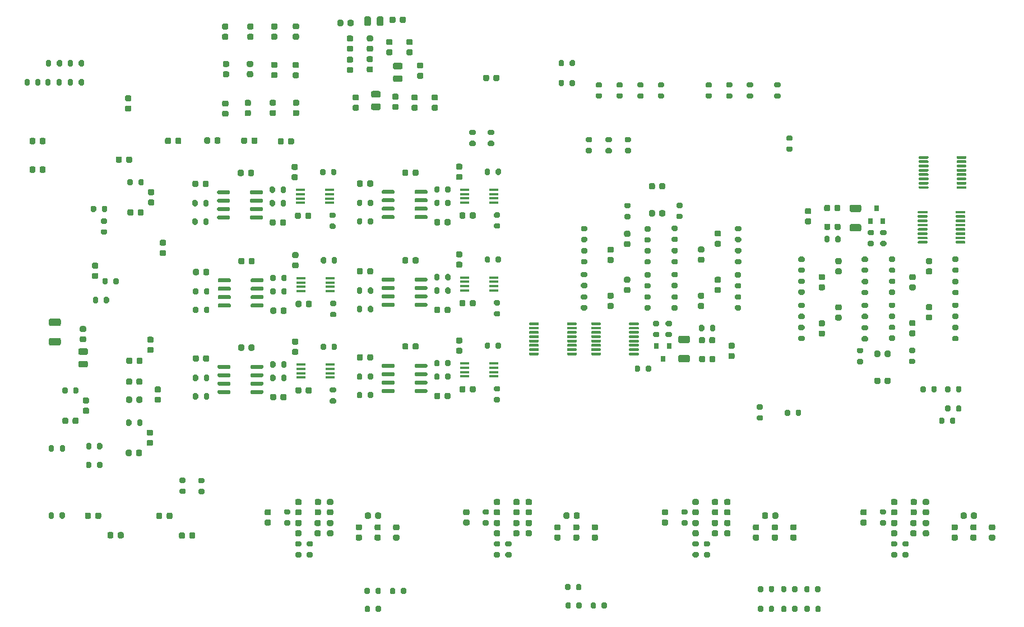
<source format=gbp>
G04 #@! TF.GenerationSoftware,KiCad,Pcbnew,(5.1.9-0-10_14)*
G04 #@! TF.CreationDate,2021-06-30T17:42:43-05:00*
G04 #@! TF.ProjectId,covg_daq_v2,636f7667-5f64-4617-915f-76322e6b6963,rev?*
G04 #@! TF.SameCoordinates,Original*
G04 #@! TF.FileFunction,Paste,Bot*
G04 #@! TF.FilePolarity,Positive*
%FSLAX46Y46*%
G04 Gerber Fmt 4.6, Leading zero omitted, Abs format (unit mm)*
G04 Created by KiCad (PCBNEW (5.1.9-0-10_14)) date 2021-06-30 17:42:43*
%MOMM*%
%LPD*%
G01*
G04 APERTURE LIST*
%ADD10R,0.800000X0.900000*%
%ADD11R,1.450000X0.450000*%
G04 APERTURE END LIST*
G36*
G01*
X78836400Y83290600D02*
X78836400Y83790600D01*
G75*
G02*
X79061400Y84015600I225000J0D01*
G01*
X79511400Y84015600D01*
G75*
G02*
X79736400Y83790600I0J-225000D01*
G01*
X79736400Y83290600D01*
G75*
G02*
X79511400Y83065600I-225000J0D01*
G01*
X79061400Y83065600D01*
G75*
G02*
X78836400Y83290600I0J225000D01*
G01*
G37*
G36*
G01*
X77286400Y83290600D02*
X77286400Y83790600D01*
G75*
G02*
X77511400Y84015600I225000J0D01*
G01*
X77961400Y84015600D01*
G75*
G02*
X78186400Y83790600I0J-225000D01*
G01*
X78186400Y83290600D01*
G75*
G02*
X77961400Y83065600I-225000J0D01*
G01*
X77511400Y83065600D01*
G75*
G02*
X77286400Y83290600I0J225000D01*
G01*
G37*
G36*
G01*
X28655200Y57510800D02*
X29155200Y57510800D01*
G75*
G02*
X29380200Y57285800I0J-225000D01*
G01*
X29380200Y56835800D01*
G75*
G02*
X29155200Y56610800I-225000J0D01*
G01*
X28655200Y56610800D01*
G75*
G02*
X28430200Y56835800I0J225000D01*
G01*
X28430200Y57285800D01*
G75*
G02*
X28655200Y57510800I225000J0D01*
G01*
G37*
G36*
G01*
X28655200Y59060800D02*
X29155200Y59060800D01*
G75*
G02*
X29380200Y58835800I0J-225000D01*
G01*
X29380200Y58385800D01*
G75*
G02*
X29155200Y58160800I-225000J0D01*
G01*
X28655200Y58160800D01*
G75*
G02*
X28430200Y58385800I0J225000D01*
G01*
X28430200Y58835800D01*
G75*
G02*
X28655200Y59060800I225000J0D01*
G01*
G37*
G36*
G01*
X18039200Y17572800D02*
X18039200Y17072800D01*
G75*
G02*
X17814200Y16847800I-225000J0D01*
G01*
X17364200Y16847800D01*
G75*
G02*
X17139200Y17072800I0J225000D01*
G01*
X17139200Y17572800D01*
G75*
G02*
X17364200Y17797800I225000J0D01*
G01*
X17814200Y17797800D01*
G75*
G02*
X18039200Y17572800I0J-225000D01*
G01*
G37*
G36*
G01*
X19589200Y17572800D02*
X19589200Y17072800D01*
G75*
G02*
X19364200Y16847800I-225000J0D01*
G01*
X18914200Y16847800D01*
G75*
G02*
X18689200Y17072800I0J225000D01*
G01*
X18689200Y17572800D01*
G75*
G02*
X18914200Y17797800I225000J0D01*
G01*
X19364200Y17797800D01*
G75*
G02*
X19589200Y17572800I0J-225000D01*
G01*
G37*
G36*
G01*
X28808800Y17547400D02*
X28808800Y17047400D01*
G75*
G02*
X28583800Y16822400I-225000J0D01*
G01*
X28133800Y16822400D01*
G75*
G02*
X27908800Y17047400I0J225000D01*
G01*
X27908800Y17547400D01*
G75*
G02*
X28133800Y17772400I225000J0D01*
G01*
X28583800Y17772400D01*
G75*
G02*
X28808800Y17547400I0J-225000D01*
G01*
G37*
G36*
G01*
X30358800Y17547400D02*
X30358800Y17047400D01*
G75*
G02*
X30133800Y16822400I-225000J0D01*
G01*
X29683800Y16822400D01*
G75*
G02*
X29458800Y17047400I0J225000D01*
G01*
X29458800Y17547400D01*
G75*
G02*
X29683800Y17772400I225000J0D01*
G01*
X30133800Y17772400D01*
G75*
G02*
X30358800Y17547400I0J-225000D01*
G01*
G37*
G36*
G01*
X32237800Y14575600D02*
X32237800Y14075600D01*
G75*
G02*
X32012800Y13850600I-225000J0D01*
G01*
X31562800Y13850600D01*
G75*
G02*
X31337800Y14075600I0J225000D01*
G01*
X31337800Y14575600D01*
G75*
G02*
X31562800Y14800600I225000J0D01*
G01*
X32012800Y14800600D01*
G75*
G02*
X32237800Y14575600I0J-225000D01*
G01*
G37*
G36*
G01*
X33787800Y14575600D02*
X33787800Y14075600D01*
G75*
G02*
X33562800Y13850600I-225000J0D01*
G01*
X33112800Y13850600D01*
G75*
G02*
X32887800Y14075600I0J225000D01*
G01*
X32887800Y14575600D01*
G75*
G02*
X33112800Y14800600I225000J0D01*
G01*
X33562800Y14800600D01*
G75*
G02*
X33787800Y14575600I0J-225000D01*
G01*
G37*
G36*
G01*
X21442800Y14626400D02*
X21442800Y14126400D01*
G75*
G02*
X21217800Y13901400I-225000J0D01*
G01*
X20767800Y13901400D01*
G75*
G02*
X20542800Y14126400I0J225000D01*
G01*
X20542800Y14626400D01*
G75*
G02*
X20767800Y14851400I225000J0D01*
G01*
X21217800Y14851400D01*
G75*
G02*
X21442800Y14626400I0J-225000D01*
G01*
G37*
G36*
G01*
X22992800Y14626400D02*
X22992800Y14126400D01*
G75*
G02*
X22767800Y13901400I-225000J0D01*
G01*
X22317800Y13901400D01*
G75*
G02*
X22092800Y14126400I0J225000D01*
G01*
X22092800Y14626400D01*
G75*
G02*
X22317800Y14851400I225000J0D01*
G01*
X22767800Y14851400D01*
G75*
G02*
X22992800Y14626400I0J-225000D01*
G01*
G37*
G36*
G01*
X17334200Y41648800D02*
X16384200Y41648800D01*
G75*
G02*
X16134200Y41898800I0J250000D01*
G01*
X16134200Y42398800D01*
G75*
G02*
X16384200Y42648800I250000J0D01*
G01*
X17334200Y42648800D01*
G75*
G02*
X17584200Y42398800I0J-250000D01*
G01*
X17584200Y41898800D01*
G75*
G02*
X17334200Y41648800I-250000J0D01*
G01*
G37*
G36*
G01*
X17334200Y39748800D02*
X16384200Y39748800D01*
G75*
G02*
X16134200Y39998800I0J250000D01*
G01*
X16134200Y40498800D01*
G75*
G02*
X16384200Y40748800I250000J0D01*
G01*
X17334200Y40748800D01*
G75*
G02*
X17584200Y40498800I0J-250000D01*
G01*
X17584200Y39998800D01*
G75*
G02*
X17334200Y39748800I-250000J0D01*
G01*
G37*
G36*
G01*
X126626000Y3500800D02*
X126626000Y2950800D01*
G75*
G02*
X126426000Y2750800I-200000J0D01*
G01*
X126026000Y2750800D01*
G75*
G02*
X125826000Y2950800I0J200000D01*
G01*
X125826000Y3500800D01*
G75*
G02*
X126026000Y3700800I200000J0D01*
G01*
X126426000Y3700800D01*
G75*
G02*
X126626000Y3500800I0J-200000D01*
G01*
G37*
G36*
G01*
X128276000Y3500800D02*
X128276000Y2950800D01*
G75*
G02*
X128076000Y2750800I-200000J0D01*
G01*
X127676000Y2750800D01*
G75*
G02*
X127476000Y2950800I0J200000D01*
G01*
X127476000Y3500800D01*
G75*
G02*
X127676000Y3700800I200000J0D01*
G01*
X128076000Y3700800D01*
G75*
G02*
X128276000Y3500800I0J-200000D01*
G01*
G37*
G36*
G01*
X120430000Y2950800D02*
X120430000Y3500800D01*
G75*
G02*
X120630000Y3700800I200000J0D01*
G01*
X121030000Y3700800D01*
G75*
G02*
X121230000Y3500800I0J-200000D01*
G01*
X121230000Y2950800D01*
G75*
G02*
X121030000Y2750800I-200000J0D01*
G01*
X120630000Y2750800D01*
G75*
G02*
X120430000Y2950800I0J200000D01*
G01*
G37*
G36*
G01*
X118780000Y2950800D02*
X118780000Y3500800D01*
G75*
G02*
X118980000Y3700800I200000J0D01*
G01*
X119380000Y3700800D01*
G75*
G02*
X119580000Y3500800I0J-200000D01*
G01*
X119580000Y2950800D01*
G75*
G02*
X119380000Y2750800I-200000J0D01*
G01*
X118980000Y2750800D01*
G75*
G02*
X118780000Y2950800I0J200000D01*
G01*
G37*
G36*
G01*
X126600000Y6498000D02*
X126600000Y5948000D01*
G75*
G02*
X126400000Y5748000I-200000J0D01*
G01*
X126000000Y5748000D01*
G75*
G02*
X125800000Y5948000I0J200000D01*
G01*
X125800000Y6498000D01*
G75*
G02*
X126000000Y6698000I200000J0D01*
G01*
X126400000Y6698000D01*
G75*
G02*
X126600000Y6498000I0J-200000D01*
G01*
G37*
G36*
G01*
X128250000Y6498000D02*
X128250000Y5948000D01*
G75*
G02*
X128050000Y5748000I-200000J0D01*
G01*
X127650000Y5748000D01*
G75*
G02*
X127450000Y5948000I0J200000D01*
G01*
X127450000Y6498000D01*
G75*
G02*
X127650000Y6698000I200000J0D01*
G01*
X128050000Y6698000D01*
G75*
G02*
X128250000Y6498000I0J-200000D01*
G01*
G37*
G36*
G01*
X120440000Y5948000D02*
X120440000Y6498000D01*
G75*
G02*
X120640000Y6698000I200000J0D01*
G01*
X121040000Y6698000D01*
G75*
G02*
X121240000Y6498000I0J-200000D01*
G01*
X121240000Y5948000D01*
G75*
G02*
X121040000Y5748000I-200000J0D01*
G01*
X120640000Y5748000D01*
G75*
G02*
X120440000Y5948000I0J200000D01*
G01*
G37*
G36*
G01*
X118790000Y5948000D02*
X118790000Y6498000D01*
G75*
G02*
X118990000Y6698000I200000J0D01*
G01*
X119390000Y6698000D01*
G75*
G02*
X119590000Y6498000I0J-200000D01*
G01*
X119590000Y5948000D01*
G75*
G02*
X119390000Y5748000I-200000J0D01*
G01*
X118990000Y5748000D01*
G75*
G02*
X118790000Y5948000I0J200000D01*
G01*
G37*
G36*
G01*
X123103000Y3500800D02*
X123103000Y2950800D01*
G75*
G02*
X122903000Y2750800I-200000J0D01*
G01*
X122503000Y2750800D01*
G75*
G02*
X122303000Y2950800I0J200000D01*
G01*
X122303000Y3500800D01*
G75*
G02*
X122503000Y3700800I200000J0D01*
G01*
X122903000Y3700800D01*
G75*
G02*
X123103000Y3500800I0J-200000D01*
G01*
G37*
G36*
G01*
X124753000Y3500800D02*
X124753000Y2950800D01*
G75*
G02*
X124553000Y2750800I-200000J0D01*
G01*
X124153000Y2750800D01*
G75*
G02*
X123953000Y2950800I0J200000D01*
G01*
X123953000Y3500800D01*
G75*
G02*
X124153000Y3700800I200000J0D01*
G01*
X124553000Y3700800D01*
G75*
G02*
X124753000Y3500800I0J-200000D01*
G01*
G37*
G36*
G01*
X123945000Y5948000D02*
X123945000Y6498000D01*
G75*
G02*
X124145000Y6698000I200000J0D01*
G01*
X124545000Y6698000D01*
G75*
G02*
X124745000Y6498000I0J-200000D01*
G01*
X124745000Y5948000D01*
G75*
G02*
X124545000Y5748000I-200000J0D01*
G01*
X124145000Y5748000D01*
G75*
G02*
X123945000Y5948000I0J200000D01*
G01*
G37*
G36*
G01*
X122295000Y5948000D02*
X122295000Y6498000D01*
G75*
G02*
X122495000Y6698000I200000J0D01*
G01*
X122895000Y6698000D01*
G75*
G02*
X123095000Y6498000I0J-200000D01*
G01*
X123095000Y5948000D01*
G75*
G02*
X122895000Y5748000I-200000J0D01*
G01*
X122495000Y5748000D01*
G75*
G02*
X122295000Y5948000I0J200000D01*
G01*
G37*
G36*
G01*
X61029400Y5668600D02*
X61029400Y6218600D01*
G75*
G02*
X61229400Y6418600I200000J0D01*
G01*
X61629400Y6418600D01*
G75*
G02*
X61829400Y6218600I0J-200000D01*
G01*
X61829400Y5668600D01*
G75*
G02*
X61629400Y5468600I-200000J0D01*
G01*
X61229400Y5468600D01*
G75*
G02*
X61029400Y5668600I0J200000D01*
G01*
G37*
G36*
G01*
X59379400Y5668600D02*
X59379400Y6218600D01*
G75*
G02*
X59579400Y6418600I200000J0D01*
G01*
X59979400Y6418600D01*
G75*
G02*
X60179400Y6218600I0J-200000D01*
G01*
X60179400Y5668600D01*
G75*
G02*
X59979400Y5468600I-200000J0D01*
G01*
X59579400Y5468600D01*
G75*
G02*
X59379400Y5668600I0J200000D01*
G01*
G37*
G36*
G01*
X95192400Y3458800D02*
X95192400Y4008800D01*
G75*
G02*
X95392400Y4208800I200000J0D01*
G01*
X95792400Y4208800D01*
G75*
G02*
X95992400Y4008800I0J-200000D01*
G01*
X95992400Y3458800D01*
G75*
G02*
X95792400Y3258800I-200000J0D01*
G01*
X95392400Y3258800D01*
G75*
G02*
X95192400Y3458800I0J200000D01*
G01*
G37*
G36*
G01*
X93542400Y3458800D02*
X93542400Y4008800D01*
G75*
G02*
X93742400Y4208800I200000J0D01*
G01*
X94142400Y4208800D01*
G75*
G02*
X94342400Y4008800I0J-200000D01*
G01*
X94342400Y3458800D01*
G75*
G02*
X94142400Y3258800I-200000J0D01*
G01*
X93742400Y3258800D01*
G75*
G02*
X93542400Y3458800I0J200000D01*
G01*
G37*
G36*
G01*
X64864800Y5668600D02*
X64864800Y6218600D01*
G75*
G02*
X65064800Y6418600I200000J0D01*
G01*
X65464800Y6418600D01*
G75*
G02*
X65664800Y6218600I0J-200000D01*
G01*
X65664800Y5668600D01*
G75*
G02*
X65464800Y5468600I-200000J0D01*
G01*
X65064800Y5468600D01*
G75*
G02*
X64864800Y5668600I0J200000D01*
G01*
G37*
G36*
G01*
X63214800Y5668600D02*
X63214800Y6218600D01*
G75*
G02*
X63414800Y6418600I200000J0D01*
G01*
X63814800Y6418600D01*
G75*
G02*
X64014800Y6218600I0J-200000D01*
G01*
X64014800Y5668600D01*
G75*
G02*
X63814800Y5468600I-200000J0D01*
G01*
X63414800Y5468600D01*
G75*
G02*
X63214800Y5668600I0J200000D01*
G01*
G37*
G36*
G01*
X91382400Y3484200D02*
X91382400Y4034200D01*
G75*
G02*
X91582400Y4234200I200000J0D01*
G01*
X91982400Y4234200D01*
G75*
G02*
X92182400Y4034200I0J-200000D01*
G01*
X92182400Y3484200D01*
G75*
G02*
X91982400Y3284200I-200000J0D01*
G01*
X91582400Y3284200D01*
G75*
G02*
X91382400Y3484200I0J200000D01*
G01*
G37*
G36*
G01*
X89732400Y3484200D02*
X89732400Y4034200D01*
G75*
G02*
X89932400Y4234200I200000J0D01*
G01*
X90332400Y4234200D01*
G75*
G02*
X90532400Y4034200I0J-200000D01*
G01*
X90532400Y3484200D01*
G75*
G02*
X90332400Y3284200I-200000J0D01*
G01*
X89932400Y3284200D01*
G75*
G02*
X89732400Y3484200I0J200000D01*
G01*
G37*
G36*
G01*
X61054800Y2950800D02*
X61054800Y3500800D01*
G75*
G02*
X61254800Y3700800I200000J0D01*
G01*
X61654800Y3700800D01*
G75*
G02*
X61854800Y3500800I0J-200000D01*
G01*
X61854800Y2950800D01*
G75*
G02*
X61654800Y2750800I-200000J0D01*
G01*
X61254800Y2750800D01*
G75*
G02*
X61054800Y2950800I0J200000D01*
G01*
G37*
G36*
G01*
X59404800Y2950800D02*
X59404800Y3500800D01*
G75*
G02*
X59604800Y3700800I200000J0D01*
G01*
X60004800Y3700800D01*
G75*
G02*
X60204800Y3500800I0J-200000D01*
G01*
X60204800Y2950800D01*
G75*
G02*
X60004800Y2750800I-200000J0D01*
G01*
X59604800Y2750800D01*
G75*
G02*
X59404800Y2950800I0J200000D01*
G01*
G37*
G36*
G01*
X91331600Y6252800D02*
X91331600Y6802800D01*
G75*
G02*
X91531600Y7002800I200000J0D01*
G01*
X91931600Y7002800D01*
G75*
G02*
X92131600Y6802800I0J-200000D01*
G01*
X92131600Y6252800D01*
G75*
G02*
X91931600Y6052800I-200000J0D01*
G01*
X91531600Y6052800D01*
G75*
G02*
X91331600Y6252800I0J200000D01*
G01*
G37*
G36*
G01*
X89681600Y6252800D02*
X89681600Y6802800D01*
G75*
G02*
X89881600Y7002800I200000J0D01*
G01*
X90281600Y7002800D01*
G75*
G02*
X90481600Y6802800I0J-200000D01*
G01*
X90481600Y6252800D01*
G75*
G02*
X90281600Y6052800I-200000J0D01*
G01*
X89881600Y6052800D01*
G75*
G02*
X89681600Y6252800I0J200000D01*
G01*
G37*
G36*
G01*
X138790000Y51526800D02*
X139340000Y51526800D01*
G75*
G02*
X139540000Y51326800I0J-200000D01*
G01*
X139540000Y50926800D01*
G75*
G02*
X139340000Y50726800I-200000J0D01*
G01*
X138790000Y50726800D01*
G75*
G02*
X138590000Y50926800I0J200000D01*
G01*
X138590000Y51326800D01*
G75*
G02*
X138790000Y51526800I200000J0D01*
G01*
G37*
G36*
G01*
X138790000Y53176800D02*
X139340000Y53176800D01*
G75*
G02*
X139540000Y52976800I0J-200000D01*
G01*
X139540000Y52576800D01*
G75*
G02*
X139340000Y52376800I-200000J0D01*
G01*
X138790000Y52376800D01*
G75*
G02*
X138590000Y52576800I0J200000D01*
G01*
X138590000Y52976800D01*
G75*
G02*
X138790000Y53176800I200000J0D01*
G01*
G37*
G36*
G01*
X148366000Y51476000D02*
X148916000Y51476000D01*
G75*
G02*
X149116000Y51276000I0J-200000D01*
G01*
X149116000Y50876000D01*
G75*
G02*
X148916000Y50676000I-200000J0D01*
G01*
X148366000Y50676000D01*
G75*
G02*
X148166000Y50876000I0J200000D01*
G01*
X148166000Y51276000D01*
G75*
G02*
X148366000Y51476000I200000J0D01*
G01*
G37*
G36*
G01*
X148366000Y53126000D02*
X148916000Y53126000D01*
G75*
G02*
X149116000Y52926000I0J-200000D01*
G01*
X149116000Y52526000D01*
G75*
G02*
X148916000Y52326000I-200000J0D01*
G01*
X148366000Y52326000D01*
G75*
G02*
X148166000Y52526000I0J200000D01*
G01*
X148166000Y52926000D01*
G75*
G02*
X148366000Y53126000I200000J0D01*
G01*
G37*
G36*
G01*
X138790000Y54854200D02*
X139340000Y54854200D01*
G75*
G02*
X139540000Y54654200I0J-200000D01*
G01*
X139540000Y54254200D01*
G75*
G02*
X139340000Y54054200I-200000J0D01*
G01*
X138790000Y54054200D01*
G75*
G02*
X138590000Y54254200I0J200000D01*
G01*
X138590000Y54654200D01*
G75*
G02*
X138790000Y54854200I200000J0D01*
G01*
G37*
G36*
G01*
X138790000Y56504200D02*
X139340000Y56504200D01*
G75*
G02*
X139540000Y56304200I0J-200000D01*
G01*
X139540000Y55904200D01*
G75*
G02*
X139340000Y55704200I-200000J0D01*
G01*
X138790000Y55704200D01*
G75*
G02*
X138590000Y55904200I0J200000D01*
G01*
X138590000Y56304200D01*
G75*
G02*
X138790000Y56504200I200000J0D01*
G01*
G37*
G36*
G01*
X148366000Y54854200D02*
X148916000Y54854200D01*
G75*
G02*
X149116000Y54654200I0J-200000D01*
G01*
X149116000Y54254200D01*
G75*
G02*
X148916000Y54054200I-200000J0D01*
G01*
X148366000Y54054200D01*
G75*
G02*
X148166000Y54254200I0J200000D01*
G01*
X148166000Y54654200D01*
G75*
G02*
X148366000Y54854200I200000J0D01*
G01*
G37*
G36*
G01*
X148366000Y56504200D02*
X148916000Y56504200D01*
G75*
G02*
X149116000Y56304200I0J-200000D01*
G01*
X149116000Y55904200D01*
G75*
G02*
X148916000Y55704200I-200000J0D01*
G01*
X148366000Y55704200D01*
G75*
G02*
X148166000Y55904200I0J200000D01*
G01*
X148166000Y56304200D01*
G75*
G02*
X148366000Y56504200I200000J0D01*
G01*
G37*
G36*
G01*
X138778000Y44571000D02*
X139328000Y44571000D01*
G75*
G02*
X139528000Y44371000I0J-200000D01*
G01*
X139528000Y43971000D01*
G75*
G02*
X139328000Y43771000I-200000J0D01*
G01*
X138778000Y43771000D01*
G75*
G02*
X138578000Y43971000I0J200000D01*
G01*
X138578000Y44371000D01*
G75*
G02*
X138778000Y44571000I200000J0D01*
G01*
G37*
G36*
G01*
X138778000Y46221000D02*
X139328000Y46221000D01*
G75*
G02*
X139528000Y46021000I0J-200000D01*
G01*
X139528000Y45621000D01*
G75*
G02*
X139328000Y45421000I-200000J0D01*
G01*
X138778000Y45421000D01*
G75*
G02*
X138578000Y45621000I0J200000D01*
G01*
X138578000Y46021000D01*
G75*
G02*
X138778000Y46221000I200000J0D01*
G01*
G37*
G36*
G01*
X148354000Y44520200D02*
X148904000Y44520200D01*
G75*
G02*
X149104000Y44320200I0J-200000D01*
G01*
X149104000Y43920200D01*
G75*
G02*
X148904000Y43720200I-200000J0D01*
G01*
X148354000Y43720200D01*
G75*
G02*
X148154000Y43920200I0J200000D01*
G01*
X148154000Y44320200D01*
G75*
G02*
X148354000Y44520200I200000J0D01*
G01*
G37*
G36*
G01*
X148354000Y46170200D02*
X148904000Y46170200D01*
G75*
G02*
X149104000Y45970200I0J-200000D01*
G01*
X149104000Y45570200D01*
G75*
G02*
X148904000Y45370200I-200000J0D01*
G01*
X148354000Y45370200D01*
G75*
G02*
X148154000Y45570200I0J200000D01*
G01*
X148154000Y45970200D01*
G75*
G02*
X148354000Y46170200I200000J0D01*
G01*
G37*
G36*
G01*
X138778000Y47898400D02*
X139328000Y47898400D01*
G75*
G02*
X139528000Y47698400I0J-200000D01*
G01*
X139528000Y47298400D01*
G75*
G02*
X139328000Y47098400I-200000J0D01*
G01*
X138778000Y47098400D01*
G75*
G02*
X138578000Y47298400I0J200000D01*
G01*
X138578000Y47698400D01*
G75*
G02*
X138778000Y47898400I200000J0D01*
G01*
G37*
G36*
G01*
X138778000Y49548400D02*
X139328000Y49548400D01*
G75*
G02*
X139528000Y49348400I0J-200000D01*
G01*
X139528000Y48948400D01*
G75*
G02*
X139328000Y48748400I-200000J0D01*
G01*
X138778000Y48748400D01*
G75*
G02*
X138578000Y48948400I0J200000D01*
G01*
X138578000Y49348400D01*
G75*
G02*
X138778000Y49548400I200000J0D01*
G01*
G37*
G36*
G01*
X148354000Y47898400D02*
X148904000Y47898400D01*
G75*
G02*
X149104000Y47698400I0J-200000D01*
G01*
X149104000Y47298400D01*
G75*
G02*
X148904000Y47098400I-200000J0D01*
G01*
X148354000Y47098400D01*
G75*
G02*
X148154000Y47298400I0J200000D01*
G01*
X148154000Y47698400D01*
G75*
G02*
X148354000Y47898400I200000J0D01*
G01*
G37*
G36*
G01*
X148354000Y49548400D02*
X148904000Y49548400D01*
G75*
G02*
X149104000Y49348400I0J-200000D01*
G01*
X149104000Y48948400D01*
G75*
G02*
X148904000Y48748400I-200000J0D01*
G01*
X148354000Y48748400D01*
G75*
G02*
X148154000Y48948400I0J200000D01*
G01*
X148154000Y49348400D01*
G75*
G02*
X148354000Y49548400I200000J0D01*
G01*
G37*
G36*
G01*
X125093000Y44536800D02*
X125643000Y44536800D01*
G75*
G02*
X125843000Y44336800I0J-200000D01*
G01*
X125843000Y43936800D01*
G75*
G02*
X125643000Y43736800I-200000J0D01*
G01*
X125093000Y43736800D01*
G75*
G02*
X124893000Y43936800I0J200000D01*
G01*
X124893000Y44336800D01*
G75*
G02*
X125093000Y44536800I200000J0D01*
G01*
G37*
G36*
G01*
X125093000Y46186800D02*
X125643000Y46186800D01*
G75*
G02*
X125843000Y45986800I0J-200000D01*
G01*
X125843000Y45586800D01*
G75*
G02*
X125643000Y45386800I-200000J0D01*
G01*
X125093000Y45386800D01*
G75*
G02*
X124893000Y45586800I0J200000D01*
G01*
X124893000Y45986800D01*
G75*
G02*
X125093000Y46186800I200000J0D01*
G01*
G37*
G36*
G01*
X134669000Y44486000D02*
X135219000Y44486000D01*
G75*
G02*
X135419000Y44286000I0J-200000D01*
G01*
X135419000Y43886000D01*
G75*
G02*
X135219000Y43686000I-200000J0D01*
G01*
X134669000Y43686000D01*
G75*
G02*
X134469000Y43886000I0J200000D01*
G01*
X134469000Y44286000D01*
G75*
G02*
X134669000Y44486000I200000J0D01*
G01*
G37*
G36*
G01*
X134669000Y46136000D02*
X135219000Y46136000D01*
G75*
G02*
X135419000Y45936000I0J-200000D01*
G01*
X135419000Y45536000D01*
G75*
G02*
X135219000Y45336000I-200000J0D01*
G01*
X134669000Y45336000D01*
G75*
G02*
X134469000Y45536000I0J200000D01*
G01*
X134469000Y45936000D01*
G75*
G02*
X134669000Y46136000I200000J0D01*
G01*
G37*
G36*
G01*
X125093000Y47864200D02*
X125643000Y47864200D01*
G75*
G02*
X125843000Y47664200I0J-200000D01*
G01*
X125843000Y47264200D01*
G75*
G02*
X125643000Y47064200I-200000J0D01*
G01*
X125093000Y47064200D01*
G75*
G02*
X124893000Y47264200I0J200000D01*
G01*
X124893000Y47664200D01*
G75*
G02*
X125093000Y47864200I200000J0D01*
G01*
G37*
G36*
G01*
X125093000Y49514200D02*
X125643000Y49514200D01*
G75*
G02*
X125843000Y49314200I0J-200000D01*
G01*
X125843000Y48914200D01*
G75*
G02*
X125643000Y48714200I-200000J0D01*
G01*
X125093000Y48714200D01*
G75*
G02*
X124893000Y48914200I0J200000D01*
G01*
X124893000Y49314200D01*
G75*
G02*
X125093000Y49514200I200000J0D01*
G01*
G37*
G36*
G01*
X134669000Y47864200D02*
X135219000Y47864200D01*
G75*
G02*
X135419000Y47664200I0J-200000D01*
G01*
X135419000Y47264200D01*
G75*
G02*
X135219000Y47064200I-200000J0D01*
G01*
X134669000Y47064200D01*
G75*
G02*
X134469000Y47264200I0J200000D01*
G01*
X134469000Y47664200D01*
G75*
G02*
X134669000Y47864200I200000J0D01*
G01*
G37*
G36*
G01*
X134669000Y49514200D02*
X135219000Y49514200D01*
G75*
G02*
X135419000Y49314200I0J-200000D01*
G01*
X135419000Y48914200D01*
G75*
G02*
X135219000Y48714200I-200000J0D01*
G01*
X134669000Y48714200D01*
G75*
G02*
X134469000Y48914200I0J200000D01*
G01*
X134469000Y49314200D01*
G75*
G02*
X134669000Y49514200I200000J0D01*
G01*
G37*
G36*
G01*
X125101000Y51528800D02*
X125651000Y51528800D01*
G75*
G02*
X125851000Y51328800I0J-200000D01*
G01*
X125851000Y50928800D01*
G75*
G02*
X125651000Y50728800I-200000J0D01*
G01*
X125101000Y50728800D01*
G75*
G02*
X124901000Y50928800I0J200000D01*
G01*
X124901000Y51328800D01*
G75*
G02*
X125101000Y51528800I200000J0D01*
G01*
G37*
G36*
G01*
X125101000Y53178800D02*
X125651000Y53178800D01*
G75*
G02*
X125851000Y52978800I0J-200000D01*
G01*
X125851000Y52578800D01*
G75*
G02*
X125651000Y52378800I-200000J0D01*
G01*
X125101000Y52378800D01*
G75*
G02*
X124901000Y52578800I0J200000D01*
G01*
X124901000Y52978800D01*
G75*
G02*
X125101000Y53178800I200000J0D01*
G01*
G37*
G36*
G01*
X134676000Y51478000D02*
X135226000Y51478000D01*
G75*
G02*
X135426000Y51278000I0J-200000D01*
G01*
X135426000Y50878000D01*
G75*
G02*
X135226000Y50678000I-200000J0D01*
G01*
X134676000Y50678000D01*
G75*
G02*
X134476000Y50878000I0J200000D01*
G01*
X134476000Y51278000D01*
G75*
G02*
X134676000Y51478000I200000J0D01*
G01*
G37*
G36*
G01*
X134676000Y53128000D02*
X135226000Y53128000D01*
G75*
G02*
X135426000Y52928000I0J-200000D01*
G01*
X135426000Y52528000D01*
G75*
G02*
X135226000Y52328000I-200000J0D01*
G01*
X134676000Y52328000D01*
G75*
G02*
X134476000Y52528000I0J200000D01*
G01*
X134476000Y52928000D01*
G75*
G02*
X134676000Y53128000I200000J0D01*
G01*
G37*
G36*
G01*
X125101000Y54856200D02*
X125651000Y54856200D01*
G75*
G02*
X125851000Y54656200I0J-200000D01*
G01*
X125851000Y54256200D01*
G75*
G02*
X125651000Y54056200I-200000J0D01*
G01*
X125101000Y54056200D01*
G75*
G02*
X124901000Y54256200I0J200000D01*
G01*
X124901000Y54656200D01*
G75*
G02*
X125101000Y54856200I200000J0D01*
G01*
G37*
G36*
G01*
X125101000Y56506200D02*
X125651000Y56506200D01*
G75*
G02*
X125851000Y56306200I0J-200000D01*
G01*
X125851000Y55906200D01*
G75*
G02*
X125651000Y55706200I-200000J0D01*
G01*
X125101000Y55706200D01*
G75*
G02*
X124901000Y55906200I0J200000D01*
G01*
X124901000Y56306200D01*
G75*
G02*
X125101000Y56506200I200000J0D01*
G01*
G37*
G36*
G01*
X134676000Y54856200D02*
X135226000Y54856200D01*
G75*
G02*
X135426000Y54656200I0J-200000D01*
G01*
X135426000Y54256200D01*
G75*
G02*
X135226000Y54056200I-200000J0D01*
G01*
X134676000Y54056200D01*
G75*
G02*
X134476000Y54256200I0J200000D01*
G01*
X134476000Y54656200D01*
G75*
G02*
X134676000Y54856200I200000J0D01*
G01*
G37*
G36*
G01*
X134676000Y56506200D02*
X135226000Y56506200D01*
G75*
G02*
X135426000Y56306200I0J-200000D01*
G01*
X135426000Y55906200D01*
G75*
G02*
X135226000Y55706200I-200000J0D01*
G01*
X134676000Y55706200D01*
G75*
G02*
X134476000Y55906200I0J200000D01*
G01*
X134476000Y56306200D01*
G75*
G02*
X134676000Y56506200I200000J0D01*
G01*
G37*
G36*
G01*
X116083000Y60333800D02*
X115533000Y60333800D01*
G75*
G02*
X115333000Y60533800I0J200000D01*
G01*
X115333000Y60933800D01*
G75*
G02*
X115533000Y61133800I200000J0D01*
G01*
X116083000Y61133800D01*
G75*
G02*
X116283000Y60933800I0J-200000D01*
G01*
X116283000Y60533800D01*
G75*
G02*
X116083000Y60333800I-200000J0D01*
G01*
G37*
G36*
G01*
X116083000Y58683800D02*
X115533000Y58683800D01*
G75*
G02*
X115333000Y58883800I0J200000D01*
G01*
X115333000Y59283800D01*
G75*
G02*
X115533000Y59483800I200000J0D01*
G01*
X116083000Y59483800D01*
G75*
G02*
X116283000Y59283800I0J-200000D01*
G01*
X116283000Y58883800D01*
G75*
G02*
X116083000Y58683800I-200000J0D01*
G01*
G37*
G36*
G01*
X106507000Y60384600D02*
X105957000Y60384600D01*
G75*
G02*
X105757000Y60584600I0J200000D01*
G01*
X105757000Y60984600D01*
G75*
G02*
X105957000Y61184600I200000J0D01*
G01*
X106507000Y61184600D01*
G75*
G02*
X106707000Y60984600I0J-200000D01*
G01*
X106707000Y60584600D01*
G75*
G02*
X106507000Y60384600I-200000J0D01*
G01*
G37*
G36*
G01*
X106507000Y58734600D02*
X105957000Y58734600D01*
G75*
G02*
X105757000Y58934600I0J200000D01*
G01*
X105757000Y59334600D01*
G75*
G02*
X105957000Y59534600I200000J0D01*
G01*
X106507000Y59534600D01*
G75*
G02*
X106707000Y59334600I0J-200000D01*
G01*
X106707000Y58934600D01*
G75*
G02*
X106507000Y58734600I-200000J0D01*
G01*
G37*
G36*
G01*
X116075000Y53341800D02*
X115525000Y53341800D01*
G75*
G02*
X115325000Y53541800I0J200000D01*
G01*
X115325000Y53941800D01*
G75*
G02*
X115525000Y54141800I200000J0D01*
G01*
X116075000Y54141800D01*
G75*
G02*
X116275000Y53941800I0J-200000D01*
G01*
X116275000Y53541800D01*
G75*
G02*
X116075000Y53341800I-200000J0D01*
G01*
G37*
G36*
G01*
X116075000Y51691800D02*
X115525000Y51691800D01*
G75*
G02*
X115325000Y51891800I0J200000D01*
G01*
X115325000Y52291800D01*
G75*
G02*
X115525000Y52491800I200000J0D01*
G01*
X116075000Y52491800D01*
G75*
G02*
X116275000Y52291800I0J-200000D01*
G01*
X116275000Y51891800D01*
G75*
G02*
X116075000Y51691800I-200000J0D01*
G01*
G37*
G36*
G01*
X106499000Y53392600D02*
X105949000Y53392600D01*
G75*
G02*
X105749000Y53592600I0J200000D01*
G01*
X105749000Y53992600D01*
G75*
G02*
X105949000Y54192600I200000J0D01*
G01*
X106499000Y54192600D01*
G75*
G02*
X106699000Y53992600I0J-200000D01*
G01*
X106699000Y53592600D01*
G75*
G02*
X106499000Y53392600I-200000J0D01*
G01*
G37*
G36*
G01*
X106499000Y51742600D02*
X105949000Y51742600D01*
G75*
G02*
X105749000Y51942600I0J200000D01*
G01*
X105749000Y52342600D01*
G75*
G02*
X105949000Y52542600I200000J0D01*
G01*
X106499000Y52542600D01*
G75*
G02*
X106699000Y52342600I0J-200000D01*
G01*
X106699000Y51942600D01*
G75*
G02*
X106499000Y51742600I-200000J0D01*
G01*
G37*
G36*
G01*
X116083000Y57006400D02*
X115533000Y57006400D01*
G75*
G02*
X115333000Y57206400I0J200000D01*
G01*
X115333000Y57606400D01*
G75*
G02*
X115533000Y57806400I200000J0D01*
G01*
X116083000Y57806400D01*
G75*
G02*
X116283000Y57606400I0J-200000D01*
G01*
X116283000Y57206400D01*
G75*
G02*
X116083000Y57006400I-200000J0D01*
G01*
G37*
G36*
G01*
X116083000Y55356400D02*
X115533000Y55356400D01*
G75*
G02*
X115333000Y55556400I0J200000D01*
G01*
X115333000Y55956400D01*
G75*
G02*
X115533000Y56156400I200000J0D01*
G01*
X116083000Y56156400D01*
G75*
G02*
X116283000Y55956400I0J-200000D01*
G01*
X116283000Y55556400D01*
G75*
G02*
X116083000Y55356400I-200000J0D01*
G01*
G37*
G36*
G01*
X106507000Y57006400D02*
X105957000Y57006400D01*
G75*
G02*
X105757000Y57206400I0J200000D01*
G01*
X105757000Y57606400D01*
G75*
G02*
X105957000Y57806400I200000J0D01*
G01*
X106507000Y57806400D01*
G75*
G02*
X106707000Y57606400I0J-200000D01*
G01*
X106707000Y57206400D01*
G75*
G02*
X106507000Y57006400I-200000J0D01*
G01*
G37*
G36*
G01*
X106507000Y55356400D02*
X105957000Y55356400D01*
G75*
G02*
X105757000Y55556400I0J200000D01*
G01*
X105757000Y55956400D01*
G75*
G02*
X105957000Y56156400I200000J0D01*
G01*
X106507000Y56156400D01*
G75*
G02*
X106707000Y55956400I0J-200000D01*
G01*
X106707000Y55556400D01*
G75*
G02*
X106507000Y55356400I-200000J0D01*
G01*
G37*
G36*
G01*
X116075000Y50014400D02*
X115525000Y50014400D01*
G75*
G02*
X115325000Y50214400I0J200000D01*
G01*
X115325000Y50614400D01*
G75*
G02*
X115525000Y50814400I200000J0D01*
G01*
X116075000Y50814400D01*
G75*
G02*
X116275000Y50614400I0J-200000D01*
G01*
X116275000Y50214400D01*
G75*
G02*
X116075000Y50014400I-200000J0D01*
G01*
G37*
G36*
G01*
X116075000Y48364400D02*
X115525000Y48364400D01*
G75*
G02*
X115325000Y48564400I0J200000D01*
G01*
X115325000Y48964400D01*
G75*
G02*
X115525000Y49164400I200000J0D01*
G01*
X116075000Y49164400D01*
G75*
G02*
X116275000Y48964400I0J-200000D01*
G01*
X116275000Y48564400D01*
G75*
G02*
X116075000Y48364400I-200000J0D01*
G01*
G37*
G36*
G01*
X106499000Y50014400D02*
X105949000Y50014400D01*
G75*
G02*
X105749000Y50214400I0J200000D01*
G01*
X105749000Y50614400D01*
G75*
G02*
X105949000Y50814400I200000J0D01*
G01*
X106499000Y50814400D01*
G75*
G02*
X106699000Y50614400I0J-200000D01*
G01*
X106699000Y50214400D01*
G75*
G02*
X106499000Y50014400I-200000J0D01*
G01*
G37*
G36*
G01*
X106499000Y48364400D02*
X105949000Y48364400D01*
G75*
G02*
X105749000Y48564400I0J200000D01*
G01*
X105749000Y48964400D01*
G75*
G02*
X105949000Y49164400I200000J0D01*
G01*
X106499000Y49164400D01*
G75*
G02*
X106699000Y48964400I0J-200000D01*
G01*
X106699000Y48564400D01*
G75*
G02*
X106499000Y48364400I-200000J0D01*
G01*
G37*
G36*
G01*
X102385000Y53343800D02*
X101835000Y53343800D01*
G75*
G02*
X101635000Y53543800I0J200000D01*
G01*
X101635000Y53943800D01*
G75*
G02*
X101835000Y54143800I200000J0D01*
G01*
X102385000Y54143800D01*
G75*
G02*
X102585000Y53943800I0J-200000D01*
G01*
X102585000Y53543800D01*
G75*
G02*
X102385000Y53343800I-200000J0D01*
G01*
G37*
G36*
G01*
X102385000Y51693800D02*
X101835000Y51693800D01*
G75*
G02*
X101635000Y51893800I0J200000D01*
G01*
X101635000Y52293800D01*
G75*
G02*
X101835000Y52493800I200000J0D01*
G01*
X102385000Y52493800D01*
G75*
G02*
X102585000Y52293800I0J-200000D01*
G01*
X102585000Y51893800D01*
G75*
G02*
X102385000Y51693800I-200000J0D01*
G01*
G37*
G36*
G01*
X92809600Y53394600D02*
X92259600Y53394600D01*
G75*
G02*
X92059600Y53594600I0J200000D01*
G01*
X92059600Y53994600D01*
G75*
G02*
X92259600Y54194600I200000J0D01*
G01*
X92809600Y54194600D01*
G75*
G02*
X93009600Y53994600I0J-200000D01*
G01*
X93009600Y53594600D01*
G75*
G02*
X92809600Y53394600I-200000J0D01*
G01*
G37*
G36*
G01*
X92809600Y51744600D02*
X92259600Y51744600D01*
G75*
G02*
X92059600Y51944600I0J200000D01*
G01*
X92059600Y52344600D01*
G75*
G02*
X92259600Y52544600I200000J0D01*
G01*
X92809600Y52544600D01*
G75*
G02*
X93009600Y52344600I0J-200000D01*
G01*
X93009600Y51944600D01*
G75*
G02*
X92809600Y51744600I-200000J0D01*
G01*
G37*
G36*
G01*
X102398000Y60299600D02*
X101848000Y60299600D01*
G75*
G02*
X101648000Y60499600I0J200000D01*
G01*
X101648000Y60899600D01*
G75*
G02*
X101848000Y61099600I200000J0D01*
G01*
X102398000Y61099600D01*
G75*
G02*
X102598000Y60899600I0J-200000D01*
G01*
X102598000Y60499600D01*
G75*
G02*
X102398000Y60299600I-200000J0D01*
G01*
G37*
G36*
G01*
X102398000Y58649600D02*
X101848000Y58649600D01*
G75*
G02*
X101648000Y58849600I0J200000D01*
G01*
X101648000Y59249600D01*
G75*
G02*
X101848000Y59449600I200000J0D01*
G01*
X102398000Y59449600D01*
G75*
G02*
X102598000Y59249600I0J-200000D01*
G01*
X102598000Y58849600D01*
G75*
G02*
X102398000Y58649600I-200000J0D01*
G01*
G37*
G36*
G01*
X92821800Y60350400D02*
X92271800Y60350400D01*
G75*
G02*
X92071800Y60550400I0J200000D01*
G01*
X92071800Y60950400D01*
G75*
G02*
X92271800Y61150400I200000J0D01*
G01*
X92821800Y61150400D01*
G75*
G02*
X93021800Y60950400I0J-200000D01*
G01*
X93021800Y60550400D01*
G75*
G02*
X92821800Y60350400I-200000J0D01*
G01*
G37*
G36*
G01*
X92821800Y58700400D02*
X92271800Y58700400D01*
G75*
G02*
X92071800Y58900400I0J200000D01*
G01*
X92071800Y59300400D01*
G75*
G02*
X92271800Y59500400I200000J0D01*
G01*
X92821800Y59500400D01*
G75*
G02*
X93021800Y59300400I0J-200000D01*
G01*
X93021800Y58900400D01*
G75*
G02*
X92821800Y58700400I-200000J0D01*
G01*
G37*
G36*
G01*
X102385000Y50016400D02*
X101835000Y50016400D01*
G75*
G02*
X101635000Y50216400I0J200000D01*
G01*
X101635000Y50616400D01*
G75*
G02*
X101835000Y50816400I200000J0D01*
G01*
X102385000Y50816400D01*
G75*
G02*
X102585000Y50616400I0J-200000D01*
G01*
X102585000Y50216400D01*
G75*
G02*
X102385000Y50016400I-200000J0D01*
G01*
G37*
G36*
G01*
X102385000Y48366400D02*
X101835000Y48366400D01*
G75*
G02*
X101635000Y48566400I0J200000D01*
G01*
X101635000Y48966400D01*
G75*
G02*
X101835000Y49166400I200000J0D01*
G01*
X102385000Y49166400D01*
G75*
G02*
X102585000Y48966400I0J-200000D01*
G01*
X102585000Y48566400D01*
G75*
G02*
X102385000Y48366400I-200000J0D01*
G01*
G37*
G36*
G01*
X92809600Y50016400D02*
X92259600Y50016400D01*
G75*
G02*
X92059600Y50216400I0J200000D01*
G01*
X92059600Y50616400D01*
G75*
G02*
X92259600Y50816400I200000J0D01*
G01*
X92809600Y50816400D01*
G75*
G02*
X93009600Y50616400I0J-200000D01*
G01*
X93009600Y50216400D01*
G75*
G02*
X92809600Y50016400I-200000J0D01*
G01*
G37*
G36*
G01*
X92809600Y48366400D02*
X92259600Y48366400D01*
G75*
G02*
X92059600Y48566400I0J200000D01*
G01*
X92059600Y48966400D01*
G75*
G02*
X92259600Y49166400I200000J0D01*
G01*
X92809600Y49166400D01*
G75*
G02*
X93009600Y48966400I0J-200000D01*
G01*
X93009600Y48566400D01*
G75*
G02*
X92809600Y48366400I-200000J0D01*
G01*
G37*
G36*
G01*
X102398000Y56972200D02*
X101848000Y56972200D01*
G75*
G02*
X101648000Y57172200I0J200000D01*
G01*
X101648000Y57572200D01*
G75*
G02*
X101848000Y57772200I200000J0D01*
G01*
X102398000Y57772200D01*
G75*
G02*
X102598000Y57572200I0J-200000D01*
G01*
X102598000Y57172200D01*
G75*
G02*
X102398000Y56972200I-200000J0D01*
G01*
G37*
G36*
G01*
X102398000Y55322200D02*
X101848000Y55322200D01*
G75*
G02*
X101648000Y55522200I0J200000D01*
G01*
X101648000Y55922200D01*
G75*
G02*
X101848000Y56122200I200000J0D01*
G01*
X102398000Y56122200D01*
G75*
G02*
X102598000Y55922200I0J-200000D01*
G01*
X102598000Y55522200D01*
G75*
G02*
X102398000Y55322200I-200000J0D01*
G01*
G37*
G36*
G01*
X92821800Y56972200D02*
X92271800Y56972200D01*
G75*
G02*
X92071800Y57172200I0J200000D01*
G01*
X92071800Y57572200D01*
G75*
G02*
X92271800Y57772200I200000J0D01*
G01*
X92821800Y57772200D01*
G75*
G02*
X93021800Y57572200I0J-200000D01*
G01*
X93021800Y57172200D01*
G75*
G02*
X92821800Y56972200I-200000J0D01*
G01*
G37*
G36*
G01*
X92821800Y55322200D02*
X92271800Y55322200D01*
G75*
G02*
X92071800Y55522200I0J200000D01*
G01*
X92071800Y55922200D01*
G75*
G02*
X92271800Y56122200I200000J0D01*
G01*
X92821800Y56122200D01*
G75*
G02*
X93021800Y55922200I0J-200000D01*
G01*
X93021800Y55522200D01*
G75*
G02*
X92821800Y55322200I-200000J0D01*
G01*
G37*
G36*
G01*
X128691000Y45972600D02*
X128191000Y45972600D01*
G75*
G02*
X127966000Y46197600I0J225000D01*
G01*
X127966000Y46647600D01*
G75*
G02*
X128191000Y46872600I225000J0D01*
G01*
X128691000Y46872600D01*
G75*
G02*
X128916000Y46647600I0J-225000D01*
G01*
X128916000Y46197600D01*
G75*
G02*
X128691000Y45972600I-225000J0D01*
G01*
G37*
G36*
G01*
X128691000Y44422600D02*
X128191000Y44422600D01*
G75*
G02*
X127966000Y44647600I0J225000D01*
G01*
X127966000Y45097600D01*
G75*
G02*
X128191000Y45322600I225000J0D01*
G01*
X128691000Y45322600D01*
G75*
G02*
X128916000Y45097600I0J-225000D01*
G01*
X128916000Y44647600D01*
G75*
G02*
X128691000Y44422600I-225000J0D01*
G01*
G37*
G36*
G01*
X131206000Y48385600D02*
X130706000Y48385600D01*
G75*
G02*
X130481000Y48610600I0J225000D01*
G01*
X130481000Y49060600D01*
G75*
G02*
X130706000Y49285600I225000J0D01*
G01*
X131206000Y49285600D01*
G75*
G02*
X131431000Y49060600I0J-225000D01*
G01*
X131431000Y48610600D01*
G75*
G02*
X131206000Y48385600I-225000J0D01*
G01*
G37*
G36*
G01*
X131206000Y46835600D02*
X130706000Y46835600D01*
G75*
G02*
X130481000Y47060600I0J225000D01*
G01*
X130481000Y47510600D01*
G75*
G02*
X130706000Y47735600I225000J0D01*
G01*
X131206000Y47735600D01*
G75*
G02*
X131431000Y47510600I0J-225000D01*
G01*
X131431000Y47060600D01*
G75*
G02*
X131206000Y46835600I-225000J0D01*
G01*
G37*
G36*
G01*
X128699000Y52964600D02*
X128199000Y52964600D01*
G75*
G02*
X127974000Y53189600I0J225000D01*
G01*
X127974000Y53639600D01*
G75*
G02*
X128199000Y53864600I225000J0D01*
G01*
X128699000Y53864600D01*
G75*
G02*
X128924000Y53639600I0J-225000D01*
G01*
X128924000Y53189600D01*
G75*
G02*
X128699000Y52964600I-225000J0D01*
G01*
G37*
G36*
G01*
X128699000Y51414600D02*
X128199000Y51414600D01*
G75*
G02*
X127974000Y51639600I0J225000D01*
G01*
X127974000Y52089600D01*
G75*
G02*
X128199000Y52314600I225000J0D01*
G01*
X128699000Y52314600D01*
G75*
G02*
X128924000Y52089600I0J-225000D01*
G01*
X128924000Y51639600D01*
G75*
G02*
X128699000Y51414600I-225000J0D01*
G01*
G37*
G36*
G01*
X131214000Y55377600D02*
X130714000Y55377600D01*
G75*
G02*
X130489000Y55602600I0J225000D01*
G01*
X130489000Y56052600D01*
G75*
G02*
X130714000Y56277600I225000J0D01*
G01*
X131214000Y56277600D01*
G75*
G02*
X131439000Y56052600I0J-225000D01*
G01*
X131439000Y55602600D01*
G75*
G02*
X131214000Y55377600I-225000J0D01*
G01*
G37*
G36*
G01*
X131214000Y53827600D02*
X130714000Y53827600D01*
G75*
G02*
X130489000Y54052600I0J225000D01*
G01*
X130489000Y54502600D01*
G75*
G02*
X130714000Y54727600I225000J0D01*
G01*
X131214000Y54727600D01*
G75*
G02*
X131439000Y54502600I0J-225000D01*
G01*
X131439000Y54052600D01*
G75*
G02*
X131214000Y53827600I-225000J0D01*
G01*
G37*
G36*
G01*
X142389000Y52962600D02*
X141889000Y52962600D01*
G75*
G02*
X141664000Y53187600I0J225000D01*
G01*
X141664000Y53637600D01*
G75*
G02*
X141889000Y53862600I225000J0D01*
G01*
X142389000Y53862600D01*
G75*
G02*
X142614000Y53637600I0J-225000D01*
G01*
X142614000Y53187600D01*
G75*
G02*
X142389000Y52962600I-225000J0D01*
G01*
G37*
G36*
G01*
X142389000Y51412600D02*
X141889000Y51412600D01*
G75*
G02*
X141664000Y51637600I0J225000D01*
G01*
X141664000Y52087600D01*
G75*
G02*
X141889000Y52312600I225000J0D01*
G01*
X142389000Y52312600D01*
G75*
G02*
X142614000Y52087600I0J-225000D01*
G01*
X142614000Y51637600D01*
G75*
G02*
X142389000Y51412600I-225000J0D01*
G01*
G37*
G36*
G01*
X144903000Y55375600D02*
X144403000Y55375600D01*
G75*
G02*
X144178000Y55600600I0J225000D01*
G01*
X144178000Y56050600D01*
G75*
G02*
X144403000Y56275600I225000J0D01*
G01*
X144903000Y56275600D01*
G75*
G02*
X145128000Y56050600I0J-225000D01*
G01*
X145128000Y55600600D01*
G75*
G02*
X144903000Y55375600I-225000J0D01*
G01*
G37*
G36*
G01*
X144903000Y53825600D02*
X144403000Y53825600D01*
G75*
G02*
X144178000Y54050600I0J225000D01*
G01*
X144178000Y54500600D01*
G75*
G02*
X144403000Y54725600I225000J0D01*
G01*
X144903000Y54725600D01*
G75*
G02*
X145128000Y54500600I0J-225000D01*
G01*
X145128000Y54050600D01*
G75*
G02*
X144903000Y53825600I-225000J0D01*
G01*
G37*
G36*
G01*
X142377000Y46006800D02*
X141877000Y46006800D01*
G75*
G02*
X141652000Y46231800I0J225000D01*
G01*
X141652000Y46681800D01*
G75*
G02*
X141877000Y46906800I225000J0D01*
G01*
X142377000Y46906800D01*
G75*
G02*
X142602000Y46681800I0J-225000D01*
G01*
X142602000Y46231800D01*
G75*
G02*
X142377000Y46006800I-225000J0D01*
G01*
G37*
G36*
G01*
X142377000Y44456800D02*
X141877000Y44456800D01*
G75*
G02*
X141652000Y44681800I0J225000D01*
G01*
X141652000Y45131800D01*
G75*
G02*
X141877000Y45356800I225000J0D01*
G01*
X142377000Y45356800D01*
G75*
G02*
X142602000Y45131800I0J-225000D01*
G01*
X142602000Y44681800D01*
G75*
G02*
X142377000Y44456800I-225000J0D01*
G01*
G37*
G36*
G01*
X144891000Y48419800D02*
X144391000Y48419800D01*
G75*
G02*
X144166000Y48644800I0J225000D01*
G01*
X144166000Y49094800D01*
G75*
G02*
X144391000Y49319800I225000J0D01*
G01*
X144891000Y49319800D01*
G75*
G02*
X145116000Y49094800I0J-225000D01*
G01*
X145116000Y48644800D01*
G75*
G02*
X144891000Y48419800I-225000J0D01*
G01*
G37*
G36*
G01*
X144891000Y46869800D02*
X144391000Y46869800D01*
G75*
G02*
X144166000Y47094800I0J225000D01*
G01*
X144166000Y47544800D01*
G75*
G02*
X144391000Y47769800I225000J0D01*
G01*
X144891000Y47769800D01*
G75*
G02*
X145116000Y47544800I0J-225000D01*
G01*
X145116000Y47094800D01*
G75*
G02*
X144891000Y46869800I-225000J0D01*
G01*
G37*
G36*
G01*
X112484000Y58898000D02*
X112984000Y58898000D01*
G75*
G02*
X113209000Y58673000I0J-225000D01*
G01*
X113209000Y58223000D01*
G75*
G02*
X112984000Y57998000I-225000J0D01*
G01*
X112484000Y57998000D01*
G75*
G02*
X112259000Y58223000I0J225000D01*
G01*
X112259000Y58673000D01*
G75*
G02*
X112484000Y58898000I225000J0D01*
G01*
G37*
G36*
G01*
X112484000Y60448000D02*
X112984000Y60448000D01*
G75*
G02*
X113209000Y60223000I0J-225000D01*
G01*
X113209000Y59773000D01*
G75*
G02*
X112984000Y59548000I-225000J0D01*
G01*
X112484000Y59548000D01*
G75*
G02*
X112259000Y59773000I0J225000D01*
G01*
X112259000Y60223000D01*
G75*
G02*
X112484000Y60448000I225000J0D01*
G01*
G37*
G36*
G01*
X109970000Y56485000D02*
X110470000Y56485000D01*
G75*
G02*
X110695000Y56260000I0J-225000D01*
G01*
X110695000Y55810000D01*
G75*
G02*
X110470000Y55585000I-225000J0D01*
G01*
X109970000Y55585000D01*
G75*
G02*
X109745000Y55810000I0J225000D01*
G01*
X109745000Y56260000D01*
G75*
G02*
X109970000Y56485000I225000J0D01*
G01*
G37*
G36*
G01*
X109970000Y58035000D02*
X110470000Y58035000D01*
G75*
G02*
X110695000Y57810000I0J-225000D01*
G01*
X110695000Y57360000D01*
G75*
G02*
X110470000Y57135000I-225000J0D01*
G01*
X109970000Y57135000D01*
G75*
G02*
X109745000Y57360000I0J225000D01*
G01*
X109745000Y57810000D01*
G75*
G02*
X109970000Y58035000I225000J0D01*
G01*
G37*
G36*
G01*
X112477000Y51906000D02*
X112977000Y51906000D01*
G75*
G02*
X113202000Y51681000I0J-225000D01*
G01*
X113202000Y51231000D01*
G75*
G02*
X112977000Y51006000I-225000J0D01*
G01*
X112477000Y51006000D01*
G75*
G02*
X112252000Y51231000I0J225000D01*
G01*
X112252000Y51681000D01*
G75*
G02*
X112477000Y51906000I225000J0D01*
G01*
G37*
G36*
G01*
X112477000Y53456000D02*
X112977000Y53456000D01*
G75*
G02*
X113202000Y53231000I0J-225000D01*
G01*
X113202000Y52781000D01*
G75*
G02*
X112977000Y52556000I-225000J0D01*
G01*
X112477000Y52556000D01*
G75*
G02*
X112252000Y52781000I0J225000D01*
G01*
X112252000Y53231000D01*
G75*
G02*
X112477000Y53456000I225000J0D01*
G01*
G37*
G36*
G01*
X109962000Y49493000D02*
X110462000Y49493000D01*
G75*
G02*
X110687000Y49268000I0J-225000D01*
G01*
X110687000Y48818000D01*
G75*
G02*
X110462000Y48593000I-225000J0D01*
G01*
X109962000Y48593000D01*
G75*
G02*
X109737000Y48818000I0J225000D01*
G01*
X109737000Y49268000D01*
G75*
G02*
X109962000Y49493000I225000J0D01*
G01*
G37*
G36*
G01*
X109962000Y51043000D02*
X110462000Y51043000D01*
G75*
G02*
X110687000Y50818000I0J-225000D01*
G01*
X110687000Y50368000D01*
G75*
G02*
X110462000Y50143000I-225000J0D01*
G01*
X109962000Y50143000D01*
G75*
G02*
X109737000Y50368000I0J225000D01*
G01*
X109737000Y50818000D01*
G75*
G02*
X109962000Y51043000I225000J0D01*
G01*
G37*
G36*
G01*
X98787000Y51908000D02*
X99287000Y51908000D01*
G75*
G02*
X99512000Y51683000I0J-225000D01*
G01*
X99512000Y51233000D01*
G75*
G02*
X99287000Y51008000I-225000J0D01*
G01*
X98787000Y51008000D01*
G75*
G02*
X98562000Y51233000I0J225000D01*
G01*
X98562000Y51683000D01*
G75*
G02*
X98787000Y51908000I225000J0D01*
G01*
G37*
G36*
G01*
X98787000Y53458000D02*
X99287000Y53458000D01*
G75*
G02*
X99512000Y53233000I0J-225000D01*
G01*
X99512000Y52783000D01*
G75*
G02*
X99287000Y52558000I-225000J0D01*
G01*
X98787000Y52558000D01*
G75*
G02*
X98562000Y52783000I0J225000D01*
G01*
X98562000Y53233000D01*
G75*
G02*
X98787000Y53458000I225000J0D01*
G01*
G37*
G36*
G01*
X96272400Y49495000D02*
X96772400Y49495000D01*
G75*
G02*
X96997400Y49270000I0J-225000D01*
G01*
X96997400Y48820000D01*
G75*
G02*
X96772400Y48595000I-225000J0D01*
G01*
X96272400Y48595000D01*
G75*
G02*
X96047400Y48820000I0J225000D01*
G01*
X96047400Y49270000D01*
G75*
G02*
X96272400Y49495000I225000J0D01*
G01*
G37*
G36*
G01*
X96272400Y51045000D02*
X96772400Y51045000D01*
G75*
G02*
X96997400Y50820000I0J-225000D01*
G01*
X96997400Y50370000D01*
G75*
G02*
X96772400Y50145000I-225000J0D01*
G01*
X96272400Y50145000D01*
G75*
G02*
X96047400Y50370000I0J225000D01*
G01*
X96047400Y50820000D01*
G75*
G02*
X96272400Y51045000I225000J0D01*
G01*
G37*
G36*
G01*
X98799200Y58863800D02*
X99299200Y58863800D01*
G75*
G02*
X99524200Y58638800I0J-225000D01*
G01*
X99524200Y58188800D01*
G75*
G02*
X99299200Y57963800I-225000J0D01*
G01*
X98799200Y57963800D01*
G75*
G02*
X98574200Y58188800I0J225000D01*
G01*
X98574200Y58638800D01*
G75*
G02*
X98799200Y58863800I225000J0D01*
G01*
G37*
G36*
G01*
X98799200Y60413800D02*
X99299200Y60413800D01*
G75*
G02*
X99524200Y60188800I0J-225000D01*
G01*
X99524200Y59738800D01*
G75*
G02*
X99299200Y59513800I-225000J0D01*
G01*
X98799200Y59513800D01*
G75*
G02*
X98574200Y59738800I0J225000D01*
G01*
X98574200Y60188800D01*
G75*
G02*
X98799200Y60413800I225000J0D01*
G01*
G37*
G36*
G01*
X96284600Y56450800D02*
X96784600Y56450800D01*
G75*
G02*
X97009600Y56225800I0J-225000D01*
G01*
X97009600Y55775800D01*
G75*
G02*
X96784600Y55550800I-225000J0D01*
G01*
X96284600Y55550800D01*
G75*
G02*
X96059600Y55775800I0J225000D01*
G01*
X96059600Y56225800D01*
G75*
G02*
X96284600Y56450800I225000J0D01*
G01*
G37*
G36*
G01*
X96284600Y58000800D02*
X96784600Y58000800D01*
G75*
G02*
X97009600Y57775800I0J-225000D01*
G01*
X97009600Y57325800D01*
G75*
G02*
X96784600Y57100800I-225000J0D01*
G01*
X96284600Y57100800D01*
G75*
G02*
X96059600Y57325800I0J225000D01*
G01*
X96059600Y57775800D01*
G75*
G02*
X96284600Y58000800I225000J0D01*
G01*
G37*
G36*
G01*
X13321800Y27233200D02*
X13321800Y27783200D01*
G75*
G02*
X13521800Y27983200I200000J0D01*
G01*
X13921800Y27983200D01*
G75*
G02*
X14121800Y27783200I0J-200000D01*
G01*
X14121800Y27233200D01*
G75*
G02*
X13921800Y27033200I-200000J0D01*
G01*
X13521800Y27033200D01*
G75*
G02*
X13321800Y27233200I0J200000D01*
G01*
G37*
G36*
G01*
X11671800Y27233200D02*
X11671800Y27783200D01*
G75*
G02*
X11871800Y27983200I200000J0D01*
G01*
X12271800Y27983200D01*
G75*
G02*
X12471800Y27783200I0J-200000D01*
G01*
X12471800Y27233200D01*
G75*
G02*
X12271800Y27033200I-200000J0D01*
G01*
X11871800Y27033200D01*
G75*
G02*
X11671800Y27233200I0J200000D01*
G01*
G37*
G36*
G01*
X13302800Y17073200D02*
X13302800Y17623200D01*
G75*
G02*
X13502800Y17823200I200000J0D01*
G01*
X13902800Y17823200D01*
G75*
G02*
X14102800Y17623200I0J-200000D01*
G01*
X14102800Y17073200D01*
G75*
G02*
X13902800Y16873200I-200000J0D01*
G01*
X13502800Y16873200D01*
G75*
G02*
X13302800Y17073200I0J200000D01*
G01*
G37*
G36*
G01*
X11652800Y17073200D02*
X11652800Y17623200D01*
G75*
G02*
X11852800Y17823200I200000J0D01*
G01*
X12252800Y17823200D01*
G75*
G02*
X12452800Y17623200I0J-200000D01*
G01*
X12452800Y17073200D01*
G75*
G02*
X12252800Y16873200I-200000J0D01*
G01*
X11852800Y16873200D01*
G75*
G02*
X11652800Y17073200I0J200000D01*
G01*
G37*
G36*
G01*
X148810000Y66865400D02*
X148810000Y67065400D01*
G75*
G02*
X148910000Y67165400I100000J0D01*
G01*
X150185000Y67165400D01*
G75*
G02*
X150285000Y67065400I0J-100000D01*
G01*
X150285000Y66865400D01*
G75*
G02*
X150185000Y66765400I-100000J0D01*
G01*
X148910000Y66765400D01*
G75*
G02*
X148810000Y66865400I0J100000D01*
G01*
G37*
G36*
G01*
X148810000Y67515400D02*
X148810000Y67715400D01*
G75*
G02*
X148910000Y67815400I100000J0D01*
G01*
X150185000Y67815400D01*
G75*
G02*
X150285000Y67715400I0J-100000D01*
G01*
X150285000Y67515400D01*
G75*
G02*
X150185000Y67415400I-100000J0D01*
G01*
X148910000Y67415400D01*
G75*
G02*
X148810000Y67515400I0J100000D01*
G01*
G37*
G36*
G01*
X148810000Y68165400D02*
X148810000Y68365400D01*
G75*
G02*
X148910000Y68465400I100000J0D01*
G01*
X150185000Y68465400D01*
G75*
G02*
X150285000Y68365400I0J-100000D01*
G01*
X150285000Y68165400D01*
G75*
G02*
X150185000Y68065400I-100000J0D01*
G01*
X148910000Y68065400D01*
G75*
G02*
X148810000Y68165400I0J100000D01*
G01*
G37*
G36*
G01*
X148810000Y68815400D02*
X148810000Y69015400D01*
G75*
G02*
X148910000Y69115400I100000J0D01*
G01*
X150185000Y69115400D01*
G75*
G02*
X150285000Y69015400I0J-100000D01*
G01*
X150285000Y68815400D01*
G75*
G02*
X150185000Y68715400I-100000J0D01*
G01*
X148910000Y68715400D01*
G75*
G02*
X148810000Y68815400I0J100000D01*
G01*
G37*
G36*
G01*
X148810000Y69465400D02*
X148810000Y69665400D01*
G75*
G02*
X148910000Y69765400I100000J0D01*
G01*
X150185000Y69765400D01*
G75*
G02*
X150285000Y69665400I0J-100000D01*
G01*
X150285000Y69465400D01*
G75*
G02*
X150185000Y69365400I-100000J0D01*
G01*
X148910000Y69365400D01*
G75*
G02*
X148810000Y69465400I0J100000D01*
G01*
G37*
G36*
G01*
X148810000Y70115400D02*
X148810000Y70315400D01*
G75*
G02*
X148910000Y70415400I100000J0D01*
G01*
X150185000Y70415400D01*
G75*
G02*
X150285000Y70315400I0J-100000D01*
G01*
X150285000Y70115400D01*
G75*
G02*
X150185000Y70015400I-100000J0D01*
G01*
X148910000Y70015400D01*
G75*
G02*
X148810000Y70115400I0J100000D01*
G01*
G37*
G36*
G01*
X148810000Y70765400D02*
X148810000Y70965400D01*
G75*
G02*
X148910000Y71065400I100000J0D01*
G01*
X150185000Y71065400D01*
G75*
G02*
X150285000Y70965400I0J-100000D01*
G01*
X150285000Y70765400D01*
G75*
G02*
X150185000Y70665400I-100000J0D01*
G01*
X148910000Y70665400D01*
G75*
G02*
X148810000Y70765400I0J100000D01*
G01*
G37*
G36*
G01*
X148810000Y71415400D02*
X148810000Y71615400D01*
G75*
G02*
X148910000Y71715400I100000J0D01*
G01*
X150185000Y71715400D01*
G75*
G02*
X150285000Y71615400I0J-100000D01*
G01*
X150285000Y71415400D01*
G75*
G02*
X150185000Y71315400I-100000J0D01*
G01*
X148910000Y71315400D01*
G75*
G02*
X148810000Y71415400I0J100000D01*
G01*
G37*
G36*
G01*
X143085000Y71415400D02*
X143085000Y71615400D01*
G75*
G02*
X143185000Y71715400I100000J0D01*
G01*
X144460000Y71715400D01*
G75*
G02*
X144560000Y71615400I0J-100000D01*
G01*
X144560000Y71415400D01*
G75*
G02*
X144460000Y71315400I-100000J0D01*
G01*
X143185000Y71315400D01*
G75*
G02*
X143085000Y71415400I0J100000D01*
G01*
G37*
G36*
G01*
X143085000Y70765400D02*
X143085000Y70965400D01*
G75*
G02*
X143185000Y71065400I100000J0D01*
G01*
X144460000Y71065400D01*
G75*
G02*
X144560000Y70965400I0J-100000D01*
G01*
X144560000Y70765400D01*
G75*
G02*
X144460000Y70665400I-100000J0D01*
G01*
X143185000Y70665400D01*
G75*
G02*
X143085000Y70765400I0J100000D01*
G01*
G37*
G36*
G01*
X143085000Y70115400D02*
X143085000Y70315400D01*
G75*
G02*
X143185000Y70415400I100000J0D01*
G01*
X144460000Y70415400D01*
G75*
G02*
X144560000Y70315400I0J-100000D01*
G01*
X144560000Y70115400D01*
G75*
G02*
X144460000Y70015400I-100000J0D01*
G01*
X143185000Y70015400D01*
G75*
G02*
X143085000Y70115400I0J100000D01*
G01*
G37*
G36*
G01*
X143085000Y69465400D02*
X143085000Y69665400D01*
G75*
G02*
X143185000Y69765400I100000J0D01*
G01*
X144460000Y69765400D01*
G75*
G02*
X144560000Y69665400I0J-100000D01*
G01*
X144560000Y69465400D01*
G75*
G02*
X144460000Y69365400I-100000J0D01*
G01*
X143185000Y69365400D01*
G75*
G02*
X143085000Y69465400I0J100000D01*
G01*
G37*
G36*
G01*
X143085000Y68815400D02*
X143085000Y69015400D01*
G75*
G02*
X143185000Y69115400I100000J0D01*
G01*
X144460000Y69115400D01*
G75*
G02*
X144560000Y69015400I0J-100000D01*
G01*
X144560000Y68815400D01*
G75*
G02*
X144460000Y68715400I-100000J0D01*
G01*
X143185000Y68715400D01*
G75*
G02*
X143085000Y68815400I0J100000D01*
G01*
G37*
G36*
G01*
X143085000Y68165400D02*
X143085000Y68365400D01*
G75*
G02*
X143185000Y68465400I100000J0D01*
G01*
X144460000Y68465400D01*
G75*
G02*
X144560000Y68365400I0J-100000D01*
G01*
X144560000Y68165400D01*
G75*
G02*
X144460000Y68065400I-100000J0D01*
G01*
X143185000Y68065400D01*
G75*
G02*
X143085000Y68165400I0J100000D01*
G01*
G37*
G36*
G01*
X143085000Y67515400D02*
X143085000Y67715400D01*
G75*
G02*
X143185000Y67815400I100000J0D01*
G01*
X144460000Y67815400D01*
G75*
G02*
X144560000Y67715400I0J-100000D01*
G01*
X144560000Y67515400D01*
G75*
G02*
X144460000Y67415400I-100000J0D01*
G01*
X143185000Y67415400D01*
G75*
G02*
X143085000Y67515400I0J100000D01*
G01*
G37*
G36*
G01*
X143085000Y66865400D02*
X143085000Y67065400D01*
G75*
G02*
X143185000Y67165400I100000J0D01*
G01*
X144460000Y67165400D01*
G75*
G02*
X144560000Y67065400I0J-100000D01*
G01*
X144560000Y66865400D01*
G75*
G02*
X144460000Y66765400I-100000J0D01*
G01*
X143185000Y66765400D01*
G75*
G02*
X143085000Y66865400I0J100000D01*
G01*
G37*
G36*
G01*
X148667000Y58579000D02*
X148667000Y58779000D01*
G75*
G02*
X148767000Y58879000I100000J0D01*
G01*
X150042000Y58879000D01*
G75*
G02*
X150142000Y58779000I0J-100000D01*
G01*
X150142000Y58579000D01*
G75*
G02*
X150042000Y58479000I-100000J0D01*
G01*
X148767000Y58479000D01*
G75*
G02*
X148667000Y58579000I0J100000D01*
G01*
G37*
G36*
G01*
X148667000Y59229000D02*
X148667000Y59429000D01*
G75*
G02*
X148767000Y59529000I100000J0D01*
G01*
X150042000Y59529000D01*
G75*
G02*
X150142000Y59429000I0J-100000D01*
G01*
X150142000Y59229000D01*
G75*
G02*
X150042000Y59129000I-100000J0D01*
G01*
X148767000Y59129000D01*
G75*
G02*
X148667000Y59229000I0J100000D01*
G01*
G37*
G36*
G01*
X148667000Y59879000D02*
X148667000Y60079000D01*
G75*
G02*
X148767000Y60179000I100000J0D01*
G01*
X150042000Y60179000D01*
G75*
G02*
X150142000Y60079000I0J-100000D01*
G01*
X150142000Y59879000D01*
G75*
G02*
X150042000Y59779000I-100000J0D01*
G01*
X148767000Y59779000D01*
G75*
G02*
X148667000Y59879000I0J100000D01*
G01*
G37*
G36*
G01*
X148667000Y60529000D02*
X148667000Y60729000D01*
G75*
G02*
X148767000Y60829000I100000J0D01*
G01*
X150042000Y60829000D01*
G75*
G02*
X150142000Y60729000I0J-100000D01*
G01*
X150142000Y60529000D01*
G75*
G02*
X150042000Y60429000I-100000J0D01*
G01*
X148767000Y60429000D01*
G75*
G02*
X148667000Y60529000I0J100000D01*
G01*
G37*
G36*
G01*
X148667000Y61179000D02*
X148667000Y61379000D01*
G75*
G02*
X148767000Y61479000I100000J0D01*
G01*
X150042000Y61479000D01*
G75*
G02*
X150142000Y61379000I0J-100000D01*
G01*
X150142000Y61179000D01*
G75*
G02*
X150042000Y61079000I-100000J0D01*
G01*
X148767000Y61079000D01*
G75*
G02*
X148667000Y61179000I0J100000D01*
G01*
G37*
G36*
G01*
X148667000Y61829000D02*
X148667000Y62029000D01*
G75*
G02*
X148767000Y62129000I100000J0D01*
G01*
X150042000Y62129000D01*
G75*
G02*
X150142000Y62029000I0J-100000D01*
G01*
X150142000Y61829000D01*
G75*
G02*
X150042000Y61729000I-100000J0D01*
G01*
X148767000Y61729000D01*
G75*
G02*
X148667000Y61829000I0J100000D01*
G01*
G37*
G36*
G01*
X148667000Y62479000D02*
X148667000Y62679000D01*
G75*
G02*
X148767000Y62779000I100000J0D01*
G01*
X150042000Y62779000D01*
G75*
G02*
X150142000Y62679000I0J-100000D01*
G01*
X150142000Y62479000D01*
G75*
G02*
X150042000Y62379000I-100000J0D01*
G01*
X148767000Y62379000D01*
G75*
G02*
X148667000Y62479000I0J100000D01*
G01*
G37*
G36*
G01*
X148667000Y63129000D02*
X148667000Y63329000D01*
G75*
G02*
X148767000Y63429000I100000J0D01*
G01*
X150042000Y63429000D01*
G75*
G02*
X150142000Y63329000I0J-100000D01*
G01*
X150142000Y63129000D01*
G75*
G02*
X150042000Y63029000I-100000J0D01*
G01*
X148767000Y63029000D01*
G75*
G02*
X148667000Y63129000I0J100000D01*
G01*
G37*
G36*
G01*
X142942000Y63129000D02*
X142942000Y63329000D01*
G75*
G02*
X143042000Y63429000I100000J0D01*
G01*
X144317000Y63429000D01*
G75*
G02*
X144417000Y63329000I0J-100000D01*
G01*
X144417000Y63129000D01*
G75*
G02*
X144317000Y63029000I-100000J0D01*
G01*
X143042000Y63029000D01*
G75*
G02*
X142942000Y63129000I0J100000D01*
G01*
G37*
G36*
G01*
X142942000Y62479000D02*
X142942000Y62679000D01*
G75*
G02*
X143042000Y62779000I100000J0D01*
G01*
X144317000Y62779000D01*
G75*
G02*
X144417000Y62679000I0J-100000D01*
G01*
X144417000Y62479000D01*
G75*
G02*
X144317000Y62379000I-100000J0D01*
G01*
X143042000Y62379000D01*
G75*
G02*
X142942000Y62479000I0J100000D01*
G01*
G37*
G36*
G01*
X142942000Y61829000D02*
X142942000Y62029000D01*
G75*
G02*
X143042000Y62129000I100000J0D01*
G01*
X144317000Y62129000D01*
G75*
G02*
X144417000Y62029000I0J-100000D01*
G01*
X144417000Y61829000D01*
G75*
G02*
X144317000Y61729000I-100000J0D01*
G01*
X143042000Y61729000D01*
G75*
G02*
X142942000Y61829000I0J100000D01*
G01*
G37*
G36*
G01*
X142942000Y61179000D02*
X142942000Y61379000D01*
G75*
G02*
X143042000Y61479000I100000J0D01*
G01*
X144317000Y61479000D01*
G75*
G02*
X144417000Y61379000I0J-100000D01*
G01*
X144417000Y61179000D01*
G75*
G02*
X144317000Y61079000I-100000J0D01*
G01*
X143042000Y61079000D01*
G75*
G02*
X142942000Y61179000I0J100000D01*
G01*
G37*
G36*
G01*
X142942000Y60529000D02*
X142942000Y60729000D01*
G75*
G02*
X143042000Y60829000I100000J0D01*
G01*
X144317000Y60829000D01*
G75*
G02*
X144417000Y60729000I0J-100000D01*
G01*
X144417000Y60529000D01*
G75*
G02*
X144317000Y60429000I-100000J0D01*
G01*
X143042000Y60429000D01*
G75*
G02*
X142942000Y60529000I0J100000D01*
G01*
G37*
G36*
G01*
X142942000Y59879000D02*
X142942000Y60079000D01*
G75*
G02*
X143042000Y60179000I100000J0D01*
G01*
X144317000Y60179000D01*
G75*
G02*
X144417000Y60079000I0J-100000D01*
G01*
X144417000Y59879000D01*
G75*
G02*
X144317000Y59779000I-100000J0D01*
G01*
X143042000Y59779000D01*
G75*
G02*
X142942000Y59879000I0J100000D01*
G01*
G37*
G36*
G01*
X142942000Y59229000D02*
X142942000Y59429000D01*
G75*
G02*
X143042000Y59529000I100000J0D01*
G01*
X144317000Y59529000D01*
G75*
G02*
X144417000Y59429000I0J-100000D01*
G01*
X144417000Y59229000D01*
G75*
G02*
X144317000Y59129000I-100000J0D01*
G01*
X143042000Y59129000D01*
G75*
G02*
X142942000Y59229000I0J100000D01*
G01*
G37*
G36*
G01*
X142942000Y58579000D02*
X142942000Y58779000D01*
G75*
G02*
X143042000Y58879000I100000J0D01*
G01*
X144317000Y58879000D01*
G75*
G02*
X144417000Y58779000I0J-100000D01*
G01*
X144417000Y58579000D01*
G75*
G02*
X144317000Y58479000I-100000J0D01*
G01*
X143042000Y58479000D01*
G75*
G02*
X142942000Y58579000I0J100000D01*
G01*
G37*
G36*
G01*
X66917400Y62323200D02*
X66917400Y62623200D01*
G75*
G02*
X67067400Y62773200I150000J0D01*
G01*
X68717400Y62773200D01*
G75*
G02*
X68867400Y62623200I0J-150000D01*
G01*
X68867400Y62323200D01*
G75*
G02*
X68717400Y62173200I-150000J0D01*
G01*
X67067400Y62173200D01*
G75*
G02*
X66917400Y62323200I0J150000D01*
G01*
G37*
G36*
G01*
X66917400Y63593200D02*
X66917400Y63893200D01*
G75*
G02*
X67067400Y64043200I150000J0D01*
G01*
X68717400Y64043200D01*
G75*
G02*
X68867400Y63893200I0J-150000D01*
G01*
X68867400Y63593200D01*
G75*
G02*
X68717400Y63443200I-150000J0D01*
G01*
X67067400Y63443200D01*
G75*
G02*
X66917400Y63593200I0J150000D01*
G01*
G37*
G36*
G01*
X66917400Y64863200D02*
X66917400Y65163200D01*
G75*
G02*
X67067400Y65313200I150000J0D01*
G01*
X68717400Y65313200D01*
G75*
G02*
X68867400Y65163200I0J-150000D01*
G01*
X68867400Y64863200D01*
G75*
G02*
X68717400Y64713200I-150000J0D01*
G01*
X67067400Y64713200D01*
G75*
G02*
X66917400Y64863200I0J150000D01*
G01*
G37*
G36*
G01*
X66917400Y66133200D02*
X66917400Y66433200D01*
G75*
G02*
X67067400Y66583200I150000J0D01*
G01*
X68717400Y66583200D01*
G75*
G02*
X68867400Y66433200I0J-150000D01*
G01*
X68867400Y66133200D01*
G75*
G02*
X68717400Y65983200I-150000J0D01*
G01*
X67067400Y65983200D01*
G75*
G02*
X66917400Y66133200I0J150000D01*
G01*
G37*
G36*
G01*
X61967400Y66133200D02*
X61967400Y66433200D01*
G75*
G02*
X62117400Y66583200I150000J0D01*
G01*
X63767400Y66583200D01*
G75*
G02*
X63917400Y66433200I0J-150000D01*
G01*
X63917400Y66133200D01*
G75*
G02*
X63767400Y65983200I-150000J0D01*
G01*
X62117400Y65983200D01*
G75*
G02*
X61967400Y66133200I0J150000D01*
G01*
G37*
G36*
G01*
X61967400Y64863200D02*
X61967400Y65163200D01*
G75*
G02*
X62117400Y65313200I150000J0D01*
G01*
X63767400Y65313200D01*
G75*
G02*
X63917400Y65163200I0J-150000D01*
G01*
X63917400Y64863200D01*
G75*
G02*
X63767400Y64713200I-150000J0D01*
G01*
X62117400Y64713200D01*
G75*
G02*
X61967400Y64863200I0J150000D01*
G01*
G37*
G36*
G01*
X61967400Y63593200D02*
X61967400Y63893200D01*
G75*
G02*
X62117400Y64043200I150000J0D01*
G01*
X63767400Y64043200D01*
G75*
G02*
X63917400Y63893200I0J-150000D01*
G01*
X63917400Y63593200D01*
G75*
G02*
X63767400Y63443200I-150000J0D01*
G01*
X62117400Y63443200D01*
G75*
G02*
X61967400Y63593200I0J150000D01*
G01*
G37*
G36*
G01*
X61967400Y62323200D02*
X61967400Y62623200D01*
G75*
G02*
X62117400Y62773200I150000J0D01*
G01*
X63767400Y62773200D01*
G75*
G02*
X63917400Y62623200I0J-150000D01*
G01*
X63917400Y62323200D01*
G75*
G02*
X63767400Y62173200I-150000J0D01*
G01*
X62117400Y62173200D01*
G75*
G02*
X61967400Y62323200I0J150000D01*
G01*
G37*
G36*
G01*
X66919400Y36039200D02*
X66919400Y36339200D01*
G75*
G02*
X67069400Y36489200I150000J0D01*
G01*
X68719400Y36489200D01*
G75*
G02*
X68869400Y36339200I0J-150000D01*
G01*
X68869400Y36039200D01*
G75*
G02*
X68719400Y35889200I-150000J0D01*
G01*
X67069400Y35889200D01*
G75*
G02*
X66919400Y36039200I0J150000D01*
G01*
G37*
G36*
G01*
X66919400Y37309200D02*
X66919400Y37609200D01*
G75*
G02*
X67069400Y37759200I150000J0D01*
G01*
X68719400Y37759200D01*
G75*
G02*
X68869400Y37609200I0J-150000D01*
G01*
X68869400Y37309200D01*
G75*
G02*
X68719400Y37159200I-150000J0D01*
G01*
X67069400Y37159200D01*
G75*
G02*
X66919400Y37309200I0J150000D01*
G01*
G37*
G36*
G01*
X66919400Y38579200D02*
X66919400Y38879200D01*
G75*
G02*
X67069400Y39029200I150000J0D01*
G01*
X68719400Y39029200D01*
G75*
G02*
X68869400Y38879200I0J-150000D01*
G01*
X68869400Y38579200D01*
G75*
G02*
X68719400Y38429200I-150000J0D01*
G01*
X67069400Y38429200D01*
G75*
G02*
X66919400Y38579200I0J150000D01*
G01*
G37*
G36*
G01*
X66919400Y39849200D02*
X66919400Y40149200D01*
G75*
G02*
X67069400Y40299200I150000J0D01*
G01*
X68719400Y40299200D01*
G75*
G02*
X68869400Y40149200I0J-150000D01*
G01*
X68869400Y39849200D01*
G75*
G02*
X68719400Y39699200I-150000J0D01*
G01*
X67069400Y39699200D01*
G75*
G02*
X66919400Y39849200I0J150000D01*
G01*
G37*
G36*
G01*
X61969400Y39849200D02*
X61969400Y40149200D01*
G75*
G02*
X62119400Y40299200I150000J0D01*
G01*
X63769400Y40299200D01*
G75*
G02*
X63919400Y40149200I0J-150000D01*
G01*
X63919400Y39849200D01*
G75*
G02*
X63769400Y39699200I-150000J0D01*
G01*
X62119400Y39699200D01*
G75*
G02*
X61969400Y39849200I0J150000D01*
G01*
G37*
G36*
G01*
X61969400Y38579200D02*
X61969400Y38879200D01*
G75*
G02*
X62119400Y39029200I150000J0D01*
G01*
X63769400Y39029200D01*
G75*
G02*
X63919400Y38879200I0J-150000D01*
G01*
X63919400Y38579200D01*
G75*
G02*
X63769400Y38429200I-150000J0D01*
G01*
X62119400Y38429200D01*
G75*
G02*
X61969400Y38579200I0J150000D01*
G01*
G37*
G36*
G01*
X61969400Y37309200D02*
X61969400Y37609200D01*
G75*
G02*
X62119400Y37759200I150000J0D01*
G01*
X63769400Y37759200D01*
G75*
G02*
X63919400Y37609200I0J-150000D01*
G01*
X63919400Y37309200D01*
G75*
G02*
X63769400Y37159200I-150000J0D01*
G01*
X62119400Y37159200D01*
G75*
G02*
X61969400Y37309200I0J150000D01*
G01*
G37*
G36*
G01*
X61969400Y36039200D02*
X61969400Y36339200D01*
G75*
G02*
X62119400Y36489200I150000J0D01*
G01*
X63769400Y36489200D01*
G75*
G02*
X63919400Y36339200I0J-150000D01*
G01*
X63919400Y36039200D01*
G75*
G02*
X63769400Y35889200I-150000J0D01*
G01*
X62119400Y35889200D01*
G75*
G02*
X61969400Y36039200I0J150000D01*
G01*
G37*
G36*
G01*
X66918400Y49061200D02*
X66918400Y49361200D01*
G75*
G02*
X67068400Y49511200I150000J0D01*
G01*
X68718400Y49511200D01*
G75*
G02*
X68868400Y49361200I0J-150000D01*
G01*
X68868400Y49061200D01*
G75*
G02*
X68718400Y48911200I-150000J0D01*
G01*
X67068400Y48911200D01*
G75*
G02*
X66918400Y49061200I0J150000D01*
G01*
G37*
G36*
G01*
X66918400Y50331200D02*
X66918400Y50631200D01*
G75*
G02*
X67068400Y50781200I150000J0D01*
G01*
X68718400Y50781200D01*
G75*
G02*
X68868400Y50631200I0J-150000D01*
G01*
X68868400Y50331200D01*
G75*
G02*
X68718400Y50181200I-150000J0D01*
G01*
X67068400Y50181200D01*
G75*
G02*
X66918400Y50331200I0J150000D01*
G01*
G37*
G36*
G01*
X66918400Y51601200D02*
X66918400Y51901200D01*
G75*
G02*
X67068400Y52051200I150000J0D01*
G01*
X68718400Y52051200D01*
G75*
G02*
X68868400Y51901200I0J-150000D01*
G01*
X68868400Y51601200D01*
G75*
G02*
X68718400Y51451200I-150000J0D01*
G01*
X67068400Y51451200D01*
G75*
G02*
X66918400Y51601200I0J150000D01*
G01*
G37*
G36*
G01*
X66918400Y52871200D02*
X66918400Y53171200D01*
G75*
G02*
X67068400Y53321200I150000J0D01*
G01*
X68718400Y53321200D01*
G75*
G02*
X68868400Y53171200I0J-150000D01*
G01*
X68868400Y52871200D01*
G75*
G02*
X68718400Y52721200I-150000J0D01*
G01*
X67068400Y52721200D01*
G75*
G02*
X66918400Y52871200I0J150000D01*
G01*
G37*
G36*
G01*
X61968400Y52871200D02*
X61968400Y53171200D01*
G75*
G02*
X62118400Y53321200I150000J0D01*
G01*
X63768400Y53321200D01*
G75*
G02*
X63918400Y53171200I0J-150000D01*
G01*
X63918400Y52871200D01*
G75*
G02*
X63768400Y52721200I-150000J0D01*
G01*
X62118400Y52721200D01*
G75*
G02*
X61968400Y52871200I0J150000D01*
G01*
G37*
G36*
G01*
X61968400Y51601200D02*
X61968400Y51901200D01*
G75*
G02*
X62118400Y52051200I150000J0D01*
G01*
X63768400Y52051200D01*
G75*
G02*
X63918400Y51901200I0J-150000D01*
G01*
X63918400Y51601200D01*
G75*
G02*
X63768400Y51451200I-150000J0D01*
G01*
X62118400Y51451200D01*
G75*
G02*
X61968400Y51601200I0J150000D01*
G01*
G37*
G36*
G01*
X61968400Y50331200D02*
X61968400Y50631200D01*
G75*
G02*
X62118400Y50781200I150000J0D01*
G01*
X63768400Y50781200D01*
G75*
G02*
X63918400Y50631200I0J-150000D01*
G01*
X63918400Y50331200D01*
G75*
G02*
X63768400Y50181200I-150000J0D01*
G01*
X62118400Y50181200D01*
G75*
G02*
X61968400Y50331200I0J150000D01*
G01*
G37*
G36*
G01*
X61968400Y49061200D02*
X61968400Y49361200D01*
G75*
G02*
X62118400Y49511200I150000J0D01*
G01*
X63768400Y49511200D01*
G75*
G02*
X63918400Y49361200I0J-150000D01*
G01*
X63918400Y49061200D01*
G75*
G02*
X63768400Y48911200I-150000J0D01*
G01*
X62118400Y48911200D01*
G75*
G02*
X61968400Y49061200I0J150000D01*
G01*
G37*
G36*
G01*
X42161400Y48948200D02*
X42161400Y49248200D01*
G75*
G02*
X42311400Y49398200I150000J0D01*
G01*
X43961400Y49398200D01*
G75*
G02*
X44111400Y49248200I0J-150000D01*
G01*
X44111400Y48948200D01*
G75*
G02*
X43961400Y48798200I-150000J0D01*
G01*
X42311400Y48798200D01*
G75*
G02*
X42161400Y48948200I0J150000D01*
G01*
G37*
G36*
G01*
X42161400Y50218200D02*
X42161400Y50518200D01*
G75*
G02*
X42311400Y50668200I150000J0D01*
G01*
X43961400Y50668200D01*
G75*
G02*
X44111400Y50518200I0J-150000D01*
G01*
X44111400Y50218200D01*
G75*
G02*
X43961400Y50068200I-150000J0D01*
G01*
X42311400Y50068200D01*
G75*
G02*
X42161400Y50218200I0J150000D01*
G01*
G37*
G36*
G01*
X42161400Y51488200D02*
X42161400Y51788200D01*
G75*
G02*
X42311400Y51938200I150000J0D01*
G01*
X43961400Y51938200D01*
G75*
G02*
X44111400Y51788200I0J-150000D01*
G01*
X44111400Y51488200D01*
G75*
G02*
X43961400Y51338200I-150000J0D01*
G01*
X42311400Y51338200D01*
G75*
G02*
X42161400Y51488200I0J150000D01*
G01*
G37*
G36*
G01*
X42161400Y52758200D02*
X42161400Y53058200D01*
G75*
G02*
X42311400Y53208200I150000J0D01*
G01*
X43961400Y53208200D01*
G75*
G02*
X44111400Y53058200I0J-150000D01*
G01*
X44111400Y52758200D01*
G75*
G02*
X43961400Y52608200I-150000J0D01*
G01*
X42311400Y52608200D01*
G75*
G02*
X42161400Y52758200I0J150000D01*
G01*
G37*
G36*
G01*
X37211400Y52758200D02*
X37211400Y53058200D01*
G75*
G02*
X37361400Y53208200I150000J0D01*
G01*
X39011400Y53208200D01*
G75*
G02*
X39161400Y53058200I0J-150000D01*
G01*
X39161400Y52758200D01*
G75*
G02*
X39011400Y52608200I-150000J0D01*
G01*
X37361400Y52608200D01*
G75*
G02*
X37211400Y52758200I0J150000D01*
G01*
G37*
G36*
G01*
X37211400Y51488200D02*
X37211400Y51788200D01*
G75*
G02*
X37361400Y51938200I150000J0D01*
G01*
X39011400Y51938200D01*
G75*
G02*
X39161400Y51788200I0J-150000D01*
G01*
X39161400Y51488200D01*
G75*
G02*
X39011400Y51338200I-150000J0D01*
G01*
X37361400Y51338200D01*
G75*
G02*
X37211400Y51488200I0J150000D01*
G01*
G37*
G36*
G01*
X37211400Y50218200D02*
X37211400Y50518200D01*
G75*
G02*
X37361400Y50668200I150000J0D01*
G01*
X39011400Y50668200D01*
G75*
G02*
X39161400Y50518200I0J-150000D01*
G01*
X39161400Y50218200D01*
G75*
G02*
X39011400Y50068200I-150000J0D01*
G01*
X37361400Y50068200D01*
G75*
G02*
X37211400Y50218200I0J150000D01*
G01*
G37*
G36*
G01*
X37211400Y48948200D02*
X37211400Y49248200D01*
G75*
G02*
X37361400Y49398200I150000J0D01*
G01*
X39011400Y49398200D01*
G75*
G02*
X39161400Y49248200I0J-150000D01*
G01*
X39161400Y48948200D01*
G75*
G02*
X39011400Y48798200I-150000J0D01*
G01*
X37361400Y48798200D01*
G75*
G02*
X37211400Y48948200I0J150000D01*
G01*
G37*
G36*
G01*
X42057400Y62283200D02*
X42057400Y62583200D01*
G75*
G02*
X42207400Y62733200I150000J0D01*
G01*
X43857400Y62733200D01*
G75*
G02*
X44007400Y62583200I0J-150000D01*
G01*
X44007400Y62283200D01*
G75*
G02*
X43857400Y62133200I-150000J0D01*
G01*
X42207400Y62133200D01*
G75*
G02*
X42057400Y62283200I0J150000D01*
G01*
G37*
G36*
G01*
X42057400Y63553200D02*
X42057400Y63853200D01*
G75*
G02*
X42207400Y64003200I150000J0D01*
G01*
X43857400Y64003200D01*
G75*
G02*
X44007400Y63853200I0J-150000D01*
G01*
X44007400Y63553200D01*
G75*
G02*
X43857400Y63403200I-150000J0D01*
G01*
X42207400Y63403200D01*
G75*
G02*
X42057400Y63553200I0J150000D01*
G01*
G37*
G36*
G01*
X42057400Y64823200D02*
X42057400Y65123200D01*
G75*
G02*
X42207400Y65273200I150000J0D01*
G01*
X43857400Y65273200D01*
G75*
G02*
X44007400Y65123200I0J-150000D01*
G01*
X44007400Y64823200D01*
G75*
G02*
X43857400Y64673200I-150000J0D01*
G01*
X42207400Y64673200D01*
G75*
G02*
X42057400Y64823200I0J150000D01*
G01*
G37*
G36*
G01*
X42057400Y66093200D02*
X42057400Y66393200D01*
G75*
G02*
X42207400Y66543200I150000J0D01*
G01*
X43857400Y66543200D01*
G75*
G02*
X44007400Y66393200I0J-150000D01*
G01*
X44007400Y66093200D01*
G75*
G02*
X43857400Y65943200I-150000J0D01*
G01*
X42207400Y65943200D01*
G75*
G02*
X42057400Y66093200I0J150000D01*
G01*
G37*
G36*
G01*
X37107400Y66093200D02*
X37107400Y66393200D01*
G75*
G02*
X37257400Y66543200I150000J0D01*
G01*
X38907400Y66543200D01*
G75*
G02*
X39057400Y66393200I0J-150000D01*
G01*
X39057400Y66093200D01*
G75*
G02*
X38907400Y65943200I-150000J0D01*
G01*
X37257400Y65943200D01*
G75*
G02*
X37107400Y66093200I0J150000D01*
G01*
G37*
G36*
G01*
X37107400Y64823200D02*
X37107400Y65123200D01*
G75*
G02*
X37257400Y65273200I150000J0D01*
G01*
X38907400Y65273200D01*
G75*
G02*
X39057400Y65123200I0J-150000D01*
G01*
X39057400Y64823200D01*
G75*
G02*
X38907400Y64673200I-150000J0D01*
G01*
X37257400Y64673200D01*
G75*
G02*
X37107400Y64823200I0J150000D01*
G01*
G37*
G36*
G01*
X37107400Y63553200D02*
X37107400Y63853200D01*
G75*
G02*
X37257400Y64003200I150000J0D01*
G01*
X38907400Y64003200D01*
G75*
G02*
X39057400Y63853200I0J-150000D01*
G01*
X39057400Y63553200D01*
G75*
G02*
X38907400Y63403200I-150000J0D01*
G01*
X37257400Y63403200D01*
G75*
G02*
X37107400Y63553200I0J150000D01*
G01*
G37*
G36*
G01*
X37107400Y62283200D02*
X37107400Y62583200D01*
G75*
G02*
X37257400Y62733200I150000J0D01*
G01*
X38907400Y62733200D01*
G75*
G02*
X39057400Y62583200I0J-150000D01*
G01*
X39057400Y62283200D01*
G75*
G02*
X38907400Y62133200I-150000J0D01*
G01*
X37257400Y62133200D01*
G75*
G02*
X37107400Y62283200I0J150000D01*
G01*
G37*
G36*
G01*
X42131400Y35868200D02*
X42131400Y36168200D01*
G75*
G02*
X42281400Y36318200I150000J0D01*
G01*
X43931400Y36318200D01*
G75*
G02*
X44081400Y36168200I0J-150000D01*
G01*
X44081400Y35868200D01*
G75*
G02*
X43931400Y35718200I-150000J0D01*
G01*
X42281400Y35718200D01*
G75*
G02*
X42131400Y35868200I0J150000D01*
G01*
G37*
G36*
G01*
X42131400Y37138200D02*
X42131400Y37438200D01*
G75*
G02*
X42281400Y37588200I150000J0D01*
G01*
X43931400Y37588200D01*
G75*
G02*
X44081400Y37438200I0J-150000D01*
G01*
X44081400Y37138200D01*
G75*
G02*
X43931400Y36988200I-150000J0D01*
G01*
X42281400Y36988200D01*
G75*
G02*
X42131400Y37138200I0J150000D01*
G01*
G37*
G36*
G01*
X42131400Y38408200D02*
X42131400Y38708200D01*
G75*
G02*
X42281400Y38858200I150000J0D01*
G01*
X43931400Y38858200D01*
G75*
G02*
X44081400Y38708200I0J-150000D01*
G01*
X44081400Y38408200D01*
G75*
G02*
X43931400Y38258200I-150000J0D01*
G01*
X42281400Y38258200D01*
G75*
G02*
X42131400Y38408200I0J150000D01*
G01*
G37*
G36*
G01*
X42131400Y39678200D02*
X42131400Y39978200D01*
G75*
G02*
X42281400Y40128200I150000J0D01*
G01*
X43931400Y40128200D01*
G75*
G02*
X44081400Y39978200I0J-150000D01*
G01*
X44081400Y39678200D01*
G75*
G02*
X43931400Y39528200I-150000J0D01*
G01*
X42281400Y39528200D01*
G75*
G02*
X42131400Y39678200I0J150000D01*
G01*
G37*
G36*
G01*
X37181400Y39678200D02*
X37181400Y39978200D01*
G75*
G02*
X37331400Y40128200I150000J0D01*
G01*
X38981400Y40128200D01*
G75*
G02*
X39131400Y39978200I0J-150000D01*
G01*
X39131400Y39678200D01*
G75*
G02*
X38981400Y39528200I-150000J0D01*
G01*
X37331400Y39528200D01*
G75*
G02*
X37181400Y39678200I0J150000D01*
G01*
G37*
G36*
G01*
X37181400Y38408200D02*
X37181400Y38708200D01*
G75*
G02*
X37331400Y38858200I150000J0D01*
G01*
X38981400Y38858200D01*
G75*
G02*
X39131400Y38708200I0J-150000D01*
G01*
X39131400Y38408200D01*
G75*
G02*
X38981400Y38258200I-150000J0D01*
G01*
X37331400Y38258200D01*
G75*
G02*
X37181400Y38408200I0J150000D01*
G01*
G37*
G36*
G01*
X37181400Y37138200D02*
X37181400Y37438200D01*
G75*
G02*
X37331400Y37588200I150000J0D01*
G01*
X38981400Y37588200D01*
G75*
G02*
X39131400Y37438200I0J-150000D01*
G01*
X39131400Y37138200D01*
G75*
G02*
X38981400Y36988200I-150000J0D01*
G01*
X37331400Y36988200D01*
G75*
G02*
X37181400Y37138200I0J150000D01*
G01*
G37*
G36*
G01*
X37181400Y35868200D02*
X37181400Y36168200D01*
G75*
G02*
X37331400Y36318200I150000J0D01*
G01*
X38981400Y36318200D01*
G75*
G02*
X39131400Y36168200I0J-150000D01*
G01*
X39131400Y35868200D01*
G75*
G02*
X38981400Y35718200I-150000J0D01*
G01*
X37331400Y35718200D01*
G75*
G02*
X37181400Y35868200I0J150000D01*
G01*
G37*
G36*
G01*
X85701800Y46444000D02*
X85701800Y46244000D01*
G75*
G02*
X85601800Y46144000I-100000J0D01*
G01*
X84326800Y46144000D01*
G75*
G02*
X84226800Y46244000I0J100000D01*
G01*
X84226800Y46444000D01*
G75*
G02*
X84326800Y46544000I100000J0D01*
G01*
X85601800Y46544000D01*
G75*
G02*
X85701800Y46444000I0J-100000D01*
G01*
G37*
G36*
G01*
X85701800Y45794000D02*
X85701800Y45594000D01*
G75*
G02*
X85601800Y45494000I-100000J0D01*
G01*
X84326800Y45494000D01*
G75*
G02*
X84226800Y45594000I0J100000D01*
G01*
X84226800Y45794000D01*
G75*
G02*
X84326800Y45894000I100000J0D01*
G01*
X85601800Y45894000D01*
G75*
G02*
X85701800Y45794000I0J-100000D01*
G01*
G37*
G36*
G01*
X85701800Y45144000D02*
X85701800Y44944000D01*
G75*
G02*
X85601800Y44844000I-100000J0D01*
G01*
X84326800Y44844000D01*
G75*
G02*
X84226800Y44944000I0J100000D01*
G01*
X84226800Y45144000D01*
G75*
G02*
X84326800Y45244000I100000J0D01*
G01*
X85601800Y45244000D01*
G75*
G02*
X85701800Y45144000I0J-100000D01*
G01*
G37*
G36*
G01*
X85701800Y44494000D02*
X85701800Y44294000D01*
G75*
G02*
X85601800Y44194000I-100000J0D01*
G01*
X84326800Y44194000D01*
G75*
G02*
X84226800Y44294000I0J100000D01*
G01*
X84226800Y44494000D01*
G75*
G02*
X84326800Y44594000I100000J0D01*
G01*
X85601800Y44594000D01*
G75*
G02*
X85701800Y44494000I0J-100000D01*
G01*
G37*
G36*
G01*
X85701800Y43844000D02*
X85701800Y43644000D01*
G75*
G02*
X85601800Y43544000I-100000J0D01*
G01*
X84326800Y43544000D01*
G75*
G02*
X84226800Y43644000I0J100000D01*
G01*
X84226800Y43844000D01*
G75*
G02*
X84326800Y43944000I100000J0D01*
G01*
X85601800Y43944000D01*
G75*
G02*
X85701800Y43844000I0J-100000D01*
G01*
G37*
G36*
G01*
X85701800Y43194000D02*
X85701800Y42994000D01*
G75*
G02*
X85601800Y42894000I-100000J0D01*
G01*
X84326800Y42894000D01*
G75*
G02*
X84226800Y42994000I0J100000D01*
G01*
X84226800Y43194000D01*
G75*
G02*
X84326800Y43294000I100000J0D01*
G01*
X85601800Y43294000D01*
G75*
G02*
X85701800Y43194000I0J-100000D01*
G01*
G37*
G36*
G01*
X85701800Y42544000D02*
X85701800Y42344000D01*
G75*
G02*
X85601800Y42244000I-100000J0D01*
G01*
X84326800Y42244000D01*
G75*
G02*
X84226800Y42344000I0J100000D01*
G01*
X84226800Y42544000D01*
G75*
G02*
X84326800Y42644000I100000J0D01*
G01*
X85601800Y42644000D01*
G75*
G02*
X85701800Y42544000I0J-100000D01*
G01*
G37*
G36*
G01*
X85701800Y41894000D02*
X85701800Y41694000D01*
G75*
G02*
X85601800Y41594000I-100000J0D01*
G01*
X84326800Y41594000D01*
G75*
G02*
X84226800Y41694000I0J100000D01*
G01*
X84226800Y41894000D01*
G75*
G02*
X84326800Y41994000I100000J0D01*
G01*
X85601800Y41994000D01*
G75*
G02*
X85701800Y41894000I0J-100000D01*
G01*
G37*
G36*
G01*
X91426800Y41894000D02*
X91426800Y41694000D01*
G75*
G02*
X91326800Y41594000I-100000J0D01*
G01*
X90051800Y41594000D01*
G75*
G02*
X89951800Y41694000I0J100000D01*
G01*
X89951800Y41894000D01*
G75*
G02*
X90051800Y41994000I100000J0D01*
G01*
X91326800Y41994000D01*
G75*
G02*
X91426800Y41894000I0J-100000D01*
G01*
G37*
G36*
G01*
X91426800Y42544000D02*
X91426800Y42344000D01*
G75*
G02*
X91326800Y42244000I-100000J0D01*
G01*
X90051800Y42244000D01*
G75*
G02*
X89951800Y42344000I0J100000D01*
G01*
X89951800Y42544000D01*
G75*
G02*
X90051800Y42644000I100000J0D01*
G01*
X91326800Y42644000D01*
G75*
G02*
X91426800Y42544000I0J-100000D01*
G01*
G37*
G36*
G01*
X91426800Y43194000D02*
X91426800Y42994000D01*
G75*
G02*
X91326800Y42894000I-100000J0D01*
G01*
X90051800Y42894000D01*
G75*
G02*
X89951800Y42994000I0J100000D01*
G01*
X89951800Y43194000D01*
G75*
G02*
X90051800Y43294000I100000J0D01*
G01*
X91326800Y43294000D01*
G75*
G02*
X91426800Y43194000I0J-100000D01*
G01*
G37*
G36*
G01*
X91426800Y43844000D02*
X91426800Y43644000D01*
G75*
G02*
X91326800Y43544000I-100000J0D01*
G01*
X90051800Y43544000D01*
G75*
G02*
X89951800Y43644000I0J100000D01*
G01*
X89951800Y43844000D01*
G75*
G02*
X90051800Y43944000I100000J0D01*
G01*
X91326800Y43944000D01*
G75*
G02*
X91426800Y43844000I0J-100000D01*
G01*
G37*
G36*
G01*
X91426800Y44494000D02*
X91426800Y44294000D01*
G75*
G02*
X91326800Y44194000I-100000J0D01*
G01*
X90051800Y44194000D01*
G75*
G02*
X89951800Y44294000I0J100000D01*
G01*
X89951800Y44494000D01*
G75*
G02*
X90051800Y44594000I100000J0D01*
G01*
X91326800Y44594000D01*
G75*
G02*
X91426800Y44494000I0J-100000D01*
G01*
G37*
G36*
G01*
X91426800Y45144000D02*
X91426800Y44944000D01*
G75*
G02*
X91326800Y44844000I-100000J0D01*
G01*
X90051800Y44844000D01*
G75*
G02*
X89951800Y44944000I0J100000D01*
G01*
X89951800Y45144000D01*
G75*
G02*
X90051800Y45244000I100000J0D01*
G01*
X91326800Y45244000D01*
G75*
G02*
X91426800Y45144000I0J-100000D01*
G01*
G37*
G36*
G01*
X91426800Y45794000D02*
X91426800Y45594000D01*
G75*
G02*
X91326800Y45494000I-100000J0D01*
G01*
X90051800Y45494000D01*
G75*
G02*
X89951800Y45594000I0J100000D01*
G01*
X89951800Y45794000D01*
G75*
G02*
X90051800Y45894000I100000J0D01*
G01*
X91326800Y45894000D01*
G75*
G02*
X91426800Y45794000I0J-100000D01*
G01*
G37*
G36*
G01*
X91426800Y46444000D02*
X91426800Y46244000D01*
G75*
G02*
X91326800Y46144000I-100000J0D01*
G01*
X90051800Y46144000D01*
G75*
G02*
X89951800Y46244000I0J100000D01*
G01*
X89951800Y46444000D01*
G75*
G02*
X90051800Y46544000I100000J0D01*
G01*
X91326800Y46544000D01*
G75*
G02*
X91426800Y46444000I0J-100000D01*
G01*
G37*
G36*
G01*
X95074400Y46444000D02*
X95074400Y46244000D01*
G75*
G02*
X94974400Y46144000I-100000J0D01*
G01*
X93699400Y46144000D01*
G75*
G02*
X93599400Y46244000I0J100000D01*
G01*
X93599400Y46444000D01*
G75*
G02*
X93699400Y46544000I100000J0D01*
G01*
X94974400Y46544000D01*
G75*
G02*
X95074400Y46444000I0J-100000D01*
G01*
G37*
G36*
G01*
X95074400Y45794000D02*
X95074400Y45594000D01*
G75*
G02*
X94974400Y45494000I-100000J0D01*
G01*
X93699400Y45494000D01*
G75*
G02*
X93599400Y45594000I0J100000D01*
G01*
X93599400Y45794000D01*
G75*
G02*
X93699400Y45894000I100000J0D01*
G01*
X94974400Y45894000D01*
G75*
G02*
X95074400Y45794000I0J-100000D01*
G01*
G37*
G36*
G01*
X95074400Y45144000D02*
X95074400Y44944000D01*
G75*
G02*
X94974400Y44844000I-100000J0D01*
G01*
X93699400Y44844000D01*
G75*
G02*
X93599400Y44944000I0J100000D01*
G01*
X93599400Y45144000D01*
G75*
G02*
X93699400Y45244000I100000J0D01*
G01*
X94974400Y45244000D01*
G75*
G02*
X95074400Y45144000I0J-100000D01*
G01*
G37*
G36*
G01*
X95074400Y44494000D02*
X95074400Y44294000D01*
G75*
G02*
X94974400Y44194000I-100000J0D01*
G01*
X93699400Y44194000D01*
G75*
G02*
X93599400Y44294000I0J100000D01*
G01*
X93599400Y44494000D01*
G75*
G02*
X93699400Y44594000I100000J0D01*
G01*
X94974400Y44594000D01*
G75*
G02*
X95074400Y44494000I0J-100000D01*
G01*
G37*
G36*
G01*
X95074400Y43844000D02*
X95074400Y43644000D01*
G75*
G02*
X94974400Y43544000I-100000J0D01*
G01*
X93699400Y43544000D01*
G75*
G02*
X93599400Y43644000I0J100000D01*
G01*
X93599400Y43844000D01*
G75*
G02*
X93699400Y43944000I100000J0D01*
G01*
X94974400Y43944000D01*
G75*
G02*
X95074400Y43844000I0J-100000D01*
G01*
G37*
G36*
G01*
X95074400Y43194000D02*
X95074400Y42994000D01*
G75*
G02*
X94974400Y42894000I-100000J0D01*
G01*
X93699400Y42894000D01*
G75*
G02*
X93599400Y42994000I0J100000D01*
G01*
X93599400Y43194000D01*
G75*
G02*
X93699400Y43294000I100000J0D01*
G01*
X94974400Y43294000D01*
G75*
G02*
X95074400Y43194000I0J-100000D01*
G01*
G37*
G36*
G01*
X95074400Y42544000D02*
X95074400Y42344000D01*
G75*
G02*
X94974400Y42244000I-100000J0D01*
G01*
X93699400Y42244000D01*
G75*
G02*
X93599400Y42344000I0J100000D01*
G01*
X93599400Y42544000D01*
G75*
G02*
X93699400Y42644000I100000J0D01*
G01*
X94974400Y42644000D01*
G75*
G02*
X95074400Y42544000I0J-100000D01*
G01*
G37*
G36*
G01*
X95074400Y41894000D02*
X95074400Y41694000D01*
G75*
G02*
X94974400Y41594000I-100000J0D01*
G01*
X93699400Y41594000D01*
G75*
G02*
X93599400Y41694000I0J100000D01*
G01*
X93599400Y41894000D01*
G75*
G02*
X93699400Y41994000I100000J0D01*
G01*
X94974400Y41994000D01*
G75*
G02*
X95074400Y41894000I0J-100000D01*
G01*
G37*
G36*
G01*
X100799400Y41894000D02*
X100799400Y41694000D01*
G75*
G02*
X100699400Y41594000I-100000J0D01*
G01*
X99424400Y41594000D01*
G75*
G02*
X99324400Y41694000I0J100000D01*
G01*
X99324400Y41894000D01*
G75*
G02*
X99424400Y41994000I100000J0D01*
G01*
X100699400Y41994000D01*
G75*
G02*
X100799400Y41894000I0J-100000D01*
G01*
G37*
G36*
G01*
X100799400Y42544000D02*
X100799400Y42344000D01*
G75*
G02*
X100699400Y42244000I-100000J0D01*
G01*
X99424400Y42244000D01*
G75*
G02*
X99324400Y42344000I0J100000D01*
G01*
X99324400Y42544000D01*
G75*
G02*
X99424400Y42644000I100000J0D01*
G01*
X100699400Y42644000D01*
G75*
G02*
X100799400Y42544000I0J-100000D01*
G01*
G37*
G36*
G01*
X100799400Y43194000D02*
X100799400Y42994000D01*
G75*
G02*
X100699400Y42894000I-100000J0D01*
G01*
X99424400Y42894000D01*
G75*
G02*
X99324400Y42994000I0J100000D01*
G01*
X99324400Y43194000D01*
G75*
G02*
X99424400Y43294000I100000J0D01*
G01*
X100699400Y43294000D01*
G75*
G02*
X100799400Y43194000I0J-100000D01*
G01*
G37*
G36*
G01*
X100799400Y43844000D02*
X100799400Y43644000D01*
G75*
G02*
X100699400Y43544000I-100000J0D01*
G01*
X99424400Y43544000D01*
G75*
G02*
X99324400Y43644000I0J100000D01*
G01*
X99324400Y43844000D01*
G75*
G02*
X99424400Y43944000I100000J0D01*
G01*
X100699400Y43944000D01*
G75*
G02*
X100799400Y43844000I0J-100000D01*
G01*
G37*
G36*
G01*
X100799400Y44494000D02*
X100799400Y44294000D01*
G75*
G02*
X100699400Y44194000I-100000J0D01*
G01*
X99424400Y44194000D01*
G75*
G02*
X99324400Y44294000I0J100000D01*
G01*
X99324400Y44494000D01*
G75*
G02*
X99424400Y44594000I100000J0D01*
G01*
X100699400Y44594000D01*
G75*
G02*
X100799400Y44494000I0J-100000D01*
G01*
G37*
G36*
G01*
X100799400Y45144000D02*
X100799400Y44944000D01*
G75*
G02*
X100699400Y44844000I-100000J0D01*
G01*
X99424400Y44844000D01*
G75*
G02*
X99324400Y44944000I0J100000D01*
G01*
X99324400Y45144000D01*
G75*
G02*
X99424400Y45244000I100000J0D01*
G01*
X100699400Y45244000D01*
G75*
G02*
X100799400Y45144000I0J-100000D01*
G01*
G37*
G36*
G01*
X100799400Y45794000D02*
X100799400Y45594000D01*
G75*
G02*
X100699400Y45494000I-100000J0D01*
G01*
X99424400Y45494000D01*
G75*
G02*
X99324400Y45594000I0J100000D01*
G01*
X99324400Y45794000D01*
G75*
G02*
X99424400Y45894000I100000J0D01*
G01*
X100699400Y45894000D01*
G75*
G02*
X100799400Y45794000I0J-100000D01*
G01*
G37*
G36*
G01*
X100799400Y46444000D02*
X100799400Y46244000D01*
G75*
G02*
X100699400Y46144000I-100000J0D01*
G01*
X99424400Y46144000D01*
G75*
G02*
X99324400Y46244000I0J100000D01*
G01*
X99324400Y46444000D01*
G75*
G02*
X99424400Y46544000I100000J0D01*
G01*
X100699400Y46544000D01*
G75*
G02*
X100799400Y46444000I0J-100000D01*
G01*
G37*
G36*
G01*
X123822000Y74028200D02*
X123272000Y74028200D01*
G75*
G02*
X123072000Y74228200I0J200000D01*
G01*
X123072000Y74628200D01*
G75*
G02*
X123272000Y74828200I200000J0D01*
G01*
X123822000Y74828200D01*
G75*
G02*
X124022000Y74628200I0J-200000D01*
G01*
X124022000Y74228200D01*
G75*
G02*
X123822000Y74028200I-200000J0D01*
G01*
G37*
G36*
G01*
X123822000Y72378200D02*
X123272000Y72378200D01*
G75*
G02*
X123072000Y72578200I0J200000D01*
G01*
X123072000Y72978200D01*
G75*
G02*
X123272000Y73178200I200000J0D01*
G01*
X123822000Y73178200D01*
G75*
G02*
X124022000Y72978200I0J-200000D01*
G01*
X124022000Y72578200D01*
G75*
G02*
X123822000Y72378200I-200000J0D01*
G01*
G37*
G36*
G01*
X138013000Y59738200D02*
X137463000Y59738200D01*
G75*
G02*
X137263000Y59938200I0J200000D01*
G01*
X137263000Y60338200D01*
G75*
G02*
X137463000Y60538200I200000J0D01*
G01*
X138013000Y60538200D01*
G75*
G02*
X138213000Y60338200I0J-200000D01*
G01*
X138213000Y59938200D01*
G75*
G02*
X138013000Y59738200I-200000J0D01*
G01*
G37*
G36*
G01*
X138013000Y58088200D02*
X137463000Y58088200D01*
G75*
G02*
X137263000Y58288200I0J200000D01*
G01*
X137263000Y58688200D01*
G75*
G02*
X137463000Y58888200I200000J0D01*
G01*
X138013000Y58888200D01*
G75*
G02*
X138213000Y58688200I0J-200000D01*
G01*
X138213000Y58288200D01*
G75*
G02*
X138013000Y58088200I-200000J0D01*
G01*
G37*
G36*
G01*
X130480000Y58885800D02*
X130480000Y59435800D01*
G75*
G02*
X130680000Y59635800I200000J0D01*
G01*
X131080000Y59635800D01*
G75*
G02*
X131280000Y59435800I0J-200000D01*
G01*
X131280000Y58885800D01*
G75*
G02*
X131080000Y58685800I-200000J0D01*
G01*
X130680000Y58685800D01*
G75*
G02*
X130480000Y58885800I0J200000D01*
G01*
G37*
G36*
G01*
X128830000Y58885800D02*
X128830000Y59435800D01*
G75*
G02*
X129030000Y59635800I200000J0D01*
G01*
X129430000Y59635800D01*
G75*
G02*
X129630000Y59435800I0J-200000D01*
G01*
X129630000Y58885800D01*
G75*
G02*
X129430000Y58685800I-200000J0D01*
G01*
X129030000Y58685800D01*
G75*
G02*
X128830000Y58885800I0J200000D01*
G01*
G37*
G36*
G01*
X136133000Y59738200D02*
X135583000Y59738200D01*
G75*
G02*
X135383000Y59938200I0J200000D01*
G01*
X135383000Y60338200D01*
G75*
G02*
X135583000Y60538200I200000J0D01*
G01*
X136133000Y60538200D01*
G75*
G02*
X136333000Y60338200I0J-200000D01*
G01*
X136333000Y59938200D01*
G75*
G02*
X136133000Y59738200I-200000J0D01*
G01*
G37*
G36*
G01*
X136133000Y58088200D02*
X135583000Y58088200D01*
G75*
G02*
X135383000Y58288200I0J200000D01*
G01*
X135383000Y58688200D01*
G75*
G02*
X135583000Y58888200I200000J0D01*
G01*
X136133000Y58888200D01*
G75*
G02*
X136333000Y58688200I0J-200000D01*
G01*
X136333000Y58288200D01*
G75*
G02*
X136133000Y58088200I-200000J0D01*
G01*
G37*
G36*
G01*
X134159001Y63235800D02*
X132908999Y63235800D01*
G75*
G02*
X132659000Y63485799I0J249999D01*
G01*
X132659000Y64110801D01*
G75*
G02*
X132908999Y64360800I249999J0D01*
G01*
X134159001Y64360800D01*
G75*
G02*
X134409000Y64110801I0J-249999D01*
G01*
X134409000Y63485799D01*
G75*
G02*
X134159001Y63235800I-249999J0D01*
G01*
G37*
G36*
G01*
X134159001Y60310800D02*
X132908999Y60310800D01*
G75*
G02*
X132659000Y60560799I0J249999D01*
G01*
X132659000Y61185801D01*
G75*
G02*
X132908999Y61435800I249999J0D01*
G01*
X134159001Y61435800D01*
G75*
G02*
X134409000Y61185801I0J-249999D01*
G01*
X134409000Y60560799D01*
G75*
G02*
X134159001Y60310800I-249999J0D01*
G01*
G37*
G36*
G01*
X141806000Y41053200D02*
X142356000Y41053200D01*
G75*
G02*
X142556000Y40853200I0J-200000D01*
G01*
X142556000Y40453200D01*
G75*
G02*
X142356000Y40253200I-200000J0D01*
G01*
X141806000Y40253200D01*
G75*
G02*
X141606000Y40453200I0J200000D01*
G01*
X141606000Y40853200D01*
G75*
G02*
X141806000Y41053200I200000J0D01*
G01*
G37*
G36*
G01*
X141806000Y42703200D02*
X142356000Y42703200D01*
G75*
G02*
X142556000Y42503200I0J-200000D01*
G01*
X142556000Y42103200D01*
G75*
G02*
X142356000Y41903200I-200000J0D01*
G01*
X141806000Y41903200D01*
G75*
G02*
X141606000Y42103200I0J200000D01*
G01*
X141606000Y42503200D01*
G75*
G02*
X141806000Y42703200I200000J0D01*
G01*
G37*
G36*
G01*
X133958000Y41041000D02*
X134508000Y41041000D01*
G75*
G02*
X134708000Y40841000I0J-200000D01*
G01*
X134708000Y40441000D01*
G75*
G02*
X134508000Y40241000I-200000J0D01*
G01*
X133958000Y40241000D01*
G75*
G02*
X133758000Y40441000I0J200000D01*
G01*
X133758000Y40841000D01*
G75*
G02*
X133958000Y41041000I200000J0D01*
G01*
G37*
G36*
G01*
X133958000Y42691000D02*
X134508000Y42691000D01*
G75*
G02*
X134708000Y42491000I0J-200000D01*
G01*
X134708000Y42091000D01*
G75*
G02*
X134508000Y41891000I-200000J0D01*
G01*
X133958000Y41891000D01*
G75*
G02*
X133758000Y42091000I0J200000D01*
G01*
X133758000Y42491000D01*
G75*
G02*
X133958000Y42691000I200000J0D01*
G01*
G37*
G36*
G01*
X71557400Y64357200D02*
X71557400Y64907200D01*
G75*
G02*
X71757400Y65107200I200000J0D01*
G01*
X72157400Y65107200D01*
G75*
G02*
X72357400Y64907200I0J-200000D01*
G01*
X72357400Y64357200D01*
G75*
G02*
X72157400Y64157200I-200000J0D01*
G01*
X71757400Y64157200D01*
G75*
G02*
X71557400Y64357200I0J200000D01*
G01*
G37*
G36*
G01*
X69907400Y64357200D02*
X69907400Y64907200D01*
G75*
G02*
X70107400Y65107200I200000J0D01*
G01*
X70507400Y65107200D01*
G75*
G02*
X70707400Y64907200I0J-200000D01*
G01*
X70707400Y64357200D01*
G75*
G02*
X70507400Y64157200I-200000J0D01*
G01*
X70107400Y64157200D01*
G75*
G02*
X69907400Y64357200I0J200000D01*
G01*
G37*
G36*
G01*
X78327400Y69606200D02*
X78327400Y69056200D01*
G75*
G02*
X78127400Y68856200I-200000J0D01*
G01*
X77727400Y68856200D01*
G75*
G02*
X77527400Y69056200I0J200000D01*
G01*
X77527400Y69606200D01*
G75*
G02*
X77727400Y69806200I200000J0D01*
G01*
X78127400Y69806200D01*
G75*
G02*
X78327400Y69606200I0J-200000D01*
G01*
G37*
G36*
G01*
X79977400Y69606200D02*
X79977400Y69056200D01*
G75*
G02*
X79777400Y68856200I-200000J0D01*
G01*
X79377400Y68856200D01*
G75*
G02*
X79177400Y69056200I0J200000D01*
G01*
X79177400Y69606200D01*
G75*
G02*
X79377400Y69806200I200000J0D01*
G01*
X79777400Y69806200D01*
G75*
G02*
X79977400Y69606200I0J-200000D01*
G01*
G37*
G36*
G01*
X79112400Y61540200D02*
X79662400Y61540200D01*
G75*
G02*
X79862400Y61340200I0J-200000D01*
G01*
X79862400Y60940200D01*
G75*
G02*
X79662400Y60740200I-200000J0D01*
G01*
X79112400Y60740200D01*
G75*
G02*
X78912400Y60940200I0J200000D01*
G01*
X78912400Y61340200D01*
G75*
G02*
X79112400Y61540200I200000J0D01*
G01*
G37*
G36*
G01*
X79112400Y63190200D02*
X79662400Y63190200D01*
G75*
G02*
X79862400Y62990200I0J-200000D01*
G01*
X79862400Y62590200D01*
G75*
G02*
X79662400Y62390200I-200000J0D01*
G01*
X79112400Y62390200D01*
G75*
G02*
X78912400Y62590200I0J200000D01*
G01*
X78912400Y62990200D01*
G75*
G02*
X79112400Y63190200I200000J0D01*
G01*
G37*
G36*
G01*
X59873400Y61563200D02*
X59873400Y62113200D01*
G75*
G02*
X60073400Y62313200I200000J0D01*
G01*
X60473400Y62313200D01*
G75*
G02*
X60673400Y62113200I0J-200000D01*
G01*
X60673400Y61563200D01*
G75*
G02*
X60473400Y61363200I-200000J0D01*
G01*
X60073400Y61363200D01*
G75*
G02*
X59873400Y61563200I0J200000D01*
G01*
G37*
G36*
G01*
X58223400Y61563200D02*
X58223400Y62113200D01*
G75*
G02*
X58423400Y62313200I200000J0D01*
G01*
X58823400Y62313200D01*
G75*
G02*
X59023400Y62113200I0J-200000D01*
G01*
X59023400Y61563200D01*
G75*
G02*
X58823400Y61363200I-200000J0D01*
G01*
X58423400Y61363200D01*
G75*
G02*
X58223400Y61563200I0J200000D01*
G01*
G37*
G36*
G01*
X59873400Y64357200D02*
X59873400Y64907200D01*
G75*
G02*
X60073400Y65107200I200000J0D01*
G01*
X60473400Y65107200D01*
G75*
G02*
X60673400Y64907200I0J-200000D01*
G01*
X60673400Y64357200D01*
G75*
G02*
X60473400Y64157200I-200000J0D01*
G01*
X60073400Y64157200D01*
G75*
G02*
X59873400Y64357200I0J200000D01*
G01*
G37*
G36*
G01*
X58223400Y64357200D02*
X58223400Y64907200D01*
G75*
G02*
X58423400Y65107200I200000J0D01*
G01*
X58823400Y65107200D01*
G75*
G02*
X59023400Y64907200I0J-200000D01*
G01*
X59023400Y64357200D01*
G75*
G02*
X58823400Y64157200I-200000J0D01*
G01*
X58423400Y64157200D01*
G75*
G02*
X58223400Y64357200I0J200000D01*
G01*
G37*
G36*
G01*
X70707400Y66939200D02*
X70707400Y66389200D01*
G75*
G02*
X70507400Y66189200I-200000J0D01*
G01*
X70107400Y66189200D01*
G75*
G02*
X69907400Y66389200I0J200000D01*
G01*
X69907400Y66939200D01*
G75*
G02*
X70107400Y67139200I200000J0D01*
G01*
X70507400Y67139200D01*
G75*
G02*
X70707400Y66939200I0J-200000D01*
G01*
G37*
G36*
G01*
X72357400Y66939200D02*
X72357400Y66389200D01*
G75*
G02*
X72157400Y66189200I-200000J0D01*
G01*
X71757400Y66189200D01*
G75*
G02*
X71557400Y66389200I0J200000D01*
G01*
X71557400Y66939200D01*
G75*
G02*
X71757400Y67139200I200000J0D01*
G01*
X72157400Y67139200D01*
G75*
G02*
X72357400Y66939200I0J-200000D01*
G01*
G37*
G36*
G01*
X71559400Y38073200D02*
X71559400Y38623200D01*
G75*
G02*
X71759400Y38823200I200000J0D01*
G01*
X72159400Y38823200D01*
G75*
G02*
X72359400Y38623200I0J-200000D01*
G01*
X72359400Y38073200D01*
G75*
G02*
X72159400Y37873200I-200000J0D01*
G01*
X71759400Y37873200D01*
G75*
G02*
X71559400Y38073200I0J200000D01*
G01*
G37*
G36*
G01*
X69909400Y38073200D02*
X69909400Y38623200D01*
G75*
G02*
X70109400Y38823200I200000J0D01*
G01*
X70509400Y38823200D01*
G75*
G02*
X70709400Y38623200I0J-200000D01*
G01*
X70709400Y38073200D01*
G75*
G02*
X70509400Y37873200I-200000J0D01*
G01*
X70109400Y37873200D01*
G75*
G02*
X69909400Y38073200I0J200000D01*
G01*
G37*
G36*
G01*
X78329400Y43322200D02*
X78329400Y42772200D01*
G75*
G02*
X78129400Y42572200I-200000J0D01*
G01*
X77729400Y42572200D01*
G75*
G02*
X77529400Y42772200I0J200000D01*
G01*
X77529400Y43322200D01*
G75*
G02*
X77729400Y43522200I200000J0D01*
G01*
X78129400Y43522200D01*
G75*
G02*
X78329400Y43322200I0J-200000D01*
G01*
G37*
G36*
G01*
X79979400Y43322200D02*
X79979400Y42772200D01*
G75*
G02*
X79779400Y42572200I-200000J0D01*
G01*
X79379400Y42572200D01*
G75*
G02*
X79179400Y42772200I0J200000D01*
G01*
X79179400Y43322200D01*
G75*
G02*
X79379400Y43522200I200000J0D01*
G01*
X79779400Y43522200D01*
G75*
G02*
X79979400Y43322200I0J-200000D01*
G01*
G37*
G36*
G01*
X79114400Y35256200D02*
X79664400Y35256200D01*
G75*
G02*
X79864400Y35056200I0J-200000D01*
G01*
X79864400Y34656200D01*
G75*
G02*
X79664400Y34456200I-200000J0D01*
G01*
X79114400Y34456200D01*
G75*
G02*
X78914400Y34656200I0J200000D01*
G01*
X78914400Y35056200D01*
G75*
G02*
X79114400Y35256200I200000J0D01*
G01*
G37*
G36*
G01*
X79114400Y36906200D02*
X79664400Y36906200D01*
G75*
G02*
X79864400Y36706200I0J-200000D01*
G01*
X79864400Y36306200D01*
G75*
G02*
X79664400Y36106200I-200000J0D01*
G01*
X79114400Y36106200D01*
G75*
G02*
X78914400Y36306200I0J200000D01*
G01*
X78914400Y36706200D01*
G75*
G02*
X79114400Y36906200I200000J0D01*
G01*
G37*
G36*
G01*
X59875400Y35279200D02*
X59875400Y35829200D01*
G75*
G02*
X60075400Y36029200I200000J0D01*
G01*
X60475400Y36029200D01*
G75*
G02*
X60675400Y35829200I0J-200000D01*
G01*
X60675400Y35279200D01*
G75*
G02*
X60475400Y35079200I-200000J0D01*
G01*
X60075400Y35079200D01*
G75*
G02*
X59875400Y35279200I0J200000D01*
G01*
G37*
G36*
G01*
X58225400Y35279200D02*
X58225400Y35829200D01*
G75*
G02*
X58425400Y36029200I200000J0D01*
G01*
X58825400Y36029200D01*
G75*
G02*
X59025400Y35829200I0J-200000D01*
G01*
X59025400Y35279200D01*
G75*
G02*
X58825400Y35079200I-200000J0D01*
G01*
X58425400Y35079200D01*
G75*
G02*
X58225400Y35279200I0J200000D01*
G01*
G37*
G36*
G01*
X59875400Y38073200D02*
X59875400Y38623200D01*
G75*
G02*
X60075400Y38823200I200000J0D01*
G01*
X60475400Y38823200D01*
G75*
G02*
X60675400Y38623200I0J-200000D01*
G01*
X60675400Y38073200D01*
G75*
G02*
X60475400Y37873200I-200000J0D01*
G01*
X60075400Y37873200D01*
G75*
G02*
X59875400Y38073200I0J200000D01*
G01*
G37*
G36*
G01*
X58225400Y38073200D02*
X58225400Y38623200D01*
G75*
G02*
X58425400Y38823200I200000J0D01*
G01*
X58825400Y38823200D01*
G75*
G02*
X59025400Y38623200I0J-200000D01*
G01*
X59025400Y38073200D01*
G75*
G02*
X58825400Y37873200I-200000J0D01*
G01*
X58425400Y37873200D01*
G75*
G02*
X58225400Y38073200I0J200000D01*
G01*
G37*
G36*
G01*
X70709400Y40655200D02*
X70709400Y40105200D01*
G75*
G02*
X70509400Y39905200I-200000J0D01*
G01*
X70109400Y39905200D01*
G75*
G02*
X69909400Y40105200I0J200000D01*
G01*
X69909400Y40655200D01*
G75*
G02*
X70109400Y40855200I200000J0D01*
G01*
X70509400Y40855200D01*
G75*
G02*
X70709400Y40655200I0J-200000D01*
G01*
G37*
G36*
G01*
X72359400Y40655200D02*
X72359400Y40105200D01*
G75*
G02*
X72159400Y39905200I-200000J0D01*
G01*
X71759400Y39905200D01*
G75*
G02*
X71559400Y40105200I0J200000D01*
G01*
X71559400Y40655200D01*
G75*
G02*
X71759400Y40855200I200000J0D01*
G01*
X72159400Y40855200D01*
G75*
G02*
X72359400Y40655200I0J-200000D01*
G01*
G37*
G36*
G01*
X71558400Y51095200D02*
X71558400Y51645200D01*
G75*
G02*
X71758400Y51845200I200000J0D01*
G01*
X72158400Y51845200D01*
G75*
G02*
X72358400Y51645200I0J-200000D01*
G01*
X72358400Y51095200D01*
G75*
G02*
X72158400Y50895200I-200000J0D01*
G01*
X71758400Y50895200D01*
G75*
G02*
X71558400Y51095200I0J200000D01*
G01*
G37*
G36*
G01*
X69908400Y51095200D02*
X69908400Y51645200D01*
G75*
G02*
X70108400Y51845200I200000J0D01*
G01*
X70508400Y51845200D01*
G75*
G02*
X70708400Y51645200I0J-200000D01*
G01*
X70708400Y51095200D01*
G75*
G02*
X70508400Y50895200I-200000J0D01*
G01*
X70108400Y50895200D01*
G75*
G02*
X69908400Y51095200I0J200000D01*
G01*
G37*
G36*
G01*
X78328400Y56344200D02*
X78328400Y55794200D01*
G75*
G02*
X78128400Y55594200I-200000J0D01*
G01*
X77728400Y55594200D01*
G75*
G02*
X77528400Y55794200I0J200000D01*
G01*
X77528400Y56344200D01*
G75*
G02*
X77728400Y56544200I200000J0D01*
G01*
X78128400Y56544200D01*
G75*
G02*
X78328400Y56344200I0J-200000D01*
G01*
G37*
G36*
G01*
X79978400Y56344200D02*
X79978400Y55794200D01*
G75*
G02*
X79778400Y55594200I-200000J0D01*
G01*
X79378400Y55594200D01*
G75*
G02*
X79178400Y55794200I0J200000D01*
G01*
X79178400Y56344200D01*
G75*
G02*
X79378400Y56544200I200000J0D01*
G01*
X79778400Y56544200D01*
G75*
G02*
X79978400Y56344200I0J-200000D01*
G01*
G37*
G36*
G01*
X79113400Y48278200D02*
X79663400Y48278200D01*
G75*
G02*
X79863400Y48078200I0J-200000D01*
G01*
X79863400Y47678200D01*
G75*
G02*
X79663400Y47478200I-200000J0D01*
G01*
X79113400Y47478200D01*
G75*
G02*
X78913400Y47678200I0J200000D01*
G01*
X78913400Y48078200D01*
G75*
G02*
X79113400Y48278200I200000J0D01*
G01*
G37*
G36*
G01*
X79113400Y49928200D02*
X79663400Y49928200D01*
G75*
G02*
X79863400Y49728200I0J-200000D01*
G01*
X79863400Y49328200D01*
G75*
G02*
X79663400Y49128200I-200000J0D01*
G01*
X79113400Y49128200D01*
G75*
G02*
X78913400Y49328200I0J200000D01*
G01*
X78913400Y49728200D01*
G75*
G02*
X79113400Y49928200I200000J0D01*
G01*
G37*
G36*
G01*
X59874400Y48301200D02*
X59874400Y48851200D01*
G75*
G02*
X60074400Y49051200I200000J0D01*
G01*
X60474400Y49051200D01*
G75*
G02*
X60674400Y48851200I0J-200000D01*
G01*
X60674400Y48301200D01*
G75*
G02*
X60474400Y48101200I-200000J0D01*
G01*
X60074400Y48101200D01*
G75*
G02*
X59874400Y48301200I0J200000D01*
G01*
G37*
G36*
G01*
X58224400Y48301200D02*
X58224400Y48851200D01*
G75*
G02*
X58424400Y49051200I200000J0D01*
G01*
X58824400Y49051200D01*
G75*
G02*
X59024400Y48851200I0J-200000D01*
G01*
X59024400Y48301200D01*
G75*
G02*
X58824400Y48101200I-200000J0D01*
G01*
X58424400Y48101200D01*
G75*
G02*
X58224400Y48301200I0J200000D01*
G01*
G37*
G36*
G01*
X59874400Y51095200D02*
X59874400Y51645200D01*
G75*
G02*
X60074400Y51845200I200000J0D01*
G01*
X60474400Y51845200D01*
G75*
G02*
X60674400Y51645200I0J-200000D01*
G01*
X60674400Y51095200D01*
G75*
G02*
X60474400Y50895200I-200000J0D01*
G01*
X60074400Y50895200D01*
G75*
G02*
X59874400Y51095200I0J200000D01*
G01*
G37*
G36*
G01*
X58224400Y51095200D02*
X58224400Y51645200D01*
G75*
G02*
X58424400Y51845200I200000J0D01*
G01*
X58824400Y51845200D01*
G75*
G02*
X59024400Y51645200I0J-200000D01*
G01*
X59024400Y51095200D01*
G75*
G02*
X58824400Y50895200I-200000J0D01*
G01*
X58424400Y50895200D01*
G75*
G02*
X58224400Y51095200I0J200000D01*
G01*
G37*
G36*
G01*
X70708400Y53677200D02*
X70708400Y53127200D01*
G75*
G02*
X70508400Y52927200I-200000J0D01*
G01*
X70108400Y52927200D01*
G75*
G02*
X69908400Y53127200I0J200000D01*
G01*
X69908400Y53677200D01*
G75*
G02*
X70108400Y53877200I200000J0D01*
G01*
X70508400Y53877200D01*
G75*
G02*
X70708400Y53677200I0J-200000D01*
G01*
G37*
G36*
G01*
X72358400Y53677200D02*
X72358400Y53127200D01*
G75*
G02*
X72158400Y52927200I-200000J0D01*
G01*
X71758400Y52927200D01*
G75*
G02*
X71558400Y53127200I0J200000D01*
G01*
X71558400Y53677200D01*
G75*
G02*
X71758400Y53877200I200000J0D01*
G01*
X72158400Y53877200D01*
G75*
G02*
X72358400Y53677200I0J-200000D01*
G01*
G37*
G36*
G01*
X46801400Y50982200D02*
X46801400Y51532200D01*
G75*
G02*
X47001400Y51732200I200000J0D01*
G01*
X47401400Y51732200D01*
G75*
G02*
X47601400Y51532200I0J-200000D01*
G01*
X47601400Y50982200D01*
G75*
G02*
X47401400Y50782200I-200000J0D01*
G01*
X47001400Y50782200D01*
G75*
G02*
X46801400Y50982200I0J200000D01*
G01*
G37*
G36*
G01*
X45151400Y50982200D02*
X45151400Y51532200D01*
G75*
G02*
X45351400Y51732200I200000J0D01*
G01*
X45751400Y51732200D01*
G75*
G02*
X45951400Y51532200I0J-200000D01*
G01*
X45951400Y50982200D01*
G75*
G02*
X45751400Y50782200I-200000J0D01*
G01*
X45351400Y50782200D01*
G75*
G02*
X45151400Y50982200I0J200000D01*
G01*
G37*
G36*
G01*
X53571400Y56231200D02*
X53571400Y55681200D01*
G75*
G02*
X53371400Y55481200I-200000J0D01*
G01*
X52971400Y55481200D01*
G75*
G02*
X52771400Y55681200I0J200000D01*
G01*
X52771400Y56231200D01*
G75*
G02*
X52971400Y56431200I200000J0D01*
G01*
X53371400Y56431200D01*
G75*
G02*
X53571400Y56231200I0J-200000D01*
G01*
G37*
G36*
G01*
X55221400Y56231200D02*
X55221400Y55681200D01*
G75*
G02*
X55021400Y55481200I-200000J0D01*
G01*
X54621400Y55481200D01*
G75*
G02*
X54421400Y55681200I0J200000D01*
G01*
X54421400Y56231200D01*
G75*
G02*
X54621400Y56431200I200000J0D01*
G01*
X55021400Y56431200D01*
G75*
G02*
X55221400Y56231200I0J-200000D01*
G01*
G37*
G36*
G01*
X54356400Y48165200D02*
X54906400Y48165200D01*
G75*
G02*
X55106400Y47965200I0J-200000D01*
G01*
X55106400Y47565200D01*
G75*
G02*
X54906400Y47365200I-200000J0D01*
G01*
X54356400Y47365200D01*
G75*
G02*
X54156400Y47565200I0J200000D01*
G01*
X54156400Y47965200D01*
G75*
G02*
X54356400Y48165200I200000J0D01*
G01*
G37*
G36*
G01*
X54356400Y49815200D02*
X54906400Y49815200D01*
G75*
G02*
X55106400Y49615200I0J-200000D01*
G01*
X55106400Y49215200D01*
G75*
G02*
X54906400Y49015200I-200000J0D01*
G01*
X54356400Y49015200D01*
G75*
G02*
X54156400Y49215200I0J200000D01*
G01*
X54156400Y49615200D01*
G75*
G02*
X54356400Y49815200I200000J0D01*
G01*
G37*
G36*
G01*
X35117400Y48188200D02*
X35117400Y48738200D01*
G75*
G02*
X35317400Y48938200I200000J0D01*
G01*
X35717400Y48938200D01*
G75*
G02*
X35917400Y48738200I0J-200000D01*
G01*
X35917400Y48188200D01*
G75*
G02*
X35717400Y47988200I-200000J0D01*
G01*
X35317400Y47988200D01*
G75*
G02*
X35117400Y48188200I0J200000D01*
G01*
G37*
G36*
G01*
X33467400Y48188200D02*
X33467400Y48738200D01*
G75*
G02*
X33667400Y48938200I200000J0D01*
G01*
X34067400Y48938200D01*
G75*
G02*
X34267400Y48738200I0J-200000D01*
G01*
X34267400Y48188200D01*
G75*
G02*
X34067400Y47988200I-200000J0D01*
G01*
X33667400Y47988200D01*
G75*
G02*
X33467400Y48188200I0J200000D01*
G01*
G37*
G36*
G01*
X35117400Y50982200D02*
X35117400Y51532200D01*
G75*
G02*
X35317400Y51732200I200000J0D01*
G01*
X35717400Y51732200D01*
G75*
G02*
X35917400Y51532200I0J-200000D01*
G01*
X35917400Y50982200D01*
G75*
G02*
X35717400Y50782200I-200000J0D01*
G01*
X35317400Y50782200D01*
G75*
G02*
X35117400Y50982200I0J200000D01*
G01*
G37*
G36*
G01*
X33467400Y50982200D02*
X33467400Y51532200D01*
G75*
G02*
X33667400Y51732200I200000J0D01*
G01*
X34067400Y51732200D01*
G75*
G02*
X34267400Y51532200I0J-200000D01*
G01*
X34267400Y50982200D01*
G75*
G02*
X34067400Y50782200I-200000J0D01*
G01*
X33667400Y50782200D01*
G75*
G02*
X33467400Y50982200I0J200000D01*
G01*
G37*
G36*
G01*
X45951400Y53564200D02*
X45951400Y53014200D01*
G75*
G02*
X45751400Y52814200I-200000J0D01*
G01*
X45351400Y52814200D01*
G75*
G02*
X45151400Y53014200I0J200000D01*
G01*
X45151400Y53564200D01*
G75*
G02*
X45351400Y53764200I200000J0D01*
G01*
X45751400Y53764200D01*
G75*
G02*
X45951400Y53564200I0J-200000D01*
G01*
G37*
G36*
G01*
X47601400Y53564200D02*
X47601400Y53014200D01*
G75*
G02*
X47401400Y52814200I-200000J0D01*
G01*
X47001400Y52814200D01*
G75*
G02*
X46801400Y53014200I0J200000D01*
G01*
X46801400Y53564200D01*
G75*
G02*
X47001400Y53764200I200000J0D01*
G01*
X47401400Y53764200D01*
G75*
G02*
X47601400Y53564200I0J-200000D01*
G01*
G37*
G36*
G01*
X46697400Y64317200D02*
X46697400Y64867200D01*
G75*
G02*
X46897400Y65067200I200000J0D01*
G01*
X47297400Y65067200D01*
G75*
G02*
X47497400Y64867200I0J-200000D01*
G01*
X47497400Y64317200D01*
G75*
G02*
X47297400Y64117200I-200000J0D01*
G01*
X46897400Y64117200D01*
G75*
G02*
X46697400Y64317200I0J200000D01*
G01*
G37*
G36*
G01*
X45047400Y64317200D02*
X45047400Y64867200D01*
G75*
G02*
X45247400Y65067200I200000J0D01*
G01*
X45647400Y65067200D01*
G75*
G02*
X45847400Y64867200I0J-200000D01*
G01*
X45847400Y64317200D01*
G75*
G02*
X45647400Y64117200I-200000J0D01*
G01*
X45247400Y64117200D01*
G75*
G02*
X45047400Y64317200I0J200000D01*
G01*
G37*
G36*
G01*
X53467400Y69566200D02*
X53467400Y69016200D01*
G75*
G02*
X53267400Y68816200I-200000J0D01*
G01*
X52867400Y68816200D01*
G75*
G02*
X52667400Y69016200I0J200000D01*
G01*
X52667400Y69566200D01*
G75*
G02*
X52867400Y69766200I200000J0D01*
G01*
X53267400Y69766200D01*
G75*
G02*
X53467400Y69566200I0J-200000D01*
G01*
G37*
G36*
G01*
X55117400Y69566200D02*
X55117400Y69016200D01*
G75*
G02*
X54917400Y68816200I-200000J0D01*
G01*
X54517400Y68816200D01*
G75*
G02*
X54317400Y69016200I0J200000D01*
G01*
X54317400Y69566200D01*
G75*
G02*
X54517400Y69766200I200000J0D01*
G01*
X54917400Y69766200D01*
G75*
G02*
X55117400Y69566200I0J-200000D01*
G01*
G37*
G36*
G01*
X54252400Y61500200D02*
X54802400Y61500200D01*
G75*
G02*
X55002400Y61300200I0J-200000D01*
G01*
X55002400Y60900200D01*
G75*
G02*
X54802400Y60700200I-200000J0D01*
G01*
X54252400Y60700200D01*
G75*
G02*
X54052400Y60900200I0J200000D01*
G01*
X54052400Y61300200D01*
G75*
G02*
X54252400Y61500200I200000J0D01*
G01*
G37*
G36*
G01*
X54252400Y63150200D02*
X54802400Y63150200D01*
G75*
G02*
X55002400Y62950200I0J-200000D01*
G01*
X55002400Y62550200D01*
G75*
G02*
X54802400Y62350200I-200000J0D01*
G01*
X54252400Y62350200D01*
G75*
G02*
X54052400Y62550200I0J200000D01*
G01*
X54052400Y62950200D01*
G75*
G02*
X54252400Y63150200I200000J0D01*
G01*
G37*
G36*
G01*
X35013400Y61523200D02*
X35013400Y62073200D01*
G75*
G02*
X35213400Y62273200I200000J0D01*
G01*
X35613400Y62273200D01*
G75*
G02*
X35813400Y62073200I0J-200000D01*
G01*
X35813400Y61523200D01*
G75*
G02*
X35613400Y61323200I-200000J0D01*
G01*
X35213400Y61323200D01*
G75*
G02*
X35013400Y61523200I0J200000D01*
G01*
G37*
G36*
G01*
X33363400Y61523200D02*
X33363400Y62073200D01*
G75*
G02*
X33563400Y62273200I200000J0D01*
G01*
X33963400Y62273200D01*
G75*
G02*
X34163400Y62073200I0J-200000D01*
G01*
X34163400Y61523200D01*
G75*
G02*
X33963400Y61323200I-200000J0D01*
G01*
X33563400Y61323200D01*
G75*
G02*
X33363400Y61523200I0J200000D01*
G01*
G37*
G36*
G01*
X35013400Y64317200D02*
X35013400Y64867200D01*
G75*
G02*
X35213400Y65067200I200000J0D01*
G01*
X35613400Y65067200D01*
G75*
G02*
X35813400Y64867200I0J-200000D01*
G01*
X35813400Y64317200D01*
G75*
G02*
X35613400Y64117200I-200000J0D01*
G01*
X35213400Y64117200D01*
G75*
G02*
X35013400Y64317200I0J200000D01*
G01*
G37*
G36*
G01*
X33363400Y64317200D02*
X33363400Y64867200D01*
G75*
G02*
X33563400Y65067200I200000J0D01*
G01*
X33963400Y65067200D01*
G75*
G02*
X34163400Y64867200I0J-200000D01*
G01*
X34163400Y64317200D01*
G75*
G02*
X33963400Y64117200I-200000J0D01*
G01*
X33563400Y64117200D01*
G75*
G02*
X33363400Y64317200I0J200000D01*
G01*
G37*
G36*
G01*
X45847400Y66899200D02*
X45847400Y66349200D01*
G75*
G02*
X45647400Y66149200I-200000J0D01*
G01*
X45247400Y66149200D01*
G75*
G02*
X45047400Y66349200I0J200000D01*
G01*
X45047400Y66899200D01*
G75*
G02*
X45247400Y67099200I200000J0D01*
G01*
X45647400Y67099200D01*
G75*
G02*
X45847400Y66899200I0J-200000D01*
G01*
G37*
G36*
G01*
X47497400Y66899200D02*
X47497400Y66349200D01*
G75*
G02*
X47297400Y66149200I-200000J0D01*
G01*
X46897400Y66149200D01*
G75*
G02*
X46697400Y66349200I0J200000D01*
G01*
X46697400Y66899200D01*
G75*
G02*
X46897400Y67099200I200000J0D01*
G01*
X47297400Y67099200D01*
G75*
G02*
X47497400Y66899200I0J-200000D01*
G01*
G37*
G36*
G01*
X46771400Y37902200D02*
X46771400Y38452200D01*
G75*
G02*
X46971400Y38652200I200000J0D01*
G01*
X47371400Y38652200D01*
G75*
G02*
X47571400Y38452200I0J-200000D01*
G01*
X47571400Y37902200D01*
G75*
G02*
X47371400Y37702200I-200000J0D01*
G01*
X46971400Y37702200D01*
G75*
G02*
X46771400Y37902200I0J200000D01*
G01*
G37*
G36*
G01*
X45121400Y37902200D02*
X45121400Y38452200D01*
G75*
G02*
X45321400Y38652200I200000J0D01*
G01*
X45721400Y38652200D01*
G75*
G02*
X45921400Y38452200I0J-200000D01*
G01*
X45921400Y37902200D01*
G75*
G02*
X45721400Y37702200I-200000J0D01*
G01*
X45321400Y37702200D01*
G75*
G02*
X45121400Y37902200I0J200000D01*
G01*
G37*
G36*
G01*
X53541400Y43151200D02*
X53541400Y42601200D01*
G75*
G02*
X53341400Y42401200I-200000J0D01*
G01*
X52941400Y42401200D01*
G75*
G02*
X52741400Y42601200I0J200000D01*
G01*
X52741400Y43151200D01*
G75*
G02*
X52941400Y43351200I200000J0D01*
G01*
X53341400Y43351200D01*
G75*
G02*
X53541400Y43151200I0J-200000D01*
G01*
G37*
G36*
G01*
X55191400Y43151200D02*
X55191400Y42601200D01*
G75*
G02*
X54991400Y42401200I-200000J0D01*
G01*
X54591400Y42401200D01*
G75*
G02*
X54391400Y42601200I0J200000D01*
G01*
X54391400Y43151200D01*
G75*
G02*
X54591400Y43351200I200000J0D01*
G01*
X54991400Y43351200D01*
G75*
G02*
X55191400Y43151200I0J-200000D01*
G01*
G37*
G36*
G01*
X54326400Y35085200D02*
X54876400Y35085200D01*
G75*
G02*
X55076400Y34885200I0J-200000D01*
G01*
X55076400Y34485200D01*
G75*
G02*
X54876400Y34285200I-200000J0D01*
G01*
X54326400Y34285200D01*
G75*
G02*
X54126400Y34485200I0J200000D01*
G01*
X54126400Y34885200D01*
G75*
G02*
X54326400Y35085200I200000J0D01*
G01*
G37*
G36*
G01*
X54326400Y36735200D02*
X54876400Y36735200D01*
G75*
G02*
X55076400Y36535200I0J-200000D01*
G01*
X55076400Y36135200D01*
G75*
G02*
X54876400Y35935200I-200000J0D01*
G01*
X54326400Y35935200D01*
G75*
G02*
X54126400Y36135200I0J200000D01*
G01*
X54126400Y36535200D01*
G75*
G02*
X54326400Y36735200I200000J0D01*
G01*
G37*
G36*
G01*
X35087400Y35108200D02*
X35087400Y35658200D01*
G75*
G02*
X35287400Y35858200I200000J0D01*
G01*
X35687400Y35858200D01*
G75*
G02*
X35887400Y35658200I0J-200000D01*
G01*
X35887400Y35108200D01*
G75*
G02*
X35687400Y34908200I-200000J0D01*
G01*
X35287400Y34908200D01*
G75*
G02*
X35087400Y35108200I0J200000D01*
G01*
G37*
G36*
G01*
X33437400Y35108200D02*
X33437400Y35658200D01*
G75*
G02*
X33637400Y35858200I200000J0D01*
G01*
X34037400Y35858200D01*
G75*
G02*
X34237400Y35658200I0J-200000D01*
G01*
X34237400Y35108200D01*
G75*
G02*
X34037400Y34908200I-200000J0D01*
G01*
X33637400Y34908200D01*
G75*
G02*
X33437400Y35108200I0J200000D01*
G01*
G37*
G36*
G01*
X35087400Y37902200D02*
X35087400Y38452200D01*
G75*
G02*
X35287400Y38652200I200000J0D01*
G01*
X35687400Y38652200D01*
G75*
G02*
X35887400Y38452200I0J-200000D01*
G01*
X35887400Y37902200D01*
G75*
G02*
X35687400Y37702200I-200000J0D01*
G01*
X35287400Y37702200D01*
G75*
G02*
X35087400Y37902200I0J200000D01*
G01*
G37*
G36*
G01*
X33437400Y37902200D02*
X33437400Y38452200D01*
G75*
G02*
X33637400Y38652200I200000J0D01*
G01*
X34037400Y38652200D01*
G75*
G02*
X34237400Y38452200I0J-200000D01*
G01*
X34237400Y37902200D01*
G75*
G02*
X34037400Y37702200I-200000J0D01*
G01*
X33637400Y37702200D01*
G75*
G02*
X33437400Y37902200I0J200000D01*
G01*
G37*
G36*
G01*
X45921400Y40484200D02*
X45921400Y39934200D01*
G75*
G02*
X45721400Y39734200I-200000J0D01*
G01*
X45321400Y39734200D01*
G75*
G02*
X45121400Y39934200I0J200000D01*
G01*
X45121400Y40484200D01*
G75*
G02*
X45321400Y40684200I200000J0D01*
G01*
X45721400Y40684200D01*
G75*
G02*
X45921400Y40484200I0J-200000D01*
G01*
G37*
G36*
G01*
X47571400Y40484200D02*
X47571400Y39934200D01*
G75*
G02*
X47371400Y39734200I-200000J0D01*
G01*
X46971400Y39734200D01*
G75*
G02*
X46771400Y39934200I0J200000D01*
G01*
X46771400Y40484200D01*
G75*
G02*
X46971400Y40684200I200000J0D01*
G01*
X47371400Y40684200D01*
G75*
G02*
X47571400Y40484200I0J-200000D01*
G01*
G37*
G36*
G01*
X137420000Y16643800D02*
X137970000Y16643800D01*
G75*
G02*
X138170000Y16443800I0J-200000D01*
G01*
X138170000Y16043800D01*
G75*
G02*
X137970000Y15843800I-200000J0D01*
G01*
X137420000Y15843800D01*
G75*
G02*
X137220000Y16043800I0J200000D01*
G01*
X137220000Y16443800D01*
G75*
G02*
X137420000Y16643800I200000J0D01*
G01*
G37*
G36*
G01*
X137420000Y18293800D02*
X137970000Y18293800D01*
G75*
G02*
X138170000Y18093800I0J-200000D01*
G01*
X138170000Y17693800D01*
G75*
G02*
X137970000Y17493800I-200000J0D01*
G01*
X137420000Y17493800D01*
G75*
G02*
X137220000Y17693800I0J200000D01*
G01*
X137220000Y18093800D01*
G75*
G02*
X137420000Y18293800I200000J0D01*
G01*
G37*
G36*
G01*
X139103000Y11817800D02*
X139653000Y11817800D01*
G75*
G02*
X139853000Y11617800I0J-200000D01*
G01*
X139853000Y11217800D01*
G75*
G02*
X139653000Y11017800I-200000J0D01*
G01*
X139103000Y11017800D01*
G75*
G02*
X138903000Y11217800I0J200000D01*
G01*
X138903000Y11617800D01*
G75*
G02*
X139103000Y11817800I200000J0D01*
G01*
G37*
G36*
G01*
X139103000Y13467800D02*
X139653000Y13467800D01*
G75*
G02*
X139853000Y13267800I0J-200000D01*
G01*
X139853000Y12867800D01*
G75*
G02*
X139653000Y12667800I-200000J0D01*
G01*
X139103000Y12667800D01*
G75*
G02*
X138903000Y12867800I0J200000D01*
G01*
X138903000Y13267800D01*
G75*
G02*
X139103000Y13467800I200000J0D01*
G01*
G37*
G36*
G01*
X140830000Y11817800D02*
X141380000Y11817800D01*
G75*
G02*
X141580000Y11617800I0J-200000D01*
G01*
X141580000Y11217800D01*
G75*
G02*
X141380000Y11017800I-200000J0D01*
G01*
X140830000Y11017800D01*
G75*
G02*
X140630000Y11217800I0J200000D01*
G01*
X140630000Y11617800D01*
G75*
G02*
X140830000Y11817800I200000J0D01*
G01*
G37*
G36*
G01*
X140830000Y13467800D02*
X141380000Y13467800D01*
G75*
G02*
X141580000Y13267800I0J-200000D01*
G01*
X141580000Y12867800D01*
G75*
G02*
X141380000Y12667800I-200000J0D01*
G01*
X140830000Y12667800D01*
G75*
G02*
X140630000Y12867800I0J200000D01*
G01*
X140630000Y13267800D01*
G75*
G02*
X140830000Y13467800I200000J0D01*
G01*
G37*
G36*
G01*
X107420000Y16643800D02*
X107970000Y16643800D01*
G75*
G02*
X108170000Y16443800I0J-200000D01*
G01*
X108170000Y16043800D01*
G75*
G02*
X107970000Y15843800I-200000J0D01*
G01*
X107420000Y15843800D01*
G75*
G02*
X107220000Y16043800I0J200000D01*
G01*
X107220000Y16443800D01*
G75*
G02*
X107420000Y16643800I200000J0D01*
G01*
G37*
G36*
G01*
X107420000Y18293800D02*
X107970000Y18293800D01*
G75*
G02*
X108170000Y18093800I0J-200000D01*
G01*
X108170000Y17693800D01*
G75*
G02*
X107970000Y17493800I-200000J0D01*
G01*
X107420000Y17493800D01*
G75*
G02*
X107220000Y17693800I0J200000D01*
G01*
X107220000Y18093800D01*
G75*
G02*
X107420000Y18293800I200000J0D01*
G01*
G37*
G36*
G01*
X109103000Y11817800D02*
X109653000Y11817800D01*
G75*
G02*
X109853000Y11617800I0J-200000D01*
G01*
X109853000Y11217800D01*
G75*
G02*
X109653000Y11017800I-200000J0D01*
G01*
X109103000Y11017800D01*
G75*
G02*
X108903000Y11217800I0J200000D01*
G01*
X108903000Y11617800D01*
G75*
G02*
X109103000Y11817800I200000J0D01*
G01*
G37*
G36*
G01*
X109103000Y13467800D02*
X109653000Y13467800D01*
G75*
G02*
X109853000Y13267800I0J-200000D01*
G01*
X109853000Y12867800D01*
G75*
G02*
X109653000Y12667800I-200000J0D01*
G01*
X109103000Y12667800D01*
G75*
G02*
X108903000Y12867800I0J200000D01*
G01*
X108903000Y13267800D01*
G75*
G02*
X109103000Y13467800I200000J0D01*
G01*
G37*
G36*
G01*
X110830000Y11817800D02*
X111380000Y11817800D01*
G75*
G02*
X111580000Y11617800I0J-200000D01*
G01*
X111580000Y11217800D01*
G75*
G02*
X111380000Y11017800I-200000J0D01*
G01*
X110830000Y11017800D01*
G75*
G02*
X110630000Y11217800I0J200000D01*
G01*
X110630000Y11617800D01*
G75*
G02*
X110830000Y11817800I200000J0D01*
G01*
G37*
G36*
G01*
X110830000Y13467800D02*
X111380000Y13467800D01*
G75*
G02*
X111580000Y13267800I0J-200000D01*
G01*
X111580000Y12867800D01*
G75*
G02*
X111380000Y12667800I-200000J0D01*
G01*
X110830000Y12667800D01*
G75*
G02*
X110630000Y12867800I0J200000D01*
G01*
X110630000Y13267800D01*
G75*
G02*
X110830000Y13467800I200000J0D01*
G01*
G37*
G36*
G01*
X77419800Y16643800D02*
X77969800Y16643800D01*
G75*
G02*
X78169800Y16443800I0J-200000D01*
G01*
X78169800Y16043800D01*
G75*
G02*
X77969800Y15843800I-200000J0D01*
G01*
X77419800Y15843800D01*
G75*
G02*
X77219800Y16043800I0J200000D01*
G01*
X77219800Y16443800D01*
G75*
G02*
X77419800Y16643800I200000J0D01*
G01*
G37*
G36*
G01*
X77419800Y18293800D02*
X77969800Y18293800D01*
G75*
G02*
X78169800Y18093800I0J-200000D01*
G01*
X78169800Y17693800D01*
G75*
G02*
X77969800Y17493800I-200000J0D01*
G01*
X77419800Y17493800D01*
G75*
G02*
X77219800Y17693800I0J200000D01*
G01*
X77219800Y18093800D01*
G75*
G02*
X77419800Y18293800I200000J0D01*
G01*
G37*
G36*
G01*
X79102600Y11817800D02*
X79652600Y11817800D01*
G75*
G02*
X79852600Y11617800I0J-200000D01*
G01*
X79852600Y11217800D01*
G75*
G02*
X79652600Y11017800I-200000J0D01*
G01*
X79102600Y11017800D01*
G75*
G02*
X78902600Y11217800I0J200000D01*
G01*
X78902600Y11617800D01*
G75*
G02*
X79102600Y11817800I200000J0D01*
G01*
G37*
G36*
G01*
X79102600Y13467800D02*
X79652600Y13467800D01*
G75*
G02*
X79852600Y13267800I0J-200000D01*
G01*
X79852600Y12867800D01*
G75*
G02*
X79652600Y12667800I-200000J0D01*
G01*
X79102600Y12667800D01*
G75*
G02*
X78902600Y12867800I0J200000D01*
G01*
X78902600Y13267800D01*
G75*
G02*
X79102600Y13467800I200000J0D01*
G01*
G37*
G36*
G01*
X80829800Y11817800D02*
X81379800Y11817800D01*
G75*
G02*
X81579800Y11617800I0J-200000D01*
G01*
X81579800Y11217800D01*
G75*
G02*
X81379800Y11017800I-200000J0D01*
G01*
X80829800Y11017800D01*
G75*
G02*
X80629800Y11217800I0J200000D01*
G01*
X80629800Y11617800D01*
G75*
G02*
X80829800Y11817800I200000J0D01*
G01*
G37*
G36*
G01*
X80829800Y13467800D02*
X81379800Y13467800D01*
G75*
G02*
X81579800Y13267800I0J-200000D01*
G01*
X81579800Y12867800D01*
G75*
G02*
X81379800Y12667800I-200000J0D01*
G01*
X80829800Y12667800D01*
G75*
G02*
X80629800Y12867800I0J200000D01*
G01*
X80629800Y13267800D01*
G75*
G02*
X80829800Y13467800I200000J0D01*
G01*
G37*
G36*
G01*
X89510600Y86037200D02*
X89510600Y85487200D01*
G75*
G02*
X89310600Y85287200I-200000J0D01*
G01*
X88910600Y85287200D01*
G75*
G02*
X88710600Y85487200I0J200000D01*
G01*
X88710600Y86037200D01*
G75*
G02*
X88910600Y86237200I200000J0D01*
G01*
X89310600Y86237200D01*
G75*
G02*
X89510600Y86037200I0J-200000D01*
G01*
G37*
G36*
G01*
X91160600Y86037200D02*
X91160600Y85487200D01*
G75*
G02*
X90960600Y85287200I-200000J0D01*
G01*
X90560600Y85287200D01*
G75*
G02*
X90360600Y85487200I0J200000D01*
G01*
X90360600Y86037200D01*
G75*
G02*
X90560600Y86237200I200000J0D01*
G01*
X90960600Y86237200D01*
G75*
G02*
X91160600Y86037200I0J-200000D01*
G01*
G37*
G36*
G01*
X90360600Y82487200D02*
X90360600Y83037200D01*
G75*
G02*
X90560600Y83237200I200000J0D01*
G01*
X90960600Y83237200D01*
G75*
G02*
X91160600Y83037200I0J-200000D01*
G01*
X91160600Y82487200D01*
G75*
G02*
X90960600Y82287200I-200000J0D01*
G01*
X90560600Y82287200D01*
G75*
G02*
X90360600Y82487200I0J200000D01*
G01*
G37*
G36*
G01*
X88710600Y82487200D02*
X88710600Y83037200D01*
G75*
G02*
X88910600Y83237200I200000J0D01*
G01*
X89310600Y83237200D01*
G75*
G02*
X89510600Y83037200I0J-200000D01*
G01*
X89510600Y82487200D01*
G75*
G02*
X89310600Y82287200I-200000J0D01*
G01*
X88910600Y82287200D01*
G75*
G02*
X88710600Y82487200I0J200000D01*
G01*
G37*
G36*
G01*
X101847000Y39298200D02*
X101847000Y39848200D01*
G75*
G02*
X102047000Y40048200I200000J0D01*
G01*
X102447000Y40048200D01*
G75*
G02*
X102647000Y39848200I0J-200000D01*
G01*
X102647000Y39298200D01*
G75*
G02*
X102447000Y39098200I-200000J0D01*
G01*
X102047000Y39098200D01*
G75*
G02*
X101847000Y39298200I0J200000D01*
G01*
G37*
G36*
G01*
X100197000Y39298200D02*
X100197000Y39848200D01*
G75*
G02*
X100397000Y40048200I200000J0D01*
G01*
X100797000Y40048200D01*
G75*
G02*
X100997000Y39848200I0J-200000D01*
G01*
X100997000Y39298200D01*
G75*
G02*
X100797000Y39098200I-200000J0D01*
G01*
X100397000Y39098200D01*
G75*
G02*
X100197000Y39298200I0J200000D01*
G01*
G37*
G36*
G01*
X118819000Y32518800D02*
X119369000Y32518800D01*
G75*
G02*
X119569000Y32318800I0J-200000D01*
G01*
X119569000Y31918800D01*
G75*
G02*
X119369000Y31718800I-200000J0D01*
G01*
X118819000Y31718800D01*
G75*
G02*
X118619000Y31918800I0J200000D01*
G01*
X118619000Y32318800D01*
G75*
G02*
X118819000Y32518800I200000J0D01*
G01*
G37*
G36*
G01*
X118819000Y34168800D02*
X119369000Y34168800D01*
G75*
G02*
X119569000Y33968800I0J-200000D01*
G01*
X119569000Y33568800D01*
G75*
G02*
X119369000Y33368800I-200000J0D01*
G01*
X118819000Y33368800D01*
G75*
G02*
X118619000Y33568800I0J200000D01*
G01*
X118619000Y33968800D01*
G75*
G02*
X118819000Y34168800I200000J0D01*
G01*
G37*
G36*
G01*
X123654000Y33168000D02*
X123654000Y32618000D01*
G75*
G02*
X123454000Y32418000I-200000J0D01*
G01*
X123054000Y32418000D01*
G75*
G02*
X122854000Y32618000I0J200000D01*
G01*
X122854000Y33168000D01*
G75*
G02*
X123054000Y33368000I200000J0D01*
G01*
X123454000Y33368000D01*
G75*
G02*
X123654000Y33168000I0J-200000D01*
G01*
G37*
G36*
G01*
X125304000Y33168000D02*
X125304000Y32618000D01*
G75*
G02*
X125104000Y32418000I-200000J0D01*
G01*
X124704000Y32418000D01*
G75*
G02*
X124504000Y32618000I0J200000D01*
G01*
X124504000Y33168000D01*
G75*
G02*
X124704000Y33368000I200000J0D01*
G01*
X125104000Y33368000D01*
G75*
G02*
X125304000Y33168000I0J-200000D01*
G01*
G37*
G36*
G01*
X78754800Y74875800D02*
X78204800Y74875800D01*
G75*
G02*
X78004800Y75075800I0J200000D01*
G01*
X78004800Y75475800D01*
G75*
G02*
X78204800Y75675800I200000J0D01*
G01*
X78754800Y75675800D01*
G75*
G02*
X78954800Y75475800I0J-200000D01*
G01*
X78954800Y75075800D01*
G75*
G02*
X78754800Y74875800I-200000J0D01*
G01*
G37*
G36*
G01*
X78754800Y73225800D02*
X78204800Y73225800D01*
G75*
G02*
X78004800Y73425800I0J200000D01*
G01*
X78004800Y73825800D01*
G75*
G02*
X78204800Y74025800I200000J0D01*
G01*
X78754800Y74025800D01*
G75*
G02*
X78954800Y73825800I0J-200000D01*
G01*
X78954800Y73425800D01*
G75*
G02*
X78754800Y73225800I-200000J0D01*
G01*
G37*
G36*
G01*
X95061400Y82069600D02*
X94511400Y82069600D01*
G75*
G02*
X94311400Y82269600I0J200000D01*
G01*
X94311400Y82669600D01*
G75*
G02*
X94511400Y82869600I200000J0D01*
G01*
X95061400Y82869600D01*
G75*
G02*
X95261400Y82669600I0J-200000D01*
G01*
X95261400Y82269600D01*
G75*
G02*
X95061400Y82069600I-200000J0D01*
G01*
G37*
G36*
G01*
X95061400Y80419600D02*
X94511400Y80419600D01*
G75*
G02*
X94311400Y80619600I0J200000D01*
G01*
X94311400Y81019600D01*
G75*
G02*
X94511400Y81219600I200000J0D01*
G01*
X95061400Y81219600D01*
G75*
G02*
X95261400Y81019600I0J-200000D01*
G01*
X95261400Y80619600D01*
G75*
G02*
X95061400Y80419600I-200000J0D01*
G01*
G37*
G36*
G01*
X114746000Y82069600D02*
X114196000Y82069600D01*
G75*
G02*
X113996000Y82269600I0J200000D01*
G01*
X113996000Y82669600D01*
G75*
G02*
X114196000Y82869600I200000J0D01*
G01*
X114746000Y82869600D01*
G75*
G02*
X114946000Y82669600I0J-200000D01*
G01*
X114946000Y82269600D01*
G75*
G02*
X114746000Y82069600I-200000J0D01*
G01*
G37*
G36*
G01*
X114746000Y80419600D02*
X114196000Y80419600D01*
G75*
G02*
X113996000Y80619600I0J200000D01*
G01*
X113996000Y81019600D01*
G75*
G02*
X114196000Y81219600I200000J0D01*
G01*
X114746000Y81219600D01*
G75*
G02*
X114946000Y81019600I0J-200000D01*
G01*
X114946000Y80619600D01*
G75*
G02*
X114746000Y80419600I-200000J0D01*
G01*
G37*
G36*
G01*
X98160200Y82069600D02*
X97610200Y82069600D01*
G75*
G02*
X97410200Y82269600I0J200000D01*
G01*
X97410200Y82669600D01*
G75*
G02*
X97610200Y82869600I200000J0D01*
G01*
X98160200Y82869600D01*
G75*
G02*
X98360200Y82669600I0J-200000D01*
G01*
X98360200Y82269600D01*
G75*
G02*
X98160200Y82069600I-200000J0D01*
G01*
G37*
G36*
G01*
X98160200Y80419600D02*
X97610200Y80419600D01*
G75*
G02*
X97410200Y80619600I0J200000D01*
G01*
X97410200Y81019600D01*
G75*
G02*
X97610200Y81219600I200000J0D01*
G01*
X98160200Y81219600D01*
G75*
G02*
X98360200Y81019600I0J-200000D01*
G01*
X98360200Y80619600D01*
G75*
G02*
X98160200Y80419600I-200000J0D01*
G01*
G37*
G36*
G01*
X111648000Y82069600D02*
X111098000Y82069600D01*
G75*
G02*
X110898000Y82269600I0J200000D01*
G01*
X110898000Y82669600D01*
G75*
G02*
X111098000Y82869600I200000J0D01*
G01*
X111648000Y82869600D01*
G75*
G02*
X111848000Y82669600I0J-200000D01*
G01*
X111848000Y82269600D01*
G75*
G02*
X111648000Y82069600I-200000J0D01*
G01*
G37*
G36*
G01*
X111648000Y80419600D02*
X111098000Y80419600D01*
G75*
G02*
X110898000Y80619600I0J200000D01*
G01*
X110898000Y81019600D01*
G75*
G02*
X111098000Y81219600I200000J0D01*
G01*
X111648000Y81219600D01*
G75*
G02*
X111848000Y81019600I0J-200000D01*
G01*
X111848000Y80619600D01*
G75*
G02*
X111648000Y80419600I-200000J0D01*
G01*
G37*
G36*
G01*
X117871000Y82069600D02*
X117321000Y82069600D01*
G75*
G02*
X117121000Y82269600I0J200000D01*
G01*
X117121000Y82669600D01*
G75*
G02*
X117321000Y82869600I200000J0D01*
G01*
X117871000Y82869600D01*
G75*
G02*
X118071000Y82669600I0J-200000D01*
G01*
X118071000Y82269600D01*
G75*
G02*
X117871000Y82069600I-200000J0D01*
G01*
G37*
G36*
G01*
X117871000Y80419600D02*
X117321000Y80419600D01*
G75*
G02*
X117121000Y80619600I0J200000D01*
G01*
X117121000Y81019600D01*
G75*
G02*
X117321000Y81219600I200000J0D01*
G01*
X117871000Y81219600D01*
G75*
G02*
X118071000Y81019600I0J-200000D01*
G01*
X118071000Y80619600D01*
G75*
G02*
X117871000Y80419600I-200000J0D01*
G01*
G37*
G36*
G01*
X121461000Y81219600D02*
X122011000Y81219600D01*
G75*
G02*
X122211000Y81019600I0J-200000D01*
G01*
X122211000Y80619600D01*
G75*
G02*
X122011000Y80419600I-200000J0D01*
G01*
X121461000Y80419600D01*
G75*
G02*
X121261000Y80619600I0J200000D01*
G01*
X121261000Y81019600D01*
G75*
G02*
X121461000Y81219600I200000J0D01*
G01*
G37*
G36*
G01*
X121461000Y82869600D02*
X122011000Y82869600D01*
G75*
G02*
X122211000Y82669600I0J-200000D01*
G01*
X122211000Y82269600D01*
G75*
G02*
X122011000Y82069600I-200000J0D01*
G01*
X121461000Y82069600D01*
G75*
G02*
X121261000Y82269600I0J200000D01*
G01*
X121261000Y82669600D01*
G75*
G02*
X121461000Y82869600I200000J0D01*
G01*
G37*
G36*
G01*
X101335000Y82069600D02*
X100785000Y82069600D01*
G75*
G02*
X100585000Y82269600I0J200000D01*
G01*
X100585000Y82669600D01*
G75*
G02*
X100785000Y82869600I200000J0D01*
G01*
X101335000Y82869600D01*
G75*
G02*
X101535000Y82669600I0J-200000D01*
G01*
X101535000Y82269600D01*
G75*
G02*
X101335000Y82069600I-200000J0D01*
G01*
G37*
G36*
G01*
X101335000Y80419600D02*
X100785000Y80419600D01*
G75*
G02*
X100585000Y80619600I0J200000D01*
G01*
X100585000Y81019600D01*
G75*
G02*
X100785000Y81219600I200000J0D01*
G01*
X101335000Y81219600D01*
G75*
G02*
X101535000Y81019600I0J-200000D01*
G01*
X101535000Y80619600D01*
G75*
G02*
X101335000Y80419600I-200000J0D01*
G01*
G37*
G36*
G01*
X75954800Y74875800D02*
X75404800Y74875800D01*
G75*
G02*
X75204800Y75075800I0J200000D01*
G01*
X75204800Y75475800D01*
G75*
G02*
X75404800Y75675800I200000J0D01*
G01*
X75954800Y75675800D01*
G75*
G02*
X76154800Y75475800I0J-200000D01*
G01*
X76154800Y75075800D01*
G75*
G02*
X75954800Y74875800I-200000J0D01*
G01*
G37*
G36*
G01*
X75954800Y73225800D02*
X75404800Y73225800D01*
G75*
G02*
X75204800Y73425800I0J200000D01*
G01*
X75204800Y73825800D01*
G75*
G02*
X75404800Y74025800I200000J0D01*
G01*
X75954800Y74025800D01*
G75*
G02*
X76154800Y73825800I0J-200000D01*
G01*
X76154800Y73425800D01*
G75*
G02*
X75954800Y73225800I-200000J0D01*
G01*
G37*
G36*
G01*
X144145000Y36724000D02*
X144145000Y36174000D01*
G75*
G02*
X143945000Y35974000I-200000J0D01*
G01*
X143545000Y35974000D01*
G75*
G02*
X143345000Y36174000I0J200000D01*
G01*
X143345000Y36724000D01*
G75*
G02*
X143545000Y36924000I200000J0D01*
G01*
X143945000Y36924000D01*
G75*
G02*
X144145000Y36724000I0J-200000D01*
G01*
G37*
G36*
G01*
X145795000Y36724000D02*
X145795000Y36174000D01*
G75*
G02*
X145595000Y35974000I-200000J0D01*
G01*
X145195000Y35974000D01*
G75*
G02*
X144995000Y36174000I0J200000D01*
G01*
X144995000Y36724000D01*
G75*
G02*
X145195000Y36924000I200000J0D01*
G01*
X145595000Y36924000D01*
G75*
G02*
X145795000Y36724000I0J-200000D01*
G01*
G37*
G36*
G01*
X93537400Y73805600D02*
X92987400Y73805600D01*
G75*
G02*
X92787400Y74005600I0J200000D01*
G01*
X92787400Y74405600D01*
G75*
G02*
X92987400Y74605600I200000J0D01*
G01*
X93537400Y74605600D01*
G75*
G02*
X93737400Y74405600I0J-200000D01*
G01*
X93737400Y74005600D01*
G75*
G02*
X93537400Y73805600I-200000J0D01*
G01*
G37*
G36*
G01*
X93537400Y72155600D02*
X92987400Y72155600D01*
G75*
G02*
X92787400Y72355600I0J200000D01*
G01*
X92787400Y72755600D01*
G75*
G02*
X92987400Y72955600I200000J0D01*
G01*
X93537400Y72955600D01*
G75*
G02*
X93737400Y72755600I0J-200000D01*
G01*
X93737400Y72355600D01*
G75*
G02*
X93537400Y72155600I-200000J0D01*
G01*
G37*
G36*
G01*
X147879000Y36724000D02*
X147879000Y36174000D01*
G75*
G02*
X147679000Y35974000I-200000J0D01*
G01*
X147279000Y35974000D01*
G75*
G02*
X147079000Y36174000I0J200000D01*
G01*
X147079000Y36724000D01*
G75*
G02*
X147279000Y36924000I200000J0D01*
G01*
X147679000Y36924000D01*
G75*
G02*
X147879000Y36724000I0J-200000D01*
G01*
G37*
G36*
G01*
X149529000Y36724000D02*
X149529000Y36174000D01*
G75*
G02*
X149329000Y35974000I-200000J0D01*
G01*
X148929000Y35974000D01*
G75*
G02*
X148729000Y36174000I0J200000D01*
G01*
X148729000Y36724000D01*
G75*
G02*
X148929000Y36924000I200000J0D01*
G01*
X149329000Y36924000D01*
G75*
G02*
X149529000Y36724000I0J-200000D01*
G01*
G37*
G36*
G01*
X96534600Y73780200D02*
X95984600Y73780200D01*
G75*
G02*
X95784600Y73980200I0J200000D01*
G01*
X95784600Y74380200D01*
G75*
G02*
X95984600Y74580200I200000J0D01*
G01*
X96534600Y74580200D01*
G75*
G02*
X96734600Y74380200I0J-200000D01*
G01*
X96734600Y73980200D01*
G75*
G02*
X96534600Y73780200I-200000J0D01*
G01*
G37*
G36*
G01*
X96534600Y72130200D02*
X95984600Y72130200D01*
G75*
G02*
X95784600Y72330200I0J200000D01*
G01*
X95784600Y72730200D01*
G75*
G02*
X95984600Y72930200I200000J0D01*
G01*
X96534600Y72930200D01*
G75*
G02*
X96734600Y72730200I0J-200000D01*
G01*
X96734600Y72330200D01*
G75*
G02*
X96534600Y72130200I-200000J0D01*
G01*
G37*
G36*
G01*
X147866000Y33814800D02*
X147866000Y33264800D01*
G75*
G02*
X147666000Y33064800I-200000J0D01*
G01*
X147266000Y33064800D01*
G75*
G02*
X147066000Y33264800I0J200000D01*
G01*
X147066000Y33814800D01*
G75*
G02*
X147266000Y34014800I200000J0D01*
G01*
X147666000Y34014800D01*
G75*
G02*
X147866000Y33814800I0J-200000D01*
G01*
G37*
G36*
G01*
X149516000Y33814800D02*
X149516000Y33264800D01*
G75*
G02*
X149316000Y33064800I-200000J0D01*
G01*
X148916000Y33064800D01*
G75*
G02*
X148716000Y33264800I0J200000D01*
G01*
X148716000Y33814800D01*
G75*
G02*
X148916000Y34014800I200000J0D01*
G01*
X149316000Y34014800D01*
G75*
G02*
X149516000Y33814800I0J-200000D01*
G01*
G37*
G36*
G01*
X99430200Y73780200D02*
X98880200Y73780200D01*
G75*
G02*
X98680200Y73980200I0J200000D01*
G01*
X98680200Y74380200D01*
G75*
G02*
X98880200Y74580200I200000J0D01*
G01*
X99430200Y74580200D01*
G75*
G02*
X99630200Y74380200I0J-200000D01*
G01*
X99630200Y73980200D01*
G75*
G02*
X99430200Y73780200I-200000J0D01*
G01*
G37*
G36*
G01*
X99430200Y72130200D02*
X98880200Y72130200D01*
G75*
G02*
X98680200Y72330200I0J200000D01*
G01*
X98680200Y72730200D01*
G75*
G02*
X98880200Y72930200I200000J0D01*
G01*
X99430200Y72930200D01*
G75*
G02*
X99630200Y72730200I0J-200000D01*
G01*
X99630200Y72330200D01*
G75*
G02*
X99430200Y72130200I-200000J0D01*
G01*
G37*
G36*
G01*
X147815000Y31424200D02*
X147815000Y31974200D01*
G75*
G02*
X148015000Y32174200I200000J0D01*
G01*
X148415000Y32174200D01*
G75*
G02*
X148615000Y31974200I0J-200000D01*
G01*
X148615000Y31424200D01*
G75*
G02*
X148415000Y31224200I-200000J0D01*
G01*
X148015000Y31224200D01*
G75*
G02*
X147815000Y31424200I0J200000D01*
G01*
G37*
G36*
G01*
X146165000Y31424200D02*
X146165000Y31974200D01*
G75*
G02*
X146365000Y32174200I200000J0D01*
G01*
X146765000Y32174200D01*
G75*
G02*
X146965000Y31974200I0J-200000D01*
G01*
X146965000Y31424200D01*
G75*
G02*
X146765000Y31224200I-200000J0D01*
G01*
X146365000Y31224200D01*
G75*
G02*
X146165000Y31424200I0J200000D01*
G01*
G37*
G36*
G01*
X104422000Y82069600D02*
X103872000Y82069600D01*
G75*
G02*
X103672000Y82269600I0J200000D01*
G01*
X103672000Y82669600D01*
G75*
G02*
X103872000Y82869600I200000J0D01*
G01*
X104422000Y82869600D01*
G75*
G02*
X104622000Y82669600I0J-200000D01*
G01*
X104622000Y82269600D01*
G75*
G02*
X104422000Y82069600I-200000J0D01*
G01*
G37*
G36*
G01*
X104422000Y80419600D02*
X103872000Y80419600D01*
G75*
G02*
X103672000Y80619600I0J200000D01*
G01*
X103672000Y81019600D01*
G75*
G02*
X103872000Y81219600I200000J0D01*
G01*
X104422000Y81219600D01*
G75*
G02*
X104622000Y81019600I0J-200000D01*
G01*
X104622000Y80619600D01*
G75*
G02*
X104422000Y80419600I-200000J0D01*
G01*
G37*
G36*
G01*
X18960600Y27563400D02*
X18960600Y28113400D01*
G75*
G02*
X19160600Y28313400I200000J0D01*
G01*
X19560600Y28313400D01*
G75*
G02*
X19760600Y28113400I0J-200000D01*
G01*
X19760600Y27563400D01*
G75*
G02*
X19560600Y27363400I-200000J0D01*
G01*
X19160600Y27363400D01*
G75*
G02*
X18960600Y27563400I0J200000D01*
G01*
G37*
G36*
G01*
X17310600Y27563400D02*
X17310600Y28113400D01*
G75*
G02*
X17510600Y28313400I200000J0D01*
G01*
X17910600Y28313400D01*
G75*
G02*
X18110600Y28113400I0J-200000D01*
G01*
X18110600Y27563400D01*
G75*
G02*
X17910600Y27363400I-200000J0D01*
G01*
X17510600Y27363400D01*
G75*
G02*
X17310600Y27563400I0J200000D01*
G01*
G37*
G36*
G01*
X18960600Y24718600D02*
X18960600Y25268600D01*
G75*
G02*
X19160600Y25468600I200000J0D01*
G01*
X19560600Y25468600D01*
G75*
G02*
X19760600Y25268600I0J-200000D01*
G01*
X19760600Y24718600D01*
G75*
G02*
X19560600Y24518600I-200000J0D01*
G01*
X19160600Y24518600D01*
G75*
G02*
X18960600Y24718600I0J200000D01*
G01*
G37*
G36*
G01*
X17310600Y24718600D02*
X17310600Y25268600D01*
G75*
G02*
X17510600Y25468600I200000J0D01*
G01*
X17910600Y25468600D01*
G75*
G02*
X18110600Y25268600I0J-200000D01*
G01*
X18110600Y24718600D01*
G75*
G02*
X17910600Y24518600I-200000J0D01*
G01*
X17510600Y24518600D01*
G75*
G02*
X17310600Y24718600I0J200000D01*
G01*
G37*
G36*
G01*
X32152000Y22269000D02*
X31602000Y22269000D01*
G75*
G02*
X31402000Y22469000I0J200000D01*
G01*
X31402000Y22869000D01*
G75*
G02*
X31602000Y23069000I200000J0D01*
G01*
X32152000Y23069000D01*
G75*
G02*
X32352000Y22869000I0J-200000D01*
G01*
X32352000Y22469000D01*
G75*
G02*
X32152000Y22269000I-200000J0D01*
G01*
G37*
G36*
G01*
X32152000Y20619000D02*
X31602000Y20619000D01*
G75*
G02*
X31402000Y20819000I0J200000D01*
G01*
X31402000Y21219000D01*
G75*
G02*
X31602000Y21419000I200000J0D01*
G01*
X32152000Y21419000D01*
G75*
G02*
X32352000Y21219000I0J-200000D01*
G01*
X32352000Y20819000D01*
G75*
G02*
X32152000Y20619000I-200000J0D01*
G01*
G37*
G36*
G01*
X34996800Y22243600D02*
X34446800Y22243600D01*
G75*
G02*
X34246800Y22443600I0J200000D01*
G01*
X34246800Y22843600D01*
G75*
G02*
X34446800Y23043600I200000J0D01*
G01*
X34996800Y23043600D01*
G75*
G02*
X35196800Y22843600I0J-200000D01*
G01*
X35196800Y22443600D01*
G75*
G02*
X34996800Y22243600I-200000J0D01*
G01*
G37*
G36*
G01*
X34996800Y20593600D02*
X34446800Y20593600D01*
G75*
G02*
X34246800Y20793600I0J200000D01*
G01*
X34246800Y21193600D01*
G75*
G02*
X34446800Y21393600I200000J0D01*
G01*
X34996800Y21393600D01*
G75*
G02*
X35196800Y21193600I0J-200000D01*
G01*
X35196800Y20793600D01*
G75*
G02*
X34996800Y20593600I-200000J0D01*
G01*
G37*
G36*
G01*
X12890000Y85475400D02*
X12890000Y86025400D01*
G75*
G02*
X13090000Y86225400I200000J0D01*
G01*
X13490000Y86225400D01*
G75*
G02*
X13690000Y86025400I0J-200000D01*
G01*
X13690000Y85475400D01*
G75*
G02*
X13490000Y85275400I-200000J0D01*
G01*
X13090000Y85275400D01*
G75*
G02*
X12890000Y85475400I0J200000D01*
G01*
G37*
G36*
G01*
X11240000Y85475400D02*
X11240000Y86025400D01*
G75*
G02*
X11440000Y86225400I200000J0D01*
G01*
X11840000Y86225400D01*
G75*
G02*
X12040000Y86025400I0J-200000D01*
G01*
X12040000Y85475400D01*
G75*
G02*
X11840000Y85275400I-200000J0D01*
G01*
X11440000Y85275400D01*
G75*
G02*
X11240000Y85475400I0J200000D01*
G01*
G37*
G36*
G01*
X16192000Y85475400D02*
X16192000Y86025400D01*
G75*
G02*
X16392000Y86225400I200000J0D01*
G01*
X16792000Y86225400D01*
G75*
G02*
X16992000Y86025400I0J-200000D01*
G01*
X16992000Y85475400D01*
G75*
G02*
X16792000Y85275400I-200000J0D01*
G01*
X16392000Y85275400D01*
G75*
G02*
X16192000Y85475400I0J200000D01*
G01*
G37*
G36*
G01*
X14542000Y85475400D02*
X14542000Y86025400D01*
G75*
G02*
X14742000Y86225400I200000J0D01*
G01*
X15142000Y86225400D01*
G75*
G02*
X15342000Y86025400I0J-200000D01*
G01*
X15342000Y85475400D01*
G75*
G02*
X15142000Y85275400I-200000J0D01*
G01*
X14742000Y85275400D01*
G75*
G02*
X14542000Y85475400I0J200000D01*
G01*
G37*
G36*
G01*
X9638800Y82605200D02*
X9638800Y83155200D01*
G75*
G02*
X9838800Y83355200I200000J0D01*
G01*
X10238800Y83355200D01*
G75*
G02*
X10438800Y83155200I0J-200000D01*
G01*
X10438800Y82605200D01*
G75*
G02*
X10238800Y82405200I-200000J0D01*
G01*
X9838800Y82405200D01*
G75*
G02*
X9638800Y82605200I0J200000D01*
G01*
G37*
G36*
G01*
X7988800Y82605200D02*
X7988800Y83155200D01*
G75*
G02*
X8188800Y83355200I200000J0D01*
G01*
X8588800Y83355200D01*
G75*
G02*
X8788800Y83155200I0J-200000D01*
G01*
X8788800Y82605200D01*
G75*
G02*
X8588800Y82405200I-200000J0D01*
G01*
X8188800Y82405200D01*
G75*
G02*
X7988800Y82605200I0J200000D01*
G01*
G37*
G36*
G01*
X12813800Y82605200D02*
X12813800Y83155200D01*
G75*
G02*
X13013800Y83355200I200000J0D01*
G01*
X13413800Y83355200D01*
G75*
G02*
X13613800Y83155200I0J-200000D01*
G01*
X13613800Y82605200D01*
G75*
G02*
X13413800Y82405200I-200000J0D01*
G01*
X13013800Y82405200D01*
G75*
G02*
X12813800Y82605200I0J200000D01*
G01*
G37*
G36*
G01*
X11163800Y82605200D02*
X11163800Y83155200D01*
G75*
G02*
X11363800Y83355200I200000J0D01*
G01*
X11763800Y83355200D01*
G75*
G02*
X11963800Y83155200I0J-200000D01*
G01*
X11963800Y82605200D01*
G75*
G02*
X11763800Y82405200I-200000J0D01*
G01*
X11363800Y82405200D01*
G75*
G02*
X11163800Y82605200I0J200000D01*
G01*
G37*
G36*
G01*
X16192000Y82605200D02*
X16192000Y83155200D01*
G75*
G02*
X16392000Y83355200I200000J0D01*
G01*
X16792000Y83355200D01*
G75*
G02*
X16992000Y83155200I0J-200000D01*
G01*
X16992000Y82605200D01*
G75*
G02*
X16792000Y82405200I-200000J0D01*
G01*
X16392000Y82405200D01*
G75*
G02*
X16192000Y82605200I0J200000D01*
G01*
G37*
G36*
G01*
X14542000Y82605200D02*
X14542000Y83155200D01*
G75*
G02*
X14742000Y83355200I200000J0D01*
G01*
X15142000Y83355200D01*
G75*
G02*
X15342000Y83155200I0J-200000D01*
G01*
X15342000Y82605200D01*
G75*
G02*
X15142000Y82405200I-200000J0D01*
G01*
X14742000Y82405200D01*
G75*
G02*
X14542000Y82605200I0J200000D01*
G01*
G37*
G36*
G01*
X25018500Y31119400D02*
X25018500Y31669400D01*
G75*
G02*
X25218500Y31869400I200000J0D01*
G01*
X25618500Y31869400D01*
G75*
G02*
X25818500Y31669400I0J-200000D01*
G01*
X25818500Y31119400D01*
G75*
G02*
X25618500Y30919400I-200000J0D01*
G01*
X25218500Y30919400D01*
G75*
G02*
X25018500Y31119400I0J200000D01*
G01*
G37*
G36*
G01*
X23368500Y31119400D02*
X23368500Y31669400D01*
G75*
G02*
X23568500Y31869400I200000J0D01*
G01*
X23968500Y31869400D01*
G75*
G02*
X24168500Y31669400I0J-200000D01*
G01*
X24168500Y31119400D01*
G75*
G02*
X23968500Y30919400I-200000J0D01*
G01*
X23568500Y30919400D01*
G75*
G02*
X23368500Y31119400I0J200000D01*
G01*
G37*
G36*
G01*
X25209000Y67492200D02*
X25209000Y68042200D01*
G75*
G02*
X25409000Y68242200I200000J0D01*
G01*
X25809000Y68242200D01*
G75*
G02*
X26009000Y68042200I0J-200000D01*
G01*
X26009000Y67492200D01*
G75*
G02*
X25809000Y67292200I-200000J0D01*
G01*
X25409000Y67292200D01*
G75*
G02*
X25209000Y67492200I0J200000D01*
G01*
G37*
G36*
G01*
X23559000Y67492200D02*
X23559000Y68042200D01*
G75*
G02*
X23759000Y68242200I200000J0D01*
G01*
X24159000Y68242200D01*
G75*
G02*
X24359000Y68042200I0J-200000D01*
G01*
X24359000Y67492200D01*
G75*
G02*
X24159000Y67292200I-200000J0D01*
G01*
X23759000Y67292200D01*
G75*
G02*
X23559000Y67492200I0J200000D01*
G01*
G37*
G36*
G01*
X47419800Y16643800D02*
X47969800Y16643800D01*
G75*
G02*
X48169800Y16443800I0J-200000D01*
G01*
X48169800Y16043800D01*
G75*
G02*
X47969800Y15843800I-200000J0D01*
G01*
X47419800Y15843800D01*
G75*
G02*
X47219800Y16043800I0J200000D01*
G01*
X47219800Y16443800D01*
G75*
G02*
X47419800Y16643800I200000J0D01*
G01*
G37*
G36*
G01*
X47419800Y18293800D02*
X47969800Y18293800D01*
G75*
G02*
X48169800Y18093800I0J-200000D01*
G01*
X48169800Y17693800D01*
G75*
G02*
X47969800Y17493800I-200000J0D01*
G01*
X47419800Y17493800D01*
G75*
G02*
X47219800Y17693800I0J200000D01*
G01*
X47219800Y18093800D01*
G75*
G02*
X47419800Y18293800I200000J0D01*
G01*
G37*
G36*
G01*
X49102600Y11817800D02*
X49652600Y11817800D01*
G75*
G02*
X49852600Y11617800I0J-200000D01*
G01*
X49852600Y11217800D01*
G75*
G02*
X49652600Y11017800I-200000J0D01*
G01*
X49102600Y11017800D01*
G75*
G02*
X48902600Y11217800I0J200000D01*
G01*
X48902600Y11617800D01*
G75*
G02*
X49102600Y11817800I200000J0D01*
G01*
G37*
G36*
G01*
X49102600Y13467800D02*
X49652600Y13467800D01*
G75*
G02*
X49852600Y13267800I0J-200000D01*
G01*
X49852600Y12867800D01*
G75*
G02*
X49652600Y12667800I-200000J0D01*
G01*
X49102600Y12667800D01*
G75*
G02*
X48902600Y12867800I0J200000D01*
G01*
X48902600Y13267800D01*
G75*
G02*
X49102600Y13467800I200000J0D01*
G01*
G37*
G36*
G01*
X50829800Y11817800D02*
X51379800Y11817800D01*
G75*
G02*
X51579800Y11617800I0J-200000D01*
G01*
X51579800Y11217800D01*
G75*
G02*
X51379800Y11017800I-200000J0D01*
G01*
X50829800Y11017800D01*
G75*
G02*
X50629800Y11217800I0J200000D01*
G01*
X50629800Y11617800D01*
G75*
G02*
X50829800Y11817800I200000J0D01*
G01*
G37*
G36*
G01*
X50829800Y13467800D02*
X51379800Y13467800D01*
G75*
G02*
X51579800Y13267800I0J-200000D01*
G01*
X51579800Y12867800D01*
G75*
G02*
X51379800Y12667800I-200000J0D01*
G01*
X50829800Y12667800D01*
G75*
G02*
X50629800Y12867800I0J200000D01*
G01*
X50629800Y13267800D01*
G75*
G02*
X50829800Y13467800I200000J0D01*
G01*
G37*
G36*
G01*
X19733800Y60636600D02*
X20283800Y60636600D01*
G75*
G02*
X20483800Y60436600I0J-200000D01*
G01*
X20483800Y60036600D01*
G75*
G02*
X20283800Y59836600I-200000J0D01*
G01*
X19733800Y59836600D01*
G75*
G02*
X19533800Y60036600I0J200000D01*
G01*
X19533800Y60436600D01*
G75*
G02*
X19733800Y60636600I200000J0D01*
G01*
G37*
G36*
G01*
X19733800Y62286600D02*
X20283800Y62286600D01*
G75*
G02*
X20483800Y62086600I0J-200000D01*
G01*
X20483800Y61686600D01*
G75*
G02*
X20283800Y61486600I-200000J0D01*
G01*
X19733800Y61486600D01*
G75*
G02*
X19533800Y61686600I0J200000D01*
G01*
X19533800Y62086600D01*
G75*
G02*
X19733800Y62286600I200000J0D01*
G01*
G37*
G36*
G01*
X19678200Y63453600D02*
X19678200Y64003600D01*
G75*
G02*
X19878200Y64203600I200000J0D01*
G01*
X20278200Y64203600D01*
G75*
G02*
X20478200Y64003600I0J-200000D01*
G01*
X20478200Y63453600D01*
G75*
G02*
X20278200Y63253600I-200000J0D01*
G01*
X19878200Y63253600D01*
G75*
G02*
X19678200Y63453600I0J200000D01*
G01*
G37*
G36*
G01*
X18028200Y63453600D02*
X18028200Y64003600D01*
G75*
G02*
X18228200Y64203600I200000J0D01*
G01*
X18628200Y64203600D01*
G75*
G02*
X18828200Y64003600I0J-200000D01*
G01*
X18828200Y63453600D01*
G75*
G02*
X18628200Y63253600I-200000J0D01*
G01*
X18228200Y63253600D01*
G75*
G02*
X18028200Y63453600I0J200000D01*
G01*
G37*
G36*
G01*
X103163000Y45132400D02*
X103713000Y45132400D01*
G75*
G02*
X103913000Y44932400I0J-200000D01*
G01*
X103913000Y44532400D01*
G75*
G02*
X103713000Y44332400I-200000J0D01*
G01*
X103163000Y44332400D01*
G75*
G02*
X102963000Y44532400I0J200000D01*
G01*
X102963000Y44932400D01*
G75*
G02*
X103163000Y45132400I200000J0D01*
G01*
G37*
G36*
G01*
X103163000Y46782400D02*
X103713000Y46782400D01*
G75*
G02*
X103913000Y46582400I0J-200000D01*
G01*
X103913000Y46182400D01*
G75*
G02*
X103713000Y45982400I-200000J0D01*
G01*
X103163000Y45982400D01*
G75*
G02*
X102963000Y46182400I0J200000D01*
G01*
X102963000Y46582400D01*
G75*
G02*
X103163000Y46782400I200000J0D01*
G01*
G37*
G36*
G01*
X99369600Y63817400D02*
X98819600Y63817400D01*
G75*
G02*
X98619600Y64017400I0J200000D01*
G01*
X98619600Y64417400D01*
G75*
G02*
X98819600Y64617400I200000J0D01*
G01*
X99369600Y64617400D01*
G75*
G02*
X99569600Y64417400I0J-200000D01*
G01*
X99569600Y64017400D01*
G75*
G02*
X99369600Y63817400I-200000J0D01*
G01*
G37*
G36*
G01*
X99369600Y62167400D02*
X98819600Y62167400D01*
G75*
G02*
X98619600Y62367400I0J200000D01*
G01*
X98619600Y62767400D01*
G75*
G02*
X98819600Y62967400I200000J0D01*
G01*
X99369600Y62967400D01*
G75*
G02*
X99569600Y62767400I0J-200000D01*
G01*
X99569600Y62367400D01*
G75*
G02*
X99369600Y62167400I-200000J0D01*
G01*
G37*
G36*
G01*
X19976600Y49661400D02*
X19976600Y50211400D01*
G75*
G02*
X20176600Y50411400I200000J0D01*
G01*
X20576600Y50411400D01*
G75*
G02*
X20776600Y50211400I0J-200000D01*
G01*
X20776600Y49661400D01*
G75*
G02*
X20576600Y49461400I-200000J0D01*
G01*
X20176600Y49461400D01*
G75*
G02*
X19976600Y49661400I0J200000D01*
G01*
G37*
G36*
G01*
X18326600Y49661400D02*
X18326600Y50211400D01*
G75*
G02*
X18526600Y50411400I200000J0D01*
G01*
X18926600Y50411400D01*
G75*
G02*
X19126600Y50211400I0J-200000D01*
G01*
X19126600Y49661400D01*
G75*
G02*
X18926600Y49461400I-200000J0D01*
G01*
X18526600Y49461400D01*
G75*
G02*
X18326600Y49661400I0J200000D01*
G01*
G37*
G36*
G01*
X15366500Y35983500D02*
X15366500Y36533500D01*
G75*
G02*
X15566500Y36733500I200000J0D01*
G01*
X15966500Y36733500D01*
G75*
G02*
X16166500Y36533500I0J-200000D01*
G01*
X16166500Y35983500D01*
G75*
G02*
X15966500Y35783500I-200000J0D01*
G01*
X15566500Y35783500D01*
G75*
G02*
X15366500Y35983500I0J200000D01*
G01*
G37*
G36*
G01*
X13716500Y35983500D02*
X13716500Y36533500D01*
G75*
G02*
X13916500Y36733500I200000J0D01*
G01*
X14316500Y36733500D01*
G75*
G02*
X14516500Y36533500I0J-200000D01*
G01*
X14516500Y35983500D01*
G75*
G02*
X14316500Y35783500I-200000J0D01*
G01*
X13916500Y35783500D01*
G75*
G02*
X13716500Y35983500I0J200000D01*
G01*
G37*
G36*
G01*
X20580800Y53056200D02*
X20580800Y52506200D01*
G75*
G02*
X20380800Y52306200I-200000J0D01*
G01*
X19980800Y52306200D01*
G75*
G02*
X19780800Y52506200I0J200000D01*
G01*
X19780800Y53056200D01*
G75*
G02*
X19980800Y53256200I200000J0D01*
G01*
X20380800Y53256200D01*
G75*
G02*
X20580800Y53056200I0J-200000D01*
G01*
G37*
G36*
G01*
X22230800Y53056200D02*
X22230800Y52506200D01*
G75*
G02*
X22030800Y52306200I-200000J0D01*
G01*
X21630800Y52306200D01*
G75*
G02*
X21430800Y52506200I0J200000D01*
G01*
X21430800Y53056200D01*
G75*
G02*
X21630800Y53256200I200000J0D01*
G01*
X22030800Y53256200D01*
G75*
G02*
X22230800Y53056200I0J-200000D01*
G01*
G37*
G36*
G01*
X110696000Y45984800D02*
X110696000Y45434800D01*
G75*
G02*
X110496000Y45234800I-200000J0D01*
G01*
X110096000Y45234800D01*
G75*
G02*
X109896000Y45434800I0J200000D01*
G01*
X109896000Y45984800D01*
G75*
G02*
X110096000Y46184800I200000J0D01*
G01*
X110496000Y46184800D01*
G75*
G02*
X110696000Y45984800I0J-200000D01*
G01*
G37*
G36*
G01*
X112346000Y45984800D02*
X112346000Y45434800D01*
G75*
G02*
X112146000Y45234800I-200000J0D01*
G01*
X111746000Y45234800D01*
G75*
G02*
X111546000Y45434800I0J200000D01*
G01*
X111546000Y45984800D01*
G75*
G02*
X111746000Y46184800I200000J0D01*
G01*
X112146000Y46184800D01*
G75*
G02*
X112346000Y45984800I0J-200000D01*
G01*
G37*
G36*
G01*
X105043000Y45132400D02*
X105593000Y45132400D01*
G75*
G02*
X105793000Y44932400I0J-200000D01*
G01*
X105793000Y44532400D01*
G75*
G02*
X105593000Y44332400I-200000J0D01*
G01*
X105043000Y44332400D01*
G75*
G02*
X104843000Y44532400I0J200000D01*
G01*
X104843000Y44932400D01*
G75*
G02*
X105043000Y45132400I200000J0D01*
G01*
G37*
G36*
G01*
X105043000Y46782400D02*
X105593000Y46782400D01*
G75*
G02*
X105793000Y46582400I0J-200000D01*
G01*
X105793000Y46182400D01*
G75*
G02*
X105593000Y45982400I-200000J0D01*
G01*
X105043000Y45982400D01*
G75*
G02*
X104843000Y46182400I0J200000D01*
G01*
X104843000Y46582400D01*
G75*
G02*
X105043000Y46782400I200000J0D01*
G01*
G37*
G36*
G01*
X107015999Y41634800D02*
X108266001Y41634800D01*
G75*
G02*
X108516000Y41384801I0J-249999D01*
G01*
X108516000Y40759799D01*
G75*
G02*
X108266001Y40509800I-249999J0D01*
G01*
X107015999Y40509800D01*
G75*
G02*
X106766000Y40759799I0J249999D01*
G01*
X106766000Y41384801D01*
G75*
G02*
X107015999Y41634800I249999J0D01*
G01*
G37*
G36*
G01*
X107015999Y44559800D02*
X108266001Y44559800D01*
G75*
G02*
X108516000Y44309801I0J-249999D01*
G01*
X108516000Y43684799D01*
G75*
G02*
X108266001Y43434800I-249999J0D01*
G01*
X107015999Y43434800D01*
G75*
G02*
X106766000Y43684799I0J249999D01*
G01*
X106766000Y44309801D01*
G75*
G02*
X107015999Y44559800I249999J0D01*
G01*
G37*
G36*
G01*
X107218000Y63829600D02*
X106668000Y63829600D01*
G75*
G02*
X106468000Y64029600I0J200000D01*
G01*
X106468000Y64429600D01*
G75*
G02*
X106668000Y64629600I200000J0D01*
G01*
X107218000Y64629600D01*
G75*
G02*
X107418000Y64429600I0J-200000D01*
G01*
X107418000Y64029600D01*
G75*
G02*
X107218000Y63829600I-200000J0D01*
G01*
G37*
G36*
G01*
X107218000Y62179600D02*
X106668000Y62179600D01*
G75*
G02*
X106468000Y62379600I0J200000D01*
G01*
X106468000Y62779600D01*
G75*
G02*
X106668000Y62979600I200000J0D01*
G01*
X107218000Y62979600D01*
G75*
G02*
X107418000Y62779600I0J-200000D01*
G01*
X107418000Y62379600D01*
G75*
G02*
X107218000Y62179600I-200000J0D01*
G01*
G37*
D10*
X136737000Y63859000D03*
X135787000Y61859000D03*
X137687000Y61859000D03*
X104438000Y41011600D03*
X105388000Y43011600D03*
X103488000Y43011600D03*
D11*
X74520400Y66623200D03*
X74520400Y65973200D03*
X74520400Y65323200D03*
X74520400Y64673200D03*
X78920400Y64673200D03*
X78920400Y65323200D03*
X78920400Y65973200D03*
X78920400Y66623200D03*
X74522400Y40339200D03*
X74522400Y39689200D03*
X74522400Y39039200D03*
X74522400Y38389200D03*
X78922400Y38389200D03*
X78922400Y39039200D03*
X78922400Y39689200D03*
X78922400Y40339200D03*
X74521400Y53361200D03*
X74521400Y52711200D03*
X74521400Y52061200D03*
X74521400Y51411200D03*
X78921400Y51411200D03*
X78921400Y52061200D03*
X78921400Y52711200D03*
X78921400Y53361200D03*
X49764400Y53248200D03*
X49764400Y52598200D03*
X49764400Y51948200D03*
X49764400Y51298200D03*
X54164400Y51298200D03*
X54164400Y51948200D03*
X54164400Y52598200D03*
X54164400Y53248200D03*
X49660400Y66583200D03*
X49660400Y65933200D03*
X49660400Y65283200D03*
X49660400Y64633200D03*
X54060400Y64633200D03*
X54060400Y65283200D03*
X54060400Y65933200D03*
X54060400Y66583200D03*
X49734400Y40168200D03*
X49734400Y39518200D03*
X49734400Y38868200D03*
X49734400Y38218200D03*
X54134400Y38218200D03*
X54134400Y38868200D03*
X54134400Y39518200D03*
X54134400Y40168200D03*
G36*
G01*
X13242001Y46010400D02*
X11941999Y46010400D01*
G75*
G02*
X11692000Y46260399I0J249999D01*
G01*
X11692000Y46910401D01*
G75*
G02*
X11941999Y47160400I249999J0D01*
G01*
X13242001Y47160400D01*
G75*
G02*
X13492000Y46910401I0J-249999D01*
G01*
X13492000Y46260399D01*
G75*
G02*
X13242001Y46010400I-249999J0D01*
G01*
G37*
G36*
G01*
X13242001Y43060400D02*
X11941999Y43060400D01*
G75*
G02*
X11692000Y43310399I0J249999D01*
G01*
X11692000Y43960401D01*
G75*
G02*
X11941999Y44210400I249999J0D01*
G01*
X13242001Y44210400D01*
G75*
G02*
X13492000Y43960401I0J-249999D01*
G01*
X13492000Y43310399D01*
G75*
G02*
X13242001Y43060400I-249999J0D01*
G01*
G37*
G36*
G01*
X129730000Y61265000D02*
X129730000Y60765000D01*
G75*
G02*
X129505000Y60540000I-225000J0D01*
G01*
X129055000Y60540000D01*
G75*
G02*
X128830000Y60765000I0J225000D01*
G01*
X128830000Y61265000D01*
G75*
G02*
X129055000Y61490000I225000J0D01*
G01*
X129505000Y61490000D01*
G75*
G02*
X129730000Y61265000I0J-225000D01*
G01*
G37*
G36*
G01*
X131280000Y61265000D02*
X131280000Y60765000D01*
G75*
G02*
X131055000Y60540000I-225000J0D01*
G01*
X130605000Y60540000D01*
G75*
G02*
X130380000Y60765000I0J225000D01*
G01*
X130380000Y61265000D01*
G75*
G02*
X130605000Y61490000I225000J0D01*
G01*
X131055000Y61490000D01*
G75*
G02*
X131280000Y61265000I0J-225000D01*
G01*
G37*
G36*
G01*
X129704000Y64109800D02*
X129704000Y63609800D01*
G75*
G02*
X129479000Y63384800I-225000J0D01*
G01*
X129029000Y63384800D01*
G75*
G02*
X128804000Y63609800I0J225000D01*
G01*
X128804000Y64109800D01*
G75*
G02*
X129029000Y64334800I225000J0D01*
G01*
X129479000Y64334800D01*
G75*
G02*
X129704000Y64109800I0J-225000D01*
G01*
G37*
G36*
G01*
X131254000Y64109800D02*
X131254000Y63609800D01*
G75*
G02*
X131029000Y63384800I-225000J0D01*
G01*
X130579000Y63384800D01*
G75*
G02*
X130354000Y63609800I0J225000D01*
G01*
X130354000Y64109800D01*
G75*
G02*
X130579000Y64334800I225000J0D01*
G01*
X131029000Y64334800D01*
G75*
G02*
X131254000Y64109800I0J-225000D01*
G01*
G37*
G36*
G01*
X126622000Y62940200D02*
X126122000Y62940200D01*
G75*
G02*
X125897000Y63165200I0J225000D01*
G01*
X125897000Y63615200D01*
G75*
G02*
X126122000Y63840200I225000J0D01*
G01*
X126622000Y63840200D01*
G75*
G02*
X126847000Y63615200I0J-225000D01*
G01*
X126847000Y63165200D01*
G75*
G02*
X126622000Y62940200I-225000J0D01*
G01*
G37*
G36*
G01*
X126622000Y61390200D02*
X126122000Y61390200D01*
G75*
G02*
X125897000Y61615200I0J225000D01*
G01*
X125897000Y62065200D01*
G75*
G02*
X126122000Y62290200I225000J0D01*
G01*
X126622000Y62290200D01*
G75*
G02*
X126847000Y62065200I0J-225000D01*
G01*
X126847000Y61615200D01*
G75*
G02*
X126622000Y61390200I-225000J0D01*
G01*
G37*
G36*
G01*
X137286000Y37969000D02*
X137286000Y37469000D01*
G75*
G02*
X137061000Y37244000I-225000J0D01*
G01*
X136611000Y37244000D01*
G75*
G02*
X136386000Y37469000I0J225000D01*
G01*
X136386000Y37969000D01*
G75*
G02*
X136611000Y38194000I225000J0D01*
G01*
X137061000Y38194000D01*
G75*
G02*
X137286000Y37969000I0J-225000D01*
G01*
G37*
G36*
G01*
X138836000Y37969000D02*
X138836000Y37469000D01*
G75*
G02*
X138611000Y37244000I-225000J0D01*
G01*
X138161000Y37244000D01*
G75*
G02*
X137936000Y37469000I0J225000D01*
G01*
X137936000Y37969000D01*
G75*
G02*
X138161000Y38194000I225000J0D01*
G01*
X138611000Y38194000D01*
G75*
G02*
X138836000Y37969000I0J-225000D01*
G01*
G37*
G36*
G01*
X137936000Y41558400D02*
X137936000Y42058400D01*
G75*
G02*
X138161000Y42283400I225000J0D01*
G01*
X138611000Y42283400D01*
G75*
G02*
X138836000Y42058400I0J-225000D01*
G01*
X138836000Y41558400D01*
G75*
G02*
X138611000Y41333400I-225000J0D01*
G01*
X138161000Y41333400D01*
G75*
G02*
X137936000Y41558400I0J225000D01*
G01*
G37*
G36*
G01*
X136386000Y41558400D02*
X136386000Y42058400D01*
G75*
G02*
X136611000Y42283400I225000J0D01*
G01*
X137061000Y42283400D01*
G75*
G02*
X137286000Y42058400I0J-225000D01*
G01*
X137286000Y41558400D01*
G75*
G02*
X137061000Y41333400I-225000J0D01*
G01*
X136611000Y41333400D01*
G75*
G02*
X136386000Y41558400I0J225000D01*
G01*
G37*
G36*
G01*
X71457400Y61461200D02*
X71457400Y61961200D01*
G75*
G02*
X71682400Y62186200I225000J0D01*
G01*
X72132400Y62186200D01*
G75*
G02*
X72357400Y61961200I0J-225000D01*
G01*
X72357400Y61461200D01*
G75*
G02*
X72132400Y61236200I-225000J0D01*
G01*
X71682400Y61236200D01*
G75*
G02*
X71457400Y61461200I0J225000D01*
G01*
G37*
G36*
G01*
X69907400Y61461200D02*
X69907400Y61961200D01*
G75*
G02*
X70132400Y62186200I225000J0D01*
G01*
X70582400Y62186200D01*
G75*
G02*
X70807400Y61961200I0J-225000D01*
G01*
X70807400Y61461200D01*
G75*
G02*
X70582400Y61236200I-225000J0D01*
G01*
X70132400Y61236200D01*
G75*
G02*
X69907400Y61461200I0J225000D01*
G01*
G37*
G36*
G01*
X74617400Y62977200D02*
X74617400Y62477200D01*
G75*
G02*
X74392400Y62252200I-225000J0D01*
G01*
X73942400Y62252200D01*
G75*
G02*
X73717400Y62477200I0J225000D01*
G01*
X73717400Y62977200D01*
G75*
G02*
X73942400Y63202200I225000J0D01*
G01*
X74392400Y63202200D01*
G75*
G02*
X74617400Y62977200I0J-225000D01*
G01*
G37*
G36*
G01*
X76167400Y62977200D02*
X76167400Y62477200D01*
G75*
G02*
X75942400Y62252200I-225000J0D01*
G01*
X75492400Y62252200D01*
G75*
G02*
X75267400Y62477200I0J225000D01*
G01*
X75267400Y62977200D01*
G75*
G02*
X75492400Y63202200I225000J0D01*
G01*
X75942400Y63202200D01*
G75*
G02*
X76167400Y62977200I0J-225000D01*
G01*
G37*
G36*
G01*
X66631400Y68954200D02*
X66631400Y69454200D01*
G75*
G02*
X66856400Y69679200I225000J0D01*
G01*
X67306400Y69679200D01*
G75*
G02*
X67531400Y69454200I0J-225000D01*
G01*
X67531400Y68954200D01*
G75*
G02*
X67306400Y68729200I-225000J0D01*
G01*
X66856400Y68729200D01*
G75*
G02*
X66631400Y68954200I0J225000D01*
G01*
G37*
G36*
G01*
X65081400Y68954200D02*
X65081400Y69454200D01*
G75*
G02*
X65306400Y69679200I225000J0D01*
G01*
X65756400Y69679200D01*
G75*
G02*
X65981400Y69454200I0J-225000D01*
G01*
X65981400Y68954200D01*
G75*
G02*
X65756400Y68729200I-225000J0D01*
G01*
X65306400Y68729200D01*
G75*
G02*
X65081400Y68954200I0J225000D01*
G01*
G37*
G36*
G01*
X73922400Y69656200D02*
X73422400Y69656200D01*
G75*
G02*
X73197400Y69881200I0J225000D01*
G01*
X73197400Y70331200D01*
G75*
G02*
X73422400Y70556200I225000J0D01*
G01*
X73922400Y70556200D01*
G75*
G02*
X74147400Y70331200I0J-225000D01*
G01*
X74147400Y69881200D01*
G75*
G02*
X73922400Y69656200I-225000J0D01*
G01*
G37*
G36*
G01*
X73922400Y68106200D02*
X73422400Y68106200D01*
G75*
G02*
X73197400Y68331200I0J225000D01*
G01*
X73197400Y68781200D01*
G75*
G02*
X73422400Y69006200I225000J0D01*
G01*
X73922400Y69006200D01*
G75*
G02*
X74147400Y68781200I0J-225000D01*
G01*
X74147400Y68331200D01*
G75*
G02*
X73922400Y68106200I-225000J0D01*
G01*
G37*
G36*
G01*
X59123400Y67803200D02*
X59123400Y67303200D01*
G75*
G02*
X58898400Y67078200I-225000J0D01*
G01*
X58448400Y67078200D01*
G75*
G02*
X58223400Y67303200I0J225000D01*
G01*
X58223400Y67803200D01*
G75*
G02*
X58448400Y68028200I225000J0D01*
G01*
X58898400Y68028200D01*
G75*
G02*
X59123400Y67803200I0J-225000D01*
G01*
G37*
G36*
G01*
X60673400Y67803200D02*
X60673400Y67303200D01*
G75*
G02*
X60448400Y67078200I-225000J0D01*
G01*
X59998400Y67078200D01*
G75*
G02*
X59773400Y67303200I0J225000D01*
G01*
X59773400Y67803200D01*
G75*
G02*
X59998400Y68028200I225000J0D01*
G01*
X60448400Y68028200D01*
G75*
G02*
X60673400Y67803200I0J-225000D01*
G01*
G37*
G36*
G01*
X71459400Y35177200D02*
X71459400Y35677200D01*
G75*
G02*
X71684400Y35902200I225000J0D01*
G01*
X72134400Y35902200D01*
G75*
G02*
X72359400Y35677200I0J-225000D01*
G01*
X72359400Y35177200D01*
G75*
G02*
X72134400Y34952200I-225000J0D01*
G01*
X71684400Y34952200D01*
G75*
G02*
X71459400Y35177200I0J225000D01*
G01*
G37*
G36*
G01*
X69909400Y35177200D02*
X69909400Y35677200D01*
G75*
G02*
X70134400Y35902200I225000J0D01*
G01*
X70584400Y35902200D01*
G75*
G02*
X70809400Y35677200I0J-225000D01*
G01*
X70809400Y35177200D01*
G75*
G02*
X70584400Y34952200I-225000J0D01*
G01*
X70134400Y34952200D01*
G75*
G02*
X69909400Y35177200I0J225000D01*
G01*
G37*
G36*
G01*
X74619400Y36693200D02*
X74619400Y36193200D01*
G75*
G02*
X74394400Y35968200I-225000J0D01*
G01*
X73944400Y35968200D01*
G75*
G02*
X73719400Y36193200I0J225000D01*
G01*
X73719400Y36693200D01*
G75*
G02*
X73944400Y36918200I225000J0D01*
G01*
X74394400Y36918200D01*
G75*
G02*
X74619400Y36693200I0J-225000D01*
G01*
G37*
G36*
G01*
X76169400Y36693200D02*
X76169400Y36193200D01*
G75*
G02*
X75944400Y35968200I-225000J0D01*
G01*
X75494400Y35968200D01*
G75*
G02*
X75269400Y36193200I0J225000D01*
G01*
X75269400Y36693200D01*
G75*
G02*
X75494400Y36918200I225000J0D01*
G01*
X75944400Y36918200D01*
G75*
G02*
X76169400Y36693200I0J-225000D01*
G01*
G37*
G36*
G01*
X66633400Y42670200D02*
X66633400Y43170200D01*
G75*
G02*
X66858400Y43395200I225000J0D01*
G01*
X67308400Y43395200D01*
G75*
G02*
X67533400Y43170200I0J-225000D01*
G01*
X67533400Y42670200D01*
G75*
G02*
X67308400Y42445200I-225000J0D01*
G01*
X66858400Y42445200D01*
G75*
G02*
X66633400Y42670200I0J225000D01*
G01*
G37*
G36*
G01*
X65083400Y42670200D02*
X65083400Y43170200D01*
G75*
G02*
X65308400Y43395200I225000J0D01*
G01*
X65758400Y43395200D01*
G75*
G02*
X65983400Y43170200I0J-225000D01*
G01*
X65983400Y42670200D01*
G75*
G02*
X65758400Y42445200I-225000J0D01*
G01*
X65308400Y42445200D01*
G75*
G02*
X65083400Y42670200I0J225000D01*
G01*
G37*
G36*
G01*
X73924400Y43372200D02*
X73424400Y43372200D01*
G75*
G02*
X73199400Y43597200I0J225000D01*
G01*
X73199400Y44047200D01*
G75*
G02*
X73424400Y44272200I225000J0D01*
G01*
X73924400Y44272200D01*
G75*
G02*
X74149400Y44047200I0J-225000D01*
G01*
X74149400Y43597200D01*
G75*
G02*
X73924400Y43372200I-225000J0D01*
G01*
G37*
G36*
G01*
X73924400Y41822200D02*
X73424400Y41822200D01*
G75*
G02*
X73199400Y42047200I0J225000D01*
G01*
X73199400Y42497200D01*
G75*
G02*
X73424400Y42722200I225000J0D01*
G01*
X73924400Y42722200D01*
G75*
G02*
X74149400Y42497200I0J-225000D01*
G01*
X74149400Y42047200D01*
G75*
G02*
X73924400Y41822200I-225000J0D01*
G01*
G37*
G36*
G01*
X59125400Y41519200D02*
X59125400Y41019200D01*
G75*
G02*
X58900400Y40794200I-225000J0D01*
G01*
X58450400Y40794200D01*
G75*
G02*
X58225400Y41019200I0J225000D01*
G01*
X58225400Y41519200D01*
G75*
G02*
X58450400Y41744200I225000J0D01*
G01*
X58900400Y41744200D01*
G75*
G02*
X59125400Y41519200I0J-225000D01*
G01*
G37*
G36*
G01*
X60675400Y41519200D02*
X60675400Y41019200D01*
G75*
G02*
X60450400Y40794200I-225000J0D01*
G01*
X60000400Y40794200D01*
G75*
G02*
X59775400Y41019200I0J225000D01*
G01*
X59775400Y41519200D01*
G75*
G02*
X60000400Y41744200I225000J0D01*
G01*
X60450400Y41744200D01*
G75*
G02*
X60675400Y41519200I0J-225000D01*
G01*
G37*
G36*
G01*
X71458400Y48199200D02*
X71458400Y48699200D01*
G75*
G02*
X71683400Y48924200I225000J0D01*
G01*
X72133400Y48924200D01*
G75*
G02*
X72358400Y48699200I0J-225000D01*
G01*
X72358400Y48199200D01*
G75*
G02*
X72133400Y47974200I-225000J0D01*
G01*
X71683400Y47974200D01*
G75*
G02*
X71458400Y48199200I0J225000D01*
G01*
G37*
G36*
G01*
X69908400Y48199200D02*
X69908400Y48699200D01*
G75*
G02*
X70133400Y48924200I225000J0D01*
G01*
X70583400Y48924200D01*
G75*
G02*
X70808400Y48699200I0J-225000D01*
G01*
X70808400Y48199200D01*
G75*
G02*
X70583400Y47974200I-225000J0D01*
G01*
X70133400Y47974200D01*
G75*
G02*
X69908400Y48199200I0J225000D01*
G01*
G37*
G36*
G01*
X74618400Y49715200D02*
X74618400Y49215200D01*
G75*
G02*
X74393400Y48990200I-225000J0D01*
G01*
X73943400Y48990200D01*
G75*
G02*
X73718400Y49215200I0J225000D01*
G01*
X73718400Y49715200D01*
G75*
G02*
X73943400Y49940200I225000J0D01*
G01*
X74393400Y49940200D01*
G75*
G02*
X74618400Y49715200I0J-225000D01*
G01*
G37*
G36*
G01*
X76168400Y49715200D02*
X76168400Y49215200D01*
G75*
G02*
X75943400Y48990200I-225000J0D01*
G01*
X75493400Y48990200D01*
G75*
G02*
X75268400Y49215200I0J225000D01*
G01*
X75268400Y49715200D01*
G75*
G02*
X75493400Y49940200I225000J0D01*
G01*
X75943400Y49940200D01*
G75*
G02*
X76168400Y49715200I0J-225000D01*
G01*
G37*
G36*
G01*
X66632400Y55692200D02*
X66632400Y56192200D01*
G75*
G02*
X66857400Y56417200I225000J0D01*
G01*
X67307400Y56417200D01*
G75*
G02*
X67532400Y56192200I0J-225000D01*
G01*
X67532400Y55692200D01*
G75*
G02*
X67307400Y55467200I-225000J0D01*
G01*
X66857400Y55467200D01*
G75*
G02*
X66632400Y55692200I0J225000D01*
G01*
G37*
G36*
G01*
X65082400Y55692200D02*
X65082400Y56192200D01*
G75*
G02*
X65307400Y56417200I225000J0D01*
G01*
X65757400Y56417200D01*
G75*
G02*
X65982400Y56192200I0J-225000D01*
G01*
X65982400Y55692200D01*
G75*
G02*
X65757400Y55467200I-225000J0D01*
G01*
X65307400Y55467200D01*
G75*
G02*
X65082400Y55692200I0J225000D01*
G01*
G37*
G36*
G01*
X73923400Y56394200D02*
X73423400Y56394200D01*
G75*
G02*
X73198400Y56619200I0J225000D01*
G01*
X73198400Y57069200D01*
G75*
G02*
X73423400Y57294200I225000J0D01*
G01*
X73923400Y57294200D01*
G75*
G02*
X74148400Y57069200I0J-225000D01*
G01*
X74148400Y56619200D01*
G75*
G02*
X73923400Y56394200I-225000J0D01*
G01*
G37*
G36*
G01*
X73923400Y54844200D02*
X73423400Y54844200D01*
G75*
G02*
X73198400Y55069200I0J225000D01*
G01*
X73198400Y55519200D01*
G75*
G02*
X73423400Y55744200I225000J0D01*
G01*
X73923400Y55744200D01*
G75*
G02*
X74148400Y55519200I0J-225000D01*
G01*
X74148400Y55069200D01*
G75*
G02*
X73923400Y54844200I-225000J0D01*
G01*
G37*
G36*
G01*
X59124400Y54541200D02*
X59124400Y54041200D01*
G75*
G02*
X58899400Y53816200I-225000J0D01*
G01*
X58449400Y53816200D01*
G75*
G02*
X58224400Y54041200I0J225000D01*
G01*
X58224400Y54541200D01*
G75*
G02*
X58449400Y54766200I225000J0D01*
G01*
X58899400Y54766200D01*
G75*
G02*
X59124400Y54541200I0J-225000D01*
G01*
G37*
G36*
G01*
X60674400Y54541200D02*
X60674400Y54041200D01*
G75*
G02*
X60449400Y53816200I-225000J0D01*
G01*
X59999400Y53816200D01*
G75*
G02*
X59774400Y54041200I0J225000D01*
G01*
X59774400Y54541200D01*
G75*
G02*
X59999400Y54766200I225000J0D01*
G01*
X60449400Y54766200D01*
G75*
G02*
X60674400Y54541200I0J-225000D01*
G01*
G37*
G36*
G01*
X46701400Y48086200D02*
X46701400Y48586200D01*
G75*
G02*
X46926400Y48811200I225000J0D01*
G01*
X47376400Y48811200D01*
G75*
G02*
X47601400Y48586200I0J-225000D01*
G01*
X47601400Y48086200D01*
G75*
G02*
X47376400Y47861200I-225000J0D01*
G01*
X46926400Y47861200D01*
G75*
G02*
X46701400Y48086200I0J225000D01*
G01*
G37*
G36*
G01*
X45151400Y48086200D02*
X45151400Y48586200D01*
G75*
G02*
X45376400Y48811200I225000J0D01*
G01*
X45826400Y48811200D01*
G75*
G02*
X46051400Y48586200I0J-225000D01*
G01*
X46051400Y48086200D01*
G75*
G02*
X45826400Y47861200I-225000J0D01*
G01*
X45376400Y47861200D01*
G75*
G02*
X45151400Y48086200I0J225000D01*
G01*
G37*
G36*
G01*
X49861400Y49602200D02*
X49861400Y49102200D01*
G75*
G02*
X49636400Y48877200I-225000J0D01*
G01*
X49186400Y48877200D01*
G75*
G02*
X48961400Y49102200I0J225000D01*
G01*
X48961400Y49602200D01*
G75*
G02*
X49186400Y49827200I225000J0D01*
G01*
X49636400Y49827200D01*
G75*
G02*
X49861400Y49602200I0J-225000D01*
G01*
G37*
G36*
G01*
X51411400Y49602200D02*
X51411400Y49102200D01*
G75*
G02*
X51186400Y48877200I-225000J0D01*
G01*
X50736400Y48877200D01*
G75*
G02*
X50511400Y49102200I0J225000D01*
G01*
X50511400Y49602200D01*
G75*
G02*
X50736400Y49827200I225000J0D01*
G01*
X51186400Y49827200D01*
G75*
G02*
X51411400Y49602200I0J-225000D01*
G01*
G37*
G36*
G01*
X41875400Y55579200D02*
X41875400Y56079200D01*
G75*
G02*
X42100400Y56304200I225000J0D01*
G01*
X42550400Y56304200D01*
G75*
G02*
X42775400Y56079200I0J-225000D01*
G01*
X42775400Y55579200D01*
G75*
G02*
X42550400Y55354200I-225000J0D01*
G01*
X42100400Y55354200D01*
G75*
G02*
X41875400Y55579200I0J225000D01*
G01*
G37*
G36*
G01*
X40325400Y55579200D02*
X40325400Y56079200D01*
G75*
G02*
X40550400Y56304200I225000J0D01*
G01*
X41000400Y56304200D01*
G75*
G02*
X41225400Y56079200I0J-225000D01*
G01*
X41225400Y55579200D01*
G75*
G02*
X41000400Y55354200I-225000J0D01*
G01*
X40550400Y55354200D01*
G75*
G02*
X40325400Y55579200I0J225000D01*
G01*
G37*
G36*
G01*
X49166400Y56281200D02*
X48666400Y56281200D01*
G75*
G02*
X48441400Y56506200I0J225000D01*
G01*
X48441400Y56956200D01*
G75*
G02*
X48666400Y57181200I225000J0D01*
G01*
X49166400Y57181200D01*
G75*
G02*
X49391400Y56956200I0J-225000D01*
G01*
X49391400Y56506200D01*
G75*
G02*
X49166400Y56281200I-225000J0D01*
G01*
G37*
G36*
G01*
X49166400Y54731200D02*
X48666400Y54731200D01*
G75*
G02*
X48441400Y54956200I0J225000D01*
G01*
X48441400Y55406200D01*
G75*
G02*
X48666400Y55631200I225000J0D01*
G01*
X49166400Y55631200D01*
G75*
G02*
X49391400Y55406200I0J-225000D01*
G01*
X49391400Y54956200D01*
G75*
G02*
X49166400Y54731200I-225000J0D01*
G01*
G37*
G36*
G01*
X34367400Y54428200D02*
X34367400Y53928200D01*
G75*
G02*
X34142400Y53703200I-225000J0D01*
G01*
X33692400Y53703200D01*
G75*
G02*
X33467400Y53928200I0J225000D01*
G01*
X33467400Y54428200D01*
G75*
G02*
X33692400Y54653200I225000J0D01*
G01*
X34142400Y54653200D01*
G75*
G02*
X34367400Y54428200I0J-225000D01*
G01*
G37*
G36*
G01*
X35917400Y54428200D02*
X35917400Y53928200D01*
G75*
G02*
X35692400Y53703200I-225000J0D01*
G01*
X35242400Y53703200D01*
G75*
G02*
X35017400Y53928200I0J225000D01*
G01*
X35017400Y54428200D01*
G75*
G02*
X35242400Y54653200I225000J0D01*
G01*
X35692400Y54653200D01*
G75*
G02*
X35917400Y54428200I0J-225000D01*
G01*
G37*
G36*
G01*
X46597400Y61421200D02*
X46597400Y61921200D01*
G75*
G02*
X46822400Y62146200I225000J0D01*
G01*
X47272400Y62146200D01*
G75*
G02*
X47497400Y61921200I0J-225000D01*
G01*
X47497400Y61421200D01*
G75*
G02*
X47272400Y61196200I-225000J0D01*
G01*
X46822400Y61196200D01*
G75*
G02*
X46597400Y61421200I0J225000D01*
G01*
G37*
G36*
G01*
X45047400Y61421200D02*
X45047400Y61921200D01*
G75*
G02*
X45272400Y62146200I225000J0D01*
G01*
X45722400Y62146200D01*
G75*
G02*
X45947400Y61921200I0J-225000D01*
G01*
X45947400Y61421200D01*
G75*
G02*
X45722400Y61196200I-225000J0D01*
G01*
X45272400Y61196200D01*
G75*
G02*
X45047400Y61421200I0J225000D01*
G01*
G37*
G36*
G01*
X49757400Y62937200D02*
X49757400Y62437200D01*
G75*
G02*
X49532400Y62212200I-225000J0D01*
G01*
X49082400Y62212200D01*
G75*
G02*
X48857400Y62437200I0J225000D01*
G01*
X48857400Y62937200D01*
G75*
G02*
X49082400Y63162200I225000J0D01*
G01*
X49532400Y63162200D01*
G75*
G02*
X49757400Y62937200I0J-225000D01*
G01*
G37*
G36*
G01*
X51307400Y62937200D02*
X51307400Y62437200D01*
G75*
G02*
X51082400Y62212200I-225000J0D01*
G01*
X50632400Y62212200D01*
G75*
G02*
X50407400Y62437200I0J225000D01*
G01*
X50407400Y62937200D01*
G75*
G02*
X50632400Y63162200I225000J0D01*
G01*
X51082400Y63162200D01*
G75*
G02*
X51307400Y62937200I0J-225000D01*
G01*
G37*
G36*
G01*
X41771400Y68914200D02*
X41771400Y69414200D01*
G75*
G02*
X41996400Y69639200I225000J0D01*
G01*
X42446400Y69639200D01*
G75*
G02*
X42671400Y69414200I0J-225000D01*
G01*
X42671400Y68914200D01*
G75*
G02*
X42446400Y68689200I-225000J0D01*
G01*
X41996400Y68689200D01*
G75*
G02*
X41771400Y68914200I0J225000D01*
G01*
G37*
G36*
G01*
X40221400Y68914200D02*
X40221400Y69414200D01*
G75*
G02*
X40446400Y69639200I225000J0D01*
G01*
X40896400Y69639200D01*
G75*
G02*
X41121400Y69414200I0J-225000D01*
G01*
X41121400Y68914200D01*
G75*
G02*
X40896400Y68689200I-225000J0D01*
G01*
X40446400Y68689200D01*
G75*
G02*
X40221400Y68914200I0J225000D01*
G01*
G37*
G36*
G01*
X49062400Y69616200D02*
X48562400Y69616200D01*
G75*
G02*
X48337400Y69841200I0J225000D01*
G01*
X48337400Y70291200D01*
G75*
G02*
X48562400Y70516200I225000J0D01*
G01*
X49062400Y70516200D01*
G75*
G02*
X49287400Y70291200I0J-225000D01*
G01*
X49287400Y69841200D01*
G75*
G02*
X49062400Y69616200I-225000J0D01*
G01*
G37*
G36*
G01*
X49062400Y68066200D02*
X48562400Y68066200D01*
G75*
G02*
X48337400Y68291200I0J225000D01*
G01*
X48337400Y68741200D01*
G75*
G02*
X48562400Y68966200I225000J0D01*
G01*
X49062400Y68966200D01*
G75*
G02*
X49287400Y68741200I0J-225000D01*
G01*
X49287400Y68291200D01*
G75*
G02*
X49062400Y68066200I-225000J0D01*
G01*
G37*
G36*
G01*
X34263400Y67763200D02*
X34263400Y67263200D01*
G75*
G02*
X34038400Y67038200I-225000J0D01*
G01*
X33588400Y67038200D01*
G75*
G02*
X33363400Y67263200I0J225000D01*
G01*
X33363400Y67763200D01*
G75*
G02*
X33588400Y67988200I225000J0D01*
G01*
X34038400Y67988200D01*
G75*
G02*
X34263400Y67763200I0J-225000D01*
G01*
G37*
G36*
G01*
X35813400Y67763200D02*
X35813400Y67263200D01*
G75*
G02*
X35588400Y67038200I-225000J0D01*
G01*
X35138400Y67038200D01*
G75*
G02*
X34913400Y67263200I0J225000D01*
G01*
X34913400Y67763200D01*
G75*
G02*
X35138400Y67988200I225000J0D01*
G01*
X35588400Y67988200D01*
G75*
G02*
X35813400Y67763200I0J-225000D01*
G01*
G37*
G36*
G01*
X46671400Y35006200D02*
X46671400Y35506200D01*
G75*
G02*
X46896400Y35731200I225000J0D01*
G01*
X47346400Y35731200D01*
G75*
G02*
X47571400Y35506200I0J-225000D01*
G01*
X47571400Y35006200D01*
G75*
G02*
X47346400Y34781200I-225000J0D01*
G01*
X46896400Y34781200D01*
G75*
G02*
X46671400Y35006200I0J225000D01*
G01*
G37*
G36*
G01*
X45121400Y35006200D02*
X45121400Y35506200D01*
G75*
G02*
X45346400Y35731200I225000J0D01*
G01*
X45796400Y35731200D01*
G75*
G02*
X46021400Y35506200I0J-225000D01*
G01*
X46021400Y35006200D01*
G75*
G02*
X45796400Y34781200I-225000J0D01*
G01*
X45346400Y34781200D01*
G75*
G02*
X45121400Y35006200I0J225000D01*
G01*
G37*
G36*
G01*
X49831400Y36522200D02*
X49831400Y36022200D01*
G75*
G02*
X49606400Y35797200I-225000J0D01*
G01*
X49156400Y35797200D01*
G75*
G02*
X48931400Y36022200I0J225000D01*
G01*
X48931400Y36522200D01*
G75*
G02*
X49156400Y36747200I225000J0D01*
G01*
X49606400Y36747200D01*
G75*
G02*
X49831400Y36522200I0J-225000D01*
G01*
G37*
G36*
G01*
X51381400Y36522200D02*
X51381400Y36022200D01*
G75*
G02*
X51156400Y35797200I-225000J0D01*
G01*
X50706400Y35797200D01*
G75*
G02*
X50481400Y36022200I0J225000D01*
G01*
X50481400Y36522200D01*
G75*
G02*
X50706400Y36747200I225000J0D01*
G01*
X51156400Y36747200D01*
G75*
G02*
X51381400Y36522200I0J-225000D01*
G01*
G37*
G36*
G01*
X41845400Y42499200D02*
X41845400Y42999200D01*
G75*
G02*
X42070400Y43224200I225000J0D01*
G01*
X42520400Y43224200D01*
G75*
G02*
X42745400Y42999200I0J-225000D01*
G01*
X42745400Y42499200D01*
G75*
G02*
X42520400Y42274200I-225000J0D01*
G01*
X42070400Y42274200D01*
G75*
G02*
X41845400Y42499200I0J225000D01*
G01*
G37*
G36*
G01*
X40295400Y42499200D02*
X40295400Y42999200D01*
G75*
G02*
X40520400Y43224200I225000J0D01*
G01*
X40970400Y43224200D01*
G75*
G02*
X41195400Y42999200I0J-225000D01*
G01*
X41195400Y42499200D01*
G75*
G02*
X40970400Y42274200I-225000J0D01*
G01*
X40520400Y42274200D01*
G75*
G02*
X40295400Y42499200I0J225000D01*
G01*
G37*
G36*
G01*
X49136400Y43201200D02*
X48636400Y43201200D01*
G75*
G02*
X48411400Y43426200I0J225000D01*
G01*
X48411400Y43876200D01*
G75*
G02*
X48636400Y44101200I225000J0D01*
G01*
X49136400Y44101200D01*
G75*
G02*
X49361400Y43876200I0J-225000D01*
G01*
X49361400Y43426200D01*
G75*
G02*
X49136400Y43201200I-225000J0D01*
G01*
G37*
G36*
G01*
X49136400Y41651200D02*
X48636400Y41651200D01*
G75*
G02*
X48411400Y41876200I0J225000D01*
G01*
X48411400Y42326200D01*
G75*
G02*
X48636400Y42551200I225000J0D01*
G01*
X49136400Y42551200D01*
G75*
G02*
X49361400Y42326200I0J-225000D01*
G01*
X49361400Y41876200D01*
G75*
G02*
X49136400Y41651200I-225000J0D01*
G01*
G37*
G36*
G01*
X34337400Y41348200D02*
X34337400Y40848200D01*
G75*
G02*
X34112400Y40623200I-225000J0D01*
G01*
X33662400Y40623200D01*
G75*
G02*
X33437400Y40848200I0J225000D01*
G01*
X33437400Y41348200D01*
G75*
G02*
X33662400Y41573200I225000J0D01*
G01*
X34112400Y41573200D01*
G75*
G02*
X34337400Y41348200I0J-225000D01*
G01*
G37*
G36*
G01*
X35887400Y41348200D02*
X35887400Y40848200D01*
G75*
G02*
X35662400Y40623200I-225000J0D01*
G01*
X35212400Y40623200D01*
G75*
G02*
X34987400Y40848200I0J225000D01*
G01*
X34987400Y41348200D01*
G75*
G02*
X35212400Y41573200I225000J0D01*
G01*
X35662400Y41573200D01*
G75*
G02*
X35887400Y41348200I0J-225000D01*
G01*
G37*
G36*
G01*
X148259000Y14470500D02*
X148759000Y14470500D01*
G75*
G02*
X148984000Y14245500I0J-225000D01*
G01*
X148984000Y13795500D01*
G75*
G02*
X148759000Y13570500I-225000J0D01*
G01*
X148259000Y13570500D01*
G75*
G02*
X148034000Y13795500I0J225000D01*
G01*
X148034000Y14245500D01*
G75*
G02*
X148259000Y14470500I225000J0D01*
G01*
G37*
G36*
G01*
X148259000Y16020500D02*
X148759000Y16020500D01*
G75*
G02*
X148984000Y15795500I0J-225000D01*
G01*
X148984000Y15345500D01*
G75*
G02*
X148759000Y15120500I-225000J0D01*
G01*
X148259000Y15120500D01*
G75*
G02*
X148034000Y15345500I0J225000D01*
G01*
X148034000Y15795500D01*
G75*
G02*
X148259000Y16020500I225000J0D01*
G01*
G37*
G36*
G01*
X139628000Y15768200D02*
X139128000Y15768200D01*
G75*
G02*
X138903000Y15993200I0J225000D01*
G01*
X138903000Y16443200D01*
G75*
G02*
X139128000Y16668200I225000J0D01*
G01*
X139628000Y16668200D01*
G75*
G02*
X139853000Y16443200I0J-225000D01*
G01*
X139853000Y15993200D01*
G75*
G02*
X139628000Y15768200I-225000J0D01*
G01*
G37*
G36*
G01*
X139628000Y14218200D02*
X139128000Y14218200D01*
G75*
G02*
X138903000Y14443200I0J225000D01*
G01*
X138903000Y14893200D01*
G75*
G02*
X139128000Y15118200I225000J0D01*
G01*
X139628000Y15118200D01*
G75*
G02*
X139853000Y14893200I0J-225000D01*
G01*
X139853000Y14443200D01*
G75*
G02*
X139628000Y14218200I-225000J0D01*
G01*
G37*
G36*
G01*
X134505000Y16743800D02*
X135005000Y16743800D01*
G75*
G02*
X135230000Y16518800I0J-225000D01*
G01*
X135230000Y16068800D01*
G75*
G02*
X135005000Y15843800I-225000J0D01*
G01*
X134505000Y15843800D01*
G75*
G02*
X134280000Y16068800I0J225000D01*
G01*
X134280000Y16518800D01*
G75*
G02*
X134505000Y16743800I225000J0D01*
G01*
G37*
G36*
G01*
X134505000Y18293800D02*
X135005000Y18293800D01*
G75*
G02*
X135230000Y18068800I0J-225000D01*
G01*
X135230000Y17618800D01*
G75*
G02*
X135005000Y17393800I-225000J0D01*
G01*
X134505000Y17393800D01*
G75*
G02*
X134280000Y17618800I0J225000D01*
G01*
X134280000Y18068800D01*
G75*
G02*
X134505000Y18293800I225000J0D01*
G01*
G37*
G36*
G01*
X143928000Y18293200D02*
X144428000Y18293200D01*
G75*
G02*
X144653000Y18068200I0J-225000D01*
G01*
X144653000Y17618200D01*
G75*
G02*
X144428000Y17393200I-225000J0D01*
G01*
X143928000Y17393200D01*
G75*
G02*
X143703000Y17618200I0J225000D01*
G01*
X143703000Y18068200D01*
G75*
G02*
X143928000Y18293200I225000J0D01*
G01*
G37*
G36*
G01*
X143928000Y19843200D02*
X144428000Y19843200D01*
G75*
G02*
X144653000Y19618200I0J-225000D01*
G01*
X144653000Y19168200D01*
G75*
G02*
X144428000Y18943200I-225000J0D01*
G01*
X143928000Y18943200D01*
G75*
G02*
X143703000Y19168200I0J225000D01*
G01*
X143703000Y19618200D01*
G75*
G02*
X143928000Y19843200I225000J0D01*
G01*
G37*
G36*
G01*
X142074000Y18293200D02*
X142574000Y18293200D01*
G75*
G02*
X142799000Y18068200I0J-225000D01*
G01*
X142799000Y17618200D01*
G75*
G02*
X142574000Y17393200I-225000J0D01*
G01*
X142074000Y17393200D01*
G75*
G02*
X141849000Y17618200I0J225000D01*
G01*
X141849000Y18068200D01*
G75*
G02*
X142074000Y18293200I225000J0D01*
G01*
G37*
G36*
G01*
X142074000Y19843200D02*
X142574000Y19843200D01*
G75*
G02*
X142799000Y19618200I0J-225000D01*
G01*
X142799000Y19168200D01*
G75*
G02*
X142574000Y18943200I-225000J0D01*
G01*
X142074000Y18943200D01*
G75*
G02*
X141849000Y19168200I0J225000D01*
G01*
X141849000Y19618200D01*
G75*
G02*
X142074000Y19843200I225000J0D01*
G01*
G37*
G36*
G01*
X151104000Y14470500D02*
X151604000Y14470500D01*
G75*
G02*
X151829000Y14245500I0J-225000D01*
G01*
X151829000Y13795500D01*
G75*
G02*
X151604000Y13570500I-225000J0D01*
G01*
X151104000Y13570500D01*
G75*
G02*
X150879000Y13795500I0J225000D01*
G01*
X150879000Y14245500D01*
G75*
G02*
X151104000Y14470500I225000J0D01*
G01*
G37*
G36*
G01*
X151104000Y16020500D02*
X151604000Y16020500D01*
G75*
G02*
X151829000Y15795500I0J-225000D01*
G01*
X151829000Y15345500D01*
G75*
G02*
X151604000Y15120500I-225000J0D01*
G01*
X151104000Y15120500D01*
G75*
G02*
X150879000Y15345500I0J225000D01*
G01*
X150879000Y15795500D01*
G75*
G02*
X151104000Y16020500I225000J0D01*
G01*
G37*
G36*
G01*
X142549000Y15768200D02*
X142049000Y15768200D01*
G75*
G02*
X141824000Y15993200I0J225000D01*
G01*
X141824000Y16443200D01*
G75*
G02*
X142049000Y16668200I225000J0D01*
G01*
X142549000Y16668200D01*
G75*
G02*
X142774000Y16443200I0J-225000D01*
G01*
X142774000Y15993200D01*
G75*
G02*
X142549000Y15768200I-225000J0D01*
G01*
G37*
G36*
G01*
X142549000Y14218200D02*
X142049000Y14218200D01*
G75*
G02*
X141824000Y14443200I0J225000D01*
G01*
X141824000Y14893200D01*
G75*
G02*
X142049000Y15118200I225000J0D01*
G01*
X142549000Y15118200D01*
G75*
G02*
X142774000Y14893200I0J-225000D01*
G01*
X142774000Y14443200D01*
G75*
G02*
X142549000Y14218200I-225000J0D01*
G01*
G37*
G36*
G01*
X144428000Y15768200D02*
X143928000Y15768200D01*
G75*
G02*
X143703000Y15993200I0J225000D01*
G01*
X143703000Y16443200D01*
G75*
G02*
X143928000Y16668200I225000J0D01*
G01*
X144428000Y16668200D01*
G75*
G02*
X144653000Y16443200I0J-225000D01*
G01*
X144653000Y15993200D01*
G75*
G02*
X144428000Y15768200I-225000J0D01*
G01*
G37*
G36*
G01*
X144428000Y14218200D02*
X143928000Y14218200D01*
G75*
G02*
X143703000Y14443200I0J225000D01*
G01*
X143703000Y14893200D01*
G75*
G02*
X143928000Y15118200I225000J0D01*
G01*
X144428000Y15118200D01*
G75*
G02*
X144653000Y14893200I0J-225000D01*
G01*
X144653000Y14443200D01*
G75*
G02*
X144428000Y14218200I-225000J0D01*
G01*
G37*
G36*
G01*
X139628000Y18943200D02*
X139128000Y18943200D01*
G75*
G02*
X138903000Y19168200I0J225000D01*
G01*
X138903000Y19618200D01*
G75*
G02*
X139128000Y19843200I225000J0D01*
G01*
X139628000Y19843200D01*
G75*
G02*
X139853000Y19618200I0J-225000D01*
G01*
X139853000Y19168200D01*
G75*
G02*
X139628000Y18943200I-225000J0D01*
G01*
G37*
G36*
G01*
X139628000Y17393200D02*
X139128000Y17393200D01*
G75*
G02*
X138903000Y17618200I0J225000D01*
G01*
X138903000Y18068200D01*
G75*
G02*
X139128000Y18293200I225000J0D01*
G01*
X139628000Y18293200D01*
G75*
G02*
X139853000Y18068200I0J-225000D01*
G01*
X139853000Y17618200D01*
G75*
G02*
X139628000Y17393200I-225000J0D01*
G01*
G37*
G36*
G01*
X150330000Y17585500D02*
X150330000Y17085500D01*
G75*
G02*
X150105000Y16860500I-225000J0D01*
G01*
X149655000Y16860500D01*
G75*
G02*
X149430000Y17085500I0J225000D01*
G01*
X149430000Y17585500D01*
G75*
G02*
X149655000Y17810500I225000J0D01*
G01*
X150105000Y17810500D01*
G75*
G02*
X150330000Y17585500I0J-225000D01*
G01*
G37*
G36*
G01*
X151880000Y17585500D02*
X151880000Y17085500D01*
G75*
G02*
X151655000Y16860500I-225000J0D01*
G01*
X151205000Y16860500D01*
G75*
G02*
X150980000Y17085500I0J225000D01*
G01*
X150980000Y17585500D01*
G75*
G02*
X151205000Y17810500I225000J0D01*
G01*
X151655000Y17810500D01*
G75*
G02*
X151880000Y17585500I0J-225000D01*
G01*
G37*
G36*
G01*
X153910000Y14470500D02*
X154410000Y14470500D01*
G75*
G02*
X154635000Y14245500I0J-225000D01*
G01*
X154635000Y13795500D01*
G75*
G02*
X154410000Y13570500I-225000J0D01*
G01*
X153910000Y13570500D01*
G75*
G02*
X153685000Y13795500I0J225000D01*
G01*
X153685000Y14245500D01*
G75*
G02*
X153910000Y14470500I225000J0D01*
G01*
G37*
G36*
G01*
X153910000Y16020500D02*
X154410000Y16020500D01*
G75*
G02*
X154635000Y15795500I0J-225000D01*
G01*
X154635000Y15345500D01*
G75*
G02*
X154410000Y15120500I-225000J0D01*
G01*
X153910000Y15120500D01*
G75*
G02*
X153685000Y15345500I0J225000D01*
G01*
X153685000Y15795500D01*
G75*
G02*
X153910000Y16020500I225000J0D01*
G01*
G37*
G36*
G01*
X118259000Y14470500D02*
X118759000Y14470500D01*
G75*
G02*
X118984000Y14245500I0J-225000D01*
G01*
X118984000Y13795500D01*
G75*
G02*
X118759000Y13570500I-225000J0D01*
G01*
X118259000Y13570500D01*
G75*
G02*
X118034000Y13795500I0J225000D01*
G01*
X118034000Y14245500D01*
G75*
G02*
X118259000Y14470500I225000J0D01*
G01*
G37*
G36*
G01*
X118259000Y16020500D02*
X118759000Y16020500D01*
G75*
G02*
X118984000Y15795500I0J-225000D01*
G01*
X118984000Y15345500D01*
G75*
G02*
X118759000Y15120500I-225000J0D01*
G01*
X118259000Y15120500D01*
G75*
G02*
X118034000Y15345500I0J225000D01*
G01*
X118034000Y15795500D01*
G75*
G02*
X118259000Y16020500I225000J0D01*
G01*
G37*
G36*
G01*
X63914000Y83928800D02*
X64864000Y83928800D01*
G75*
G02*
X65114000Y83678800I0J-250000D01*
G01*
X65114000Y83178800D01*
G75*
G02*
X64864000Y82928800I-250000J0D01*
G01*
X63914000Y82928800D01*
G75*
G02*
X63664000Y83178800I0J250000D01*
G01*
X63664000Y83678800D01*
G75*
G02*
X63914000Y83928800I250000J0D01*
G01*
G37*
G36*
G01*
X63914000Y85828800D02*
X64864000Y85828800D01*
G75*
G02*
X65114000Y85578800I0J-250000D01*
G01*
X65114000Y85078800D01*
G75*
G02*
X64864000Y84828800I-250000J0D01*
G01*
X63914000Y84828800D01*
G75*
G02*
X63664000Y85078800I0J250000D01*
G01*
X63664000Y85578800D01*
G75*
G02*
X63914000Y85828800I250000J0D01*
G01*
G37*
G36*
G01*
X67521800Y84307800D02*
X68021800Y84307800D01*
G75*
G02*
X68246800Y84082800I0J-225000D01*
G01*
X68246800Y83632800D01*
G75*
G02*
X68021800Y83407800I-225000J0D01*
G01*
X67521800Y83407800D01*
G75*
G02*
X67296800Y83632800I0J225000D01*
G01*
X67296800Y84082800D01*
G75*
G02*
X67521800Y84307800I225000J0D01*
G01*
G37*
G36*
G01*
X67521800Y85857800D02*
X68021800Y85857800D01*
G75*
G02*
X68246800Y85632800I0J-225000D01*
G01*
X68246800Y85182800D01*
G75*
G02*
X68021800Y84957800I-225000J0D01*
G01*
X67521800Y84957800D01*
G75*
G02*
X67296800Y85182800I0J225000D01*
G01*
X67296800Y85632800D01*
G75*
G02*
X67521800Y85857800I225000J0D01*
G01*
G37*
G36*
G01*
X67179000Y80131800D02*
X66679000Y80131800D01*
G75*
G02*
X66454000Y80356800I0J225000D01*
G01*
X66454000Y80806800D01*
G75*
G02*
X66679000Y81031800I225000J0D01*
G01*
X67179000Y81031800D01*
G75*
G02*
X67404000Y80806800I0J-225000D01*
G01*
X67404000Y80356800D01*
G75*
G02*
X67179000Y80131800I-225000J0D01*
G01*
G37*
G36*
G01*
X67179000Y78581800D02*
X66679000Y78581800D01*
G75*
G02*
X66454000Y78806800I0J225000D01*
G01*
X66454000Y79256800D01*
G75*
G02*
X66679000Y79481800I225000J0D01*
G01*
X67179000Y79481800D01*
G75*
G02*
X67404000Y79256800I0J-225000D01*
G01*
X67404000Y78806800D01*
G75*
G02*
X67179000Y78581800I-225000J0D01*
G01*
G37*
G36*
G01*
X69727000Y79481800D02*
X70227000Y79481800D01*
G75*
G02*
X70452000Y79256800I0J-225000D01*
G01*
X70452000Y78806800D01*
G75*
G02*
X70227000Y78581800I-225000J0D01*
G01*
X69727000Y78581800D01*
G75*
G02*
X69502000Y78806800I0J225000D01*
G01*
X69502000Y79256800D01*
G75*
G02*
X69727000Y79481800I225000J0D01*
G01*
G37*
G36*
G01*
X69727000Y81031800D02*
X70227000Y81031800D01*
G75*
G02*
X70452000Y80806800I0J-225000D01*
G01*
X70452000Y80356800D01*
G75*
G02*
X70227000Y80131800I-225000J0D01*
G01*
X69727000Y80131800D01*
G75*
G02*
X69502000Y80356800I0J225000D01*
G01*
X69502000Y80806800D01*
G75*
G02*
X69727000Y81031800I225000J0D01*
G01*
G37*
G36*
G01*
X65921800Y87863800D02*
X66421800Y87863800D01*
G75*
G02*
X66646800Y87638800I0J-225000D01*
G01*
X66646800Y87188800D01*
G75*
G02*
X66421800Y86963800I-225000J0D01*
G01*
X65921800Y86963800D01*
G75*
G02*
X65696800Y87188800I0J225000D01*
G01*
X65696800Y87638800D01*
G75*
G02*
X65921800Y87863800I225000J0D01*
G01*
G37*
G36*
G01*
X65921800Y89413800D02*
X66421800Y89413800D01*
G75*
G02*
X66646800Y89188800I0J-225000D01*
G01*
X66646800Y88738800D01*
G75*
G02*
X66421800Y88513800I-225000J0D01*
G01*
X65921800Y88513800D01*
G75*
G02*
X65696800Y88738800I0J225000D01*
G01*
X65696800Y89188800D01*
G75*
G02*
X65921800Y89413800I225000J0D01*
G01*
G37*
G36*
G01*
X58289000Y80131800D02*
X57789000Y80131800D01*
G75*
G02*
X57564000Y80356800I0J225000D01*
G01*
X57564000Y80806800D01*
G75*
G02*
X57789000Y81031800I225000J0D01*
G01*
X58289000Y81031800D01*
G75*
G02*
X58514000Y80806800I0J-225000D01*
G01*
X58514000Y80356800D01*
G75*
G02*
X58289000Y80131800I-225000J0D01*
G01*
G37*
G36*
G01*
X58289000Y78581800D02*
X57789000Y78581800D01*
G75*
G02*
X57564000Y78806800I0J225000D01*
G01*
X57564000Y79256800D01*
G75*
G02*
X57789000Y79481800I225000J0D01*
G01*
X58289000Y79481800D01*
G75*
G02*
X58514000Y79256800I0J-225000D01*
G01*
X58514000Y78806800D01*
G75*
G02*
X58289000Y78581800I-225000J0D01*
G01*
G37*
G36*
G01*
X57421800Y89043000D02*
X56921800Y89043000D01*
G75*
G02*
X56696800Y89268000I0J225000D01*
G01*
X56696800Y89718000D01*
G75*
G02*
X56921800Y89943000I225000J0D01*
G01*
X57421800Y89943000D01*
G75*
G02*
X57646800Y89718000I0J-225000D01*
G01*
X57646800Y89268000D01*
G75*
G02*
X57421800Y89043000I-225000J0D01*
G01*
G37*
G36*
G01*
X57421800Y87493000D02*
X56921800Y87493000D01*
G75*
G02*
X56696800Y87718000I0J225000D01*
G01*
X56696800Y88168000D01*
G75*
G02*
X56921800Y88393000I225000J0D01*
G01*
X57421800Y88393000D01*
G75*
G02*
X57646800Y88168000I0J-225000D01*
G01*
X57646800Y87718000D01*
G75*
G02*
X57421800Y87493000I-225000J0D01*
G01*
G37*
G36*
G01*
X64281800Y80243000D02*
X63781800Y80243000D01*
G75*
G02*
X63556800Y80468000I0J225000D01*
G01*
X63556800Y80918000D01*
G75*
G02*
X63781800Y81143000I225000J0D01*
G01*
X64281800Y81143000D01*
G75*
G02*
X64506800Y80918000I0J-225000D01*
G01*
X64506800Y80468000D01*
G75*
G02*
X64281800Y80243000I-225000J0D01*
G01*
G37*
G36*
G01*
X64281800Y78693000D02*
X63781800Y78693000D01*
G75*
G02*
X63556800Y78918000I0J225000D01*
G01*
X63556800Y79368000D01*
G75*
G02*
X63781800Y79593000I225000J0D01*
G01*
X64281800Y79593000D01*
G75*
G02*
X64506800Y79368000I0J-225000D01*
G01*
X64506800Y78918000D01*
G75*
G02*
X64281800Y78693000I-225000J0D01*
G01*
G37*
G36*
G01*
X64696800Y92068000D02*
X64696800Y92568000D01*
G75*
G02*
X64921800Y92793000I225000J0D01*
G01*
X65371800Y92793000D01*
G75*
G02*
X65596800Y92568000I0J-225000D01*
G01*
X65596800Y92068000D01*
G75*
G02*
X65371800Y91843000I-225000J0D01*
G01*
X64921800Y91843000D01*
G75*
G02*
X64696800Y92068000I0J225000D01*
G01*
G37*
G36*
G01*
X63146800Y92068000D02*
X63146800Y92568000D01*
G75*
G02*
X63371800Y92793000I225000J0D01*
G01*
X63821800Y92793000D01*
G75*
G02*
X64046800Y92568000I0J-225000D01*
G01*
X64046800Y92068000D01*
G75*
G02*
X63821800Y91843000I-225000J0D01*
G01*
X63371800Y91843000D01*
G75*
G02*
X63146800Y92068000I0J225000D01*
G01*
G37*
G36*
G01*
X60321800Y92593000D02*
X60321800Y91643000D01*
G75*
G02*
X60071800Y91393000I-250000J0D01*
G01*
X59571800Y91393000D01*
G75*
G02*
X59321800Y91643000I0J250000D01*
G01*
X59321800Y92593000D01*
G75*
G02*
X59571800Y92843000I250000J0D01*
G01*
X60071800Y92843000D01*
G75*
G02*
X60321800Y92593000I0J-250000D01*
G01*
G37*
G36*
G01*
X62221800Y92593000D02*
X62221800Y91643000D01*
G75*
G02*
X61971800Y91393000I-250000J0D01*
G01*
X61471800Y91393000D01*
G75*
G02*
X61221800Y91643000I0J250000D01*
G01*
X61221800Y92593000D01*
G75*
G02*
X61471800Y92843000I250000J0D01*
G01*
X61971800Y92843000D01*
G75*
G02*
X62221800Y92593000I0J-250000D01*
G01*
G37*
G36*
G01*
X61562000Y80568000D02*
X60612000Y80568000D01*
G75*
G02*
X60362000Y80818000I0J250000D01*
G01*
X60362000Y81318000D01*
G75*
G02*
X60612000Y81568000I250000J0D01*
G01*
X61562000Y81568000D01*
G75*
G02*
X61812000Y81318000I0J-250000D01*
G01*
X61812000Y80818000D01*
G75*
G02*
X61562000Y80568000I-250000J0D01*
G01*
G37*
G36*
G01*
X61562000Y78668000D02*
X60612000Y78668000D01*
G75*
G02*
X60362000Y78918000I0J250000D01*
G01*
X60362000Y79418000D01*
G75*
G02*
X60612000Y79668000I250000J0D01*
G01*
X61562000Y79668000D01*
G75*
G02*
X61812000Y79418000I0J-250000D01*
G01*
X61812000Y78918000D01*
G75*
G02*
X61562000Y78668000I-250000J0D01*
G01*
G37*
G36*
G01*
X62869000Y87863800D02*
X63369000Y87863800D01*
G75*
G02*
X63594000Y87638800I0J-225000D01*
G01*
X63594000Y87188800D01*
G75*
G02*
X63369000Y86963800I-225000J0D01*
G01*
X62869000Y86963800D01*
G75*
G02*
X62644000Y87188800I0J225000D01*
G01*
X62644000Y87638800D01*
G75*
G02*
X62869000Y87863800I225000J0D01*
G01*
G37*
G36*
G01*
X62869000Y89413800D02*
X63369000Y89413800D01*
G75*
G02*
X63594000Y89188800I0J-225000D01*
G01*
X63594000Y88738800D01*
G75*
G02*
X63369000Y88513800I-225000J0D01*
G01*
X62869000Y88513800D01*
G75*
G02*
X62644000Y88738800I0J225000D01*
G01*
X62644000Y89188800D01*
G75*
G02*
X62869000Y89413800I225000J0D01*
G01*
G37*
G36*
G01*
X56164600Y92096400D02*
X56164600Y91596400D01*
G75*
G02*
X55939600Y91371400I-225000J0D01*
G01*
X55489600Y91371400D01*
G75*
G02*
X55264600Y91596400I0J225000D01*
G01*
X55264600Y92096400D01*
G75*
G02*
X55489600Y92321400I225000J0D01*
G01*
X55939600Y92321400D01*
G75*
G02*
X56164600Y92096400I0J-225000D01*
G01*
G37*
G36*
G01*
X57714600Y92096400D02*
X57714600Y91596400D01*
G75*
G02*
X57489600Y91371400I-225000J0D01*
G01*
X57039600Y91371400D01*
G75*
G02*
X56814600Y91596400I0J225000D01*
G01*
X56814600Y92096400D01*
G75*
G02*
X57039600Y92321400I225000J0D01*
G01*
X57489600Y92321400D01*
G75*
G02*
X57714600Y92096400I0J-225000D01*
G01*
G37*
G36*
G01*
X56921800Y85193000D02*
X57421800Y85193000D01*
G75*
G02*
X57646800Y84968000I0J-225000D01*
G01*
X57646800Y84518000D01*
G75*
G02*
X57421800Y84293000I-225000J0D01*
G01*
X56921800Y84293000D01*
G75*
G02*
X56696800Y84518000I0J225000D01*
G01*
X56696800Y84968000D01*
G75*
G02*
X56921800Y85193000I225000J0D01*
G01*
G37*
G36*
G01*
X56921800Y86743000D02*
X57421800Y86743000D01*
G75*
G02*
X57646800Y86518000I0J-225000D01*
G01*
X57646800Y86068000D01*
G75*
G02*
X57421800Y85843000I-225000J0D01*
G01*
X56921800Y85843000D01*
G75*
G02*
X56696800Y86068000I0J225000D01*
G01*
X56696800Y86518000D01*
G75*
G02*
X56921800Y86743000I225000J0D01*
G01*
G37*
G36*
G01*
X59921800Y85273000D02*
X60421800Y85273000D01*
G75*
G02*
X60646800Y85048000I0J-225000D01*
G01*
X60646800Y84598000D01*
G75*
G02*
X60421800Y84373000I-225000J0D01*
G01*
X59921800Y84373000D01*
G75*
G02*
X59696800Y84598000I0J225000D01*
G01*
X59696800Y85048000D01*
G75*
G02*
X59921800Y85273000I225000J0D01*
G01*
G37*
G36*
G01*
X59921800Y86823000D02*
X60421800Y86823000D01*
G75*
G02*
X60646800Y86598000I0J-225000D01*
G01*
X60646800Y86148000D01*
G75*
G02*
X60421800Y85923000I-225000J0D01*
G01*
X59921800Y85923000D01*
G75*
G02*
X59696800Y86148000I0J225000D01*
G01*
X59696800Y86598000D01*
G75*
G02*
X59921800Y86823000I225000J0D01*
G01*
G37*
G36*
G01*
X49227500Y85034000D02*
X48727500Y85034000D01*
G75*
G02*
X48502500Y85259000I0J225000D01*
G01*
X48502500Y85709000D01*
G75*
G02*
X48727500Y85934000I225000J0D01*
G01*
X49227500Y85934000D01*
G75*
G02*
X49452500Y85709000I0J-225000D01*
G01*
X49452500Y85259000D01*
G75*
G02*
X49227500Y85034000I-225000J0D01*
G01*
G37*
G36*
G01*
X49227500Y83484000D02*
X48727500Y83484000D01*
G75*
G02*
X48502500Y83709000I0J225000D01*
G01*
X48502500Y84159000D01*
G75*
G02*
X48727500Y84384000I225000J0D01*
G01*
X49227500Y84384000D01*
G75*
G02*
X49452500Y84159000I0J-225000D01*
G01*
X49452500Y83709000D01*
G75*
G02*
X49227500Y83484000I-225000J0D01*
G01*
G37*
G36*
G01*
X45489000Y84409400D02*
X45989000Y84409400D01*
G75*
G02*
X46214000Y84184400I0J-225000D01*
G01*
X46214000Y83734400D01*
G75*
G02*
X45989000Y83509400I-225000J0D01*
G01*
X45489000Y83509400D01*
G75*
G02*
X45264000Y83734400I0J225000D01*
G01*
X45264000Y84184400D01*
G75*
G02*
X45489000Y84409400I225000J0D01*
G01*
G37*
G36*
G01*
X45489000Y85959400D02*
X45989000Y85959400D01*
G75*
G02*
X46214000Y85734400I0J-225000D01*
G01*
X46214000Y85284400D01*
G75*
G02*
X45989000Y85059400I-225000J0D01*
G01*
X45489000Y85059400D01*
G75*
G02*
X45264000Y85284400I0J225000D01*
G01*
X45264000Y85734400D01*
G75*
G02*
X45489000Y85959400I225000J0D01*
G01*
G37*
G36*
G01*
X49252900Y90876000D02*
X48752900Y90876000D01*
G75*
G02*
X48527900Y91101000I0J225000D01*
G01*
X48527900Y91551000D01*
G75*
G02*
X48752900Y91776000I225000J0D01*
G01*
X49252900Y91776000D01*
G75*
G02*
X49477900Y91551000I0J-225000D01*
G01*
X49477900Y91101000D01*
G75*
G02*
X49252900Y90876000I-225000J0D01*
G01*
G37*
G36*
G01*
X49252900Y89326000D02*
X48752900Y89326000D01*
G75*
G02*
X48527900Y89551000I0J225000D01*
G01*
X48527900Y90001000D01*
G75*
G02*
X48752900Y90226000I225000J0D01*
G01*
X49252900Y90226000D01*
G75*
G02*
X49477900Y90001000I0J-225000D01*
G01*
X49477900Y89551000D01*
G75*
G02*
X49252900Y89326000I-225000J0D01*
G01*
G37*
G36*
G01*
X45489000Y90213300D02*
X45989000Y90213300D01*
G75*
G02*
X46214000Y89988300I0J-225000D01*
G01*
X46214000Y89538300D01*
G75*
G02*
X45989000Y89313300I-225000J0D01*
G01*
X45489000Y89313300D01*
G75*
G02*
X45264000Y89538300I0J225000D01*
G01*
X45264000Y89988300D01*
G75*
G02*
X45489000Y90213300I225000J0D01*
G01*
G37*
G36*
G01*
X45489000Y91763300D02*
X45989000Y91763300D01*
G75*
G02*
X46214000Y91538300I0J-225000D01*
G01*
X46214000Y91088300D01*
G75*
G02*
X45989000Y90863300I-225000J0D01*
G01*
X45489000Y90863300D01*
G75*
G02*
X45264000Y91088300I0J225000D01*
G01*
X45264000Y91538300D01*
G75*
G02*
X45489000Y91763300I225000J0D01*
G01*
G37*
G36*
G01*
X38577300Y90850600D02*
X38077300Y90850600D01*
G75*
G02*
X37852300Y91075600I0J225000D01*
G01*
X37852300Y91525600D01*
G75*
G02*
X38077300Y91750600I225000J0D01*
G01*
X38577300Y91750600D01*
G75*
G02*
X38802300Y91525600I0J-225000D01*
G01*
X38802300Y91075600D01*
G75*
G02*
X38577300Y90850600I-225000J0D01*
G01*
G37*
G36*
G01*
X38577300Y89300600D02*
X38077300Y89300600D01*
G75*
G02*
X37852300Y89525600I0J225000D01*
G01*
X37852300Y89975600D01*
G75*
G02*
X38077300Y90200600I225000J0D01*
G01*
X38577300Y90200600D01*
G75*
G02*
X38802300Y89975600I0J-225000D01*
G01*
X38802300Y89525600D01*
G75*
G02*
X38577300Y89300600I-225000J0D01*
G01*
G37*
G36*
G01*
X42318700Y85199100D02*
X41818700Y85199100D01*
G75*
G02*
X41593700Y85424100I0J225000D01*
G01*
X41593700Y85874100D01*
G75*
G02*
X41818700Y86099100I225000J0D01*
G01*
X42318700Y86099100D01*
G75*
G02*
X42543700Y85874100I0J-225000D01*
G01*
X42543700Y85424100D01*
G75*
G02*
X42318700Y85199100I-225000J0D01*
G01*
G37*
G36*
G01*
X42318700Y83649100D02*
X41818700Y83649100D01*
G75*
G02*
X41593700Y83874100I0J225000D01*
G01*
X41593700Y84324100D01*
G75*
G02*
X41818700Y84549100I225000J0D01*
G01*
X42318700Y84549100D01*
G75*
G02*
X42543700Y84324100I0J-225000D01*
G01*
X42543700Y83874100D01*
G75*
G02*
X42318700Y83649100I-225000J0D01*
G01*
G37*
G36*
G01*
X38684000Y85186400D02*
X38184000Y85186400D01*
G75*
G02*
X37959000Y85411400I0J225000D01*
G01*
X37959000Y85861400D01*
G75*
G02*
X38184000Y86086400I225000J0D01*
G01*
X38684000Y86086400D01*
G75*
G02*
X38909000Y85861400I0J-225000D01*
G01*
X38909000Y85411400D01*
G75*
G02*
X38684000Y85186400I-225000J0D01*
G01*
G37*
G36*
G01*
X38684000Y83636400D02*
X38184000Y83636400D01*
G75*
G02*
X37959000Y83861400I0J225000D01*
G01*
X37959000Y84311400D01*
G75*
G02*
X38184000Y84536400I225000J0D01*
G01*
X38684000Y84536400D01*
G75*
G02*
X38909000Y84311400I0J-225000D01*
G01*
X38909000Y83861400D01*
G75*
G02*
X38684000Y83636400I-225000J0D01*
G01*
G37*
G36*
G01*
X41882200Y90200600D02*
X42382200Y90200600D01*
G75*
G02*
X42607200Y89975600I0J-225000D01*
G01*
X42607200Y89525600D01*
G75*
G02*
X42382200Y89300600I-225000J0D01*
G01*
X41882200Y89300600D01*
G75*
G02*
X41657200Y89525600I0J225000D01*
G01*
X41657200Y89975600D01*
G75*
G02*
X41882200Y90200600I225000J0D01*
G01*
G37*
G36*
G01*
X41882200Y91750600D02*
X42382200Y91750600D01*
G75*
G02*
X42607200Y91525600I0J-225000D01*
G01*
X42607200Y91075600D01*
G75*
G02*
X42382200Y90850600I-225000J0D01*
G01*
X41882200Y90850600D01*
G75*
G02*
X41657200Y91075600I0J225000D01*
G01*
X41657200Y91525600D01*
G75*
G02*
X41882200Y91750600I225000J0D01*
G01*
G37*
G36*
G01*
X45260400Y78681700D02*
X45760400Y78681700D01*
G75*
G02*
X45985400Y78456700I0J-225000D01*
G01*
X45985400Y78006700D01*
G75*
G02*
X45760400Y77781700I-225000J0D01*
G01*
X45260400Y77781700D01*
G75*
G02*
X45035400Y78006700I0J225000D01*
G01*
X45035400Y78456700D01*
G75*
G02*
X45260400Y78681700I225000J0D01*
G01*
G37*
G36*
G01*
X45260400Y80231700D02*
X45760400Y80231700D01*
G75*
G02*
X45985400Y80006700I0J-225000D01*
G01*
X45985400Y79556700D01*
G75*
G02*
X45760400Y79331700I-225000J0D01*
G01*
X45260400Y79331700D01*
G75*
G02*
X45035400Y79556700I0J225000D01*
G01*
X45035400Y80006700D01*
G75*
G02*
X45260400Y80231700I225000J0D01*
G01*
G37*
G36*
G01*
X48778300Y78669000D02*
X49278300Y78669000D01*
G75*
G02*
X49503300Y78444000I0J-225000D01*
G01*
X49503300Y77994000D01*
G75*
G02*
X49278300Y77769000I-225000J0D01*
G01*
X48778300Y77769000D01*
G75*
G02*
X48553300Y77994000I0J225000D01*
G01*
X48553300Y78444000D01*
G75*
G02*
X48778300Y78669000I225000J0D01*
G01*
G37*
G36*
G01*
X48778300Y80219000D02*
X49278300Y80219000D01*
G75*
G02*
X49503300Y79994000I0J-225000D01*
G01*
X49503300Y79544000D01*
G75*
G02*
X49278300Y79319000I-225000J0D01*
G01*
X48778300Y79319000D01*
G75*
G02*
X48553300Y79544000I0J225000D01*
G01*
X48553300Y79994000D01*
G75*
G02*
X48778300Y80219000I225000J0D01*
G01*
G37*
G36*
G01*
X38084900Y78567400D02*
X38584900Y78567400D01*
G75*
G02*
X38809900Y78342400I0J-225000D01*
G01*
X38809900Y77892400D01*
G75*
G02*
X38584900Y77667400I-225000J0D01*
G01*
X38084900Y77667400D01*
G75*
G02*
X37859900Y77892400I0J225000D01*
G01*
X37859900Y78342400D01*
G75*
G02*
X38084900Y78567400I225000J0D01*
G01*
G37*
G36*
G01*
X38084900Y80117400D02*
X38584900Y80117400D01*
G75*
G02*
X38809900Y79892400I0J-225000D01*
G01*
X38809900Y79442400D01*
G75*
G02*
X38584900Y79217400I-225000J0D01*
G01*
X38084900Y79217400D01*
G75*
G02*
X37859900Y79442400I0J225000D01*
G01*
X37859900Y79892400D01*
G75*
G02*
X38084900Y80117400I225000J0D01*
G01*
G37*
G36*
G01*
X41488500Y78656300D02*
X41988500Y78656300D01*
G75*
G02*
X42213500Y78431300I0J-225000D01*
G01*
X42213500Y77981300D01*
G75*
G02*
X41988500Y77756300I-225000J0D01*
G01*
X41488500Y77756300D01*
G75*
G02*
X41263500Y77981300I0J225000D01*
G01*
X41263500Y78431300D01*
G75*
G02*
X41488500Y78656300I225000J0D01*
G01*
G37*
G36*
G01*
X41488500Y80206300D02*
X41988500Y80206300D01*
G75*
G02*
X42213500Y79981300I0J-225000D01*
G01*
X42213500Y79531300D01*
G75*
G02*
X41988500Y79306300I-225000J0D01*
G01*
X41488500Y79306300D01*
G75*
G02*
X41263500Y79531300I0J225000D01*
G01*
X41263500Y79981300D01*
G75*
G02*
X41488500Y80206300I225000J0D01*
G01*
G37*
G36*
G01*
X47166700Y74189400D02*
X47166700Y73689400D01*
G75*
G02*
X46941700Y73464400I-225000J0D01*
G01*
X46491700Y73464400D01*
G75*
G02*
X46266700Y73689400I0J225000D01*
G01*
X46266700Y74189400D01*
G75*
G02*
X46491700Y74414400I225000J0D01*
G01*
X46941700Y74414400D01*
G75*
G02*
X47166700Y74189400I0J-225000D01*
G01*
G37*
G36*
G01*
X48716700Y74189400D02*
X48716700Y73689400D01*
G75*
G02*
X48491700Y73464400I-225000J0D01*
G01*
X48041700Y73464400D01*
G75*
G02*
X47816700Y73689400I0J225000D01*
G01*
X47816700Y74189400D01*
G75*
G02*
X48041700Y74414400I225000J0D01*
G01*
X48491700Y74414400D01*
G75*
G02*
X48716700Y74189400I0J-225000D01*
G01*
G37*
G36*
G01*
X41642200Y74291000D02*
X41642200Y73791000D01*
G75*
G02*
X41417200Y73566000I-225000J0D01*
G01*
X40967200Y73566000D01*
G75*
G02*
X40742200Y73791000I0J225000D01*
G01*
X40742200Y74291000D01*
G75*
G02*
X40967200Y74516000I225000J0D01*
G01*
X41417200Y74516000D01*
G75*
G02*
X41642200Y74291000I0J-225000D01*
G01*
G37*
G36*
G01*
X43192200Y74291000D02*
X43192200Y73791000D01*
G75*
G02*
X42967200Y73566000I-225000J0D01*
G01*
X42517200Y73566000D01*
G75*
G02*
X42292200Y73791000I0J225000D01*
G01*
X42292200Y74291000D01*
G75*
G02*
X42517200Y74516000I225000J0D01*
G01*
X42967200Y74516000D01*
G75*
G02*
X43192200Y74291000I0J-225000D01*
G01*
G37*
G36*
G01*
X36054200Y74316400D02*
X36054200Y73816400D01*
G75*
G02*
X35829200Y73591400I-225000J0D01*
G01*
X35379200Y73591400D01*
G75*
G02*
X35154200Y73816400I0J225000D01*
G01*
X35154200Y74316400D01*
G75*
G02*
X35379200Y74541400I225000J0D01*
G01*
X35829200Y74541400D01*
G75*
G02*
X36054200Y74316400I0J-225000D01*
G01*
G37*
G36*
G01*
X37604200Y74316400D02*
X37604200Y73816400D01*
G75*
G02*
X37379200Y73591400I-225000J0D01*
G01*
X36929200Y73591400D01*
G75*
G02*
X36704200Y73816400I0J225000D01*
G01*
X36704200Y74316400D01*
G75*
G02*
X36929200Y74541400I225000J0D01*
G01*
X37379200Y74541400D01*
G75*
G02*
X37604200Y74316400I0J-225000D01*
G01*
G37*
G36*
G01*
X30786000Y73765600D02*
X30786000Y74265600D01*
G75*
G02*
X31011000Y74490600I225000J0D01*
G01*
X31461000Y74490600D01*
G75*
G02*
X31686000Y74265600I0J-225000D01*
G01*
X31686000Y73765600D01*
G75*
G02*
X31461000Y73540600I-225000J0D01*
G01*
X31011000Y73540600D01*
G75*
G02*
X30786000Y73765600I0J225000D01*
G01*
G37*
G36*
G01*
X29236000Y73765600D02*
X29236000Y74265600D01*
G75*
G02*
X29461000Y74490600I225000J0D01*
G01*
X29911000Y74490600D01*
G75*
G02*
X30136000Y74265600I0J-225000D01*
G01*
X30136000Y73765600D01*
G75*
G02*
X29911000Y73540600I-225000J0D01*
G01*
X29461000Y73540600D01*
G75*
G02*
X29236000Y73765600I0J225000D01*
G01*
G37*
G36*
G01*
X109628000Y15768200D02*
X109128000Y15768200D01*
G75*
G02*
X108903000Y15993200I0J225000D01*
G01*
X108903000Y16443200D01*
G75*
G02*
X109128000Y16668200I225000J0D01*
G01*
X109628000Y16668200D01*
G75*
G02*
X109853000Y16443200I0J-225000D01*
G01*
X109853000Y15993200D01*
G75*
G02*
X109628000Y15768200I-225000J0D01*
G01*
G37*
G36*
G01*
X109628000Y14218200D02*
X109128000Y14218200D01*
G75*
G02*
X108903000Y14443200I0J225000D01*
G01*
X108903000Y14893200D01*
G75*
G02*
X109128000Y15118200I225000J0D01*
G01*
X109628000Y15118200D01*
G75*
G02*
X109853000Y14893200I0J-225000D01*
G01*
X109853000Y14443200D01*
G75*
G02*
X109628000Y14218200I-225000J0D01*
G01*
G37*
G36*
G01*
X104505000Y16743800D02*
X105005000Y16743800D01*
G75*
G02*
X105230000Y16518800I0J-225000D01*
G01*
X105230000Y16068800D01*
G75*
G02*
X105005000Y15843800I-225000J0D01*
G01*
X104505000Y15843800D01*
G75*
G02*
X104280000Y16068800I0J225000D01*
G01*
X104280000Y16518800D01*
G75*
G02*
X104505000Y16743800I225000J0D01*
G01*
G37*
G36*
G01*
X104505000Y18293800D02*
X105005000Y18293800D01*
G75*
G02*
X105230000Y18068800I0J-225000D01*
G01*
X105230000Y17618800D01*
G75*
G02*
X105005000Y17393800I-225000J0D01*
G01*
X104505000Y17393800D01*
G75*
G02*
X104280000Y17618800I0J225000D01*
G01*
X104280000Y18068800D01*
G75*
G02*
X104505000Y18293800I225000J0D01*
G01*
G37*
G36*
G01*
X113928000Y18293200D02*
X114428000Y18293200D01*
G75*
G02*
X114653000Y18068200I0J-225000D01*
G01*
X114653000Y17618200D01*
G75*
G02*
X114428000Y17393200I-225000J0D01*
G01*
X113928000Y17393200D01*
G75*
G02*
X113703000Y17618200I0J225000D01*
G01*
X113703000Y18068200D01*
G75*
G02*
X113928000Y18293200I225000J0D01*
G01*
G37*
G36*
G01*
X113928000Y19843200D02*
X114428000Y19843200D01*
G75*
G02*
X114653000Y19618200I0J-225000D01*
G01*
X114653000Y19168200D01*
G75*
G02*
X114428000Y18943200I-225000J0D01*
G01*
X113928000Y18943200D01*
G75*
G02*
X113703000Y19168200I0J225000D01*
G01*
X113703000Y19618200D01*
G75*
G02*
X113928000Y19843200I225000J0D01*
G01*
G37*
G36*
G01*
X112074000Y18293200D02*
X112574000Y18293200D01*
G75*
G02*
X112799000Y18068200I0J-225000D01*
G01*
X112799000Y17618200D01*
G75*
G02*
X112574000Y17393200I-225000J0D01*
G01*
X112074000Y17393200D01*
G75*
G02*
X111849000Y17618200I0J225000D01*
G01*
X111849000Y18068200D01*
G75*
G02*
X112074000Y18293200I225000J0D01*
G01*
G37*
G36*
G01*
X112074000Y19843200D02*
X112574000Y19843200D01*
G75*
G02*
X112799000Y19618200I0J-225000D01*
G01*
X112799000Y19168200D01*
G75*
G02*
X112574000Y18943200I-225000
... [32986 chars truncated]
</source>
